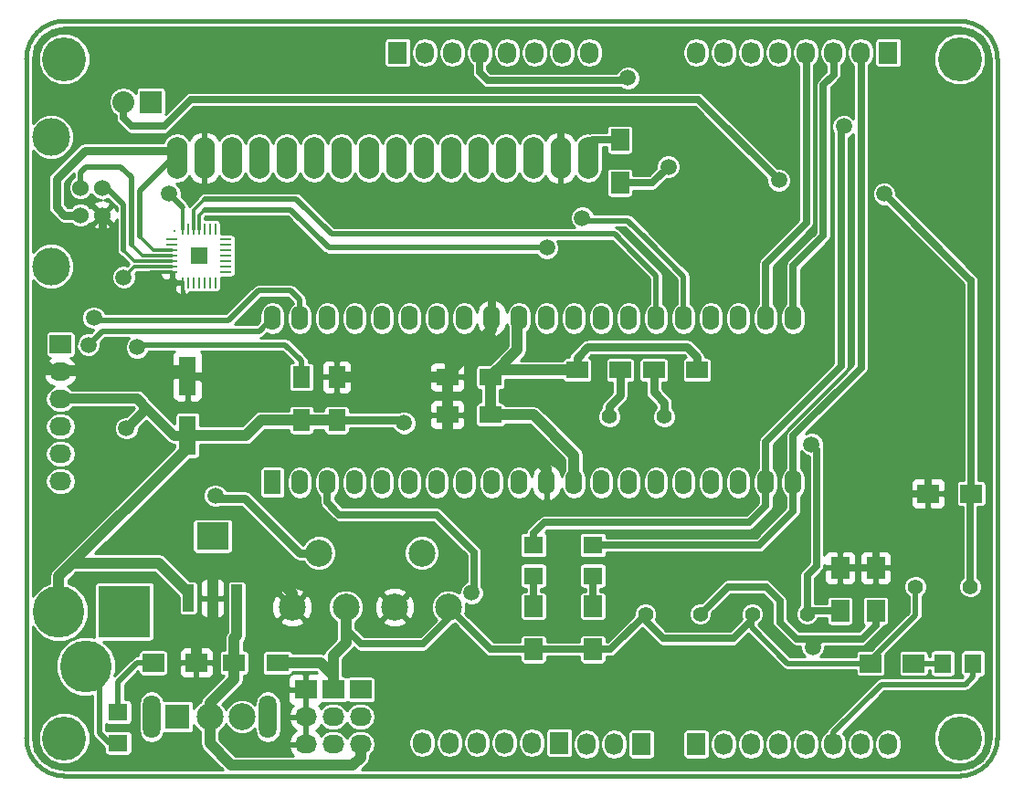
<source format=gbr>
G04 #@! TF.FileFunction,Copper,L1,Top,Signal*
%FSLAX46Y46*%
G04 Gerber Fmt 4.6, Leading zero omitted, Abs format (unit mm)*
G04 Created by KiCad (PCBNEW 4.0.1-stable) date 04-Oct-16 9:16:03 AM*
%MOMM*%
G01*
G04 APERTURE LIST*
%ADD10C,0.150000*%
%ADD11C,0.381000*%
%ADD12C,1.524000*%
%ADD13C,3.500000*%
%ADD14R,1.574800X2.286000*%
%ADD15O,1.574800X2.286000*%
%ADD16R,1.600000X2.000000*%
%ADD17R,2.000000X1.600000*%
%ADD18R,1.600200X3.599180*%
%ADD19R,1.597660X1.800860*%
%ADD20R,1.800860X1.597660*%
%ADD21C,4.064000*%
%ADD22R,2.000000X1.700000*%
%ADD23R,1.700000X2.000000*%
%ADD24C,2.499360*%
%ADD25C,1.397000*%
%ADD26C,1.422400*%
%ADD27R,2.032000X1.727200*%
%ADD28O,2.032000X1.727200*%
%ADD29O,1.930400X3.860800*%
%ADD30R,1.727200X2.032000*%
%ADD31O,1.727200X2.032000*%
%ADD32R,1.000760X2.499360*%
%ADD33R,2.999740X2.499360*%
%ADD34R,1.000760X0.231140*%
%ADD35R,0.231140X1.000760*%
%ADD36R,1.501140X1.501140*%
%ADD37C,0.299720*%
%ADD38R,2.032000X2.032000*%
%ADD39O,2.032000X2.032000*%
%ADD40C,4.800600*%
%ADD41R,4.800600X4.800600*%
%ADD42R,2.300000X2.300000*%
%ADD43C,2.500000*%
%ADD44O,1.651000X4.000000*%
%ADD45C,1.500000*%
%ADD46C,0.635000*%
%ADD47C,0.508000*%
%ADD48C,0.762000*%
%ADD49C,1.016000*%
%ADD50C,0.304800*%
%ADD51C,0.889000*%
%ADD52C,0.254000*%
G04 APERTURE END LIST*
D10*
D11*
X47500000Y-101000000D02*
X130500000Y-101000000D01*
X44000000Y-34500000D02*
X44000000Y-97500000D01*
X48500000Y-31000000D02*
X47500000Y-31000000D01*
X130500000Y-31000000D02*
X48500000Y-31000000D01*
X134000000Y-97500000D02*
X134000000Y-34500000D01*
X130500000Y-101000000D02*
G75*
G03X134000000Y-97500000I0J3500000D01*
G01*
X44000000Y-97500000D02*
G75*
G03X47500000Y-101000000I3500000J0D01*
G01*
X47500000Y-31000000D02*
G75*
G03X44000000Y-34500000I0J-3500000D01*
G01*
X134000000Y-34500000D02*
G75*
G03X130500000Y-31000000I-3500000J0D01*
G01*
D12*
X51000000Y-46460000D03*
X51000000Y-49000000D03*
X49001020Y-49000000D03*
X49001020Y-46460000D03*
D13*
X46301000Y-41730520D03*
X46301000Y-53729480D03*
D14*
X66804000Y-73771000D03*
D15*
X69344000Y-73771000D03*
X71884000Y-73771000D03*
X74424000Y-73771000D03*
X76964000Y-73771000D03*
X79504000Y-73771000D03*
X82044000Y-73771000D03*
X84584000Y-73771000D03*
X87124000Y-73771000D03*
X89664000Y-73771000D03*
X92204000Y-73771000D03*
X94744000Y-73771000D03*
X97284000Y-73771000D03*
X99824000Y-73771000D03*
X102364000Y-73771000D03*
X104904000Y-73771000D03*
X107444000Y-73771000D03*
X109984000Y-73771000D03*
X112524000Y-73771000D03*
X115064000Y-73771000D03*
X115064000Y-58531000D03*
X112524000Y-58531000D03*
X109984000Y-58531000D03*
X107444000Y-58531000D03*
X104904000Y-58531000D03*
X102364000Y-58531000D03*
X99824000Y-58531000D03*
X97284000Y-58531000D03*
X94744000Y-58531000D03*
X92204000Y-58531000D03*
X89664000Y-58531000D03*
X87124000Y-58531000D03*
X84584000Y-58531000D03*
X82044000Y-58531000D03*
X79504000Y-58531000D03*
X76964000Y-58531000D03*
X74424000Y-58531000D03*
X71884000Y-58531000D03*
X69344000Y-58531000D03*
X66804000Y-58531000D03*
D16*
X72750000Y-64000000D03*
X72750000Y-68000000D03*
X69500000Y-68000000D03*
X69500000Y-64000000D03*
D17*
X63250000Y-90500000D03*
X67250000Y-90500000D03*
X87000000Y-67500000D03*
X83000000Y-67500000D03*
X87000000Y-64000000D03*
X83000000Y-64000000D03*
D18*
X58930000Y-63908180D03*
X58930000Y-69409820D03*
D17*
X95030000Y-63357000D03*
X99030000Y-63357000D03*
X106142000Y-63357000D03*
X102142000Y-63357000D03*
D19*
X128912140Y-90552000D03*
X131751860Y-90552000D03*
D20*
X91000000Y-82419860D03*
X91000000Y-79580140D03*
X96500000Y-82419860D03*
X96500000Y-79580140D03*
X52500000Y-97919860D03*
X52500000Y-95080140D03*
D21*
X47500000Y-34500000D03*
X47500000Y-97500000D03*
X130500000Y-97500000D03*
X130500000Y-34500000D03*
D22*
X131570000Y-74804000D03*
X127570000Y-74804000D03*
X122236000Y-90552000D03*
X126236000Y-90552000D03*
X55750000Y-90500000D03*
X59750000Y-90500000D03*
D23*
X91000000Y-89250000D03*
X91000000Y-85250000D03*
X96500000Y-89250000D03*
X96500000Y-85250000D03*
X99000000Y-46000000D03*
X99000000Y-42000000D03*
X122712000Y-85694000D03*
X122712000Y-81694000D03*
X119410000Y-85694000D03*
X119410000Y-81694000D03*
D24*
X71109360Y-80305640D03*
X73608720Y-85345000D03*
X68610000Y-85345000D03*
X80634360Y-80305640D03*
X83133720Y-85345000D03*
X78135000Y-85345000D03*
D25*
X131475000Y-83440000D03*
X126395000Y-83440000D03*
X101376000Y-85980000D03*
X106456000Y-85980000D03*
X111282000Y-85980000D03*
X116362000Y-85980000D03*
D26*
X103126000Y-67675000D03*
X98046000Y-67675000D03*
D27*
X69880000Y-92965000D03*
D28*
X69880000Y-95505000D03*
X69880000Y-98045000D03*
D27*
X72420000Y-92965000D03*
D28*
X72420000Y-95505000D03*
X72420000Y-98045000D03*
D27*
X74960000Y-92965000D03*
D28*
X74960000Y-95505000D03*
X74960000Y-98045000D03*
D29*
X57942000Y-43689000D03*
X60482000Y-43689000D03*
X63022000Y-43689000D03*
X65562000Y-43689000D03*
X68102000Y-43689000D03*
X70642000Y-43689000D03*
X73182000Y-43689000D03*
X75722000Y-43689000D03*
X78262000Y-43689000D03*
X80802000Y-43689000D03*
X83342000Y-43689000D03*
X85882000Y-43689000D03*
X88422000Y-43689000D03*
X90962000Y-43689000D03*
X93502000Y-43689000D03*
X96042000Y-43689000D03*
D30*
X93375000Y-97918000D03*
D31*
X90835000Y-97918000D03*
X88295000Y-97918000D03*
X85755000Y-97918000D03*
X83215000Y-97918000D03*
X80675000Y-97918000D03*
D30*
X100995000Y-98045000D03*
D31*
X98455000Y-98045000D03*
X95915000Y-98045000D03*
D30*
X106075000Y-98045000D03*
D31*
X108615000Y-98045000D03*
X111155000Y-98045000D03*
X113695000Y-98045000D03*
X116235000Y-98045000D03*
X118775000Y-98045000D03*
X121315000Y-98045000D03*
X123855000Y-98045000D03*
D30*
X78389000Y-33910000D03*
D31*
X80929000Y-33910000D03*
X83469000Y-33910000D03*
X86009000Y-33910000D03*
X88549000Y-33910000D03*
X91089000Y-33910000D03*
X93629000Y-33910000D03*
X96169000Y-33910000D03*
D30*
X123855000Y-33910000D03*
D31*
X121315000Y-33910000D03*
X118775000Y-33910000D03*
X116235000Y-33910000D03*
X113695000Y-33910000D03*
X111155000Y-33910000D03*
X108615000Y-33910000D03*
X106075000Y-33910000D03*
D27*
X47147000Y-60961000D03*
D28*
X47147000Y-63501000D03*
X47147000Y-66041000D03*
X47147000Y-68581000D03*
X47147000Y-71121000D03*
X47147000Y-73661000D03*
D32*
X61250000Y-84500820D03*
X63500440Y-84500820D03*
X58999560Y-84500820D03*
D33*
X61250000Y-78750260D03*
D34*
X57500640Y-54251140D03*
X57500640Y-53750760D03*
X57500640Y-53250380D03*
X57500640Y-52750000D03*
X57500640Y-52249620D03*
X57500640Y-51749240D03*
X57500640Y-51248860D03*
D35*
X58498860Y-50250640D03*
X58999240Y-50250640D03*
X59499620Y-50250640D03*
X60000000Y-50250640D03*
X60500380Y-50250640D03*
X61000760Y-50250640D03*
X61501140Y-50250640D03*
D34*
X62499360Y-51248860D03*
X62499360Y-51749240D03*
X62499360Y-52249620D03*
X62499360Y-52750000D03*
X62499360Y-53250380D03*
X62499360Y-53750760D03*
X62499360Y-54251140D03*
D35*
X61501140Y-55249360D03*
X61000760Y-55249360D03*
X60500380Y-55249360D03*
X60000000Y-55249360D03*
X59499620Y-55249360D03*
X58999240Y-55249360D03*
X58498860Y-55249360D03*
D36*
X60000000Y-52750000D03*
D37*
X57749560Y-50499560D03*
D38*
X55529000Y-38482000D03*
D39*
X52989000Y-38482000D03*
D40*
X47000000Y-85750000D03*
D41*
X53096000Y-85750000D03*
D40*
X49500000Y-90830000D03*
D42*
X57990000Y-95505000D03*
D43*
X60990000Y-95505000D03*
X63990000Y-95505000D03*
D44*
X66390040Y-95505000D03*
X55589960Y-95505000D03*
D45*
X111500000Y-48000000D03*
X127500000Y-71250000D03*
X88000000Y-53750000D03*
X62250000Y-67000000D03*
X50250000Y-58500000D03*
X49750000Y-61000000D03*
X123500000Y-47000000D03*
X113750000Y-45750000D03*
X116870000Y-89028000D03*
X57250000Y-47000000D03*
X95500000Y-49250000D03*
X92250000Y-52000000D03*
X103500000Y-44500000D03*
X79000000Y-68250000D03*
X53250000Y-68750000D03*
X53000000Y-54750000D03*
X54250000Y-61250000D03*
X119750000Y-40750000D03*
X61500000Y-75000000D03*
X85250000Y-84000000D03*
X99750000Y-36250000D03*
X116750000Y-70250000D03*
D46*
X122712000Y-81694000D02*
X122712000Y-77344000D01*
X125252000Y-74804000D02*
X127570000Y-74804000D01*
X122712000Y-77344000D02*
X125252000Y-74804000D01*
X127570000Y-74804000D02*
X127570000Y-71320000D01*
X127570000Y-71320000D02*
X127500000Y-71250000D01*
X110750000Y-47250000D02*
X111500000Y-48000000D01*
X93502000Y-40998000D02*
X94750000Y-39750000D01*
X94750000Y-39750000D02*
X103250000Y-39750000D01*
X103250000Y-39750000D02*
X110750000Y-47250000D01*
X93502000Y-40998000D02*
X93502000Y-43689000D01*
X122712000Y-81694000D02*
X122712000Y-80392000D01*
X119410000Y-81694000D02*
X122712000Y-81694000D01*
D47*
X57250000Y-57750000D02*
X54250000Y-57750000D01*
X51000000Y-54000000D02*
X51000000Y-56500000D01*
X52250000Y-57750000D02*
X54250000Y-57750000D01*
X51000000Y-56500000D02*
X52250000Y-57750000D01*
D48*
X87124000Y-58531000D02*
X87124000Y-54626000D01*
X87124000Y-54626000D02*
X88000000Y-53750000D01*
X58930000Y-63908180D02*
X60158180Y-63908180D01*
X62250000Y-66000000D02*
X62250000Y-67000000D01*
X60158180Y-63908180D02*
X62250000Y-66000000D01*
X47250000Y-63440000D02*
X46440000Y-63440000D01*
X51000000Y-54250000D02*
X51000000Y-54000000D01*
X51000000Y-54000000D02*
X51000000Y-49000000D01*
X45250000Y-60000000D02*
X51000000Y-54250000D01*
X45250000Y-62250000D02*
X45250000Y-60000000D01*
X46440000Y-63440000D02*
X45250000Y-62250000D01*
D49*
X72750000Y-64000000D02*
X83000000Y-64000000D01*
X47250000Y-63440000D02*
X58461820Y-63440000D01*
X58461820Y-63440000D02*
X58930000Y-63908180D01*
D50*
X57500640Y-54251140D02*
X55498860Y-54251140D01*
X55498860Y-54251140D02*
X53750000Y-56000000D01*
D47*
X53750000Y-56000000D02*
X53750000Y-57250000D01*
D50*
X51000000Y-54500000D02*
X51000000Y-52750000D01*
X51000000Y-52750000D02*
X51000000Y-49000000D01*
D47*
X54250000Y-57750000D02*
X53750000Y-57250000D01*
D50*
X58498860Y-55249360D02*
X58498860Y-57251140D01*
X58498860Y-57251140D02*
X58000000Y-57750000D01*
D47*
X58000000Y-57750000D02*
X57250000Y-57750000D01*
D50*
X57250000Y-57750000D02*
X56000000Y-57750000D01*
D49*
X83000000Y-67500000D02*
X83000000Y-64000000D01*
X89500000Y-69750000D02*
X83500000Y-69750000D01*
X83500000Y-69750000D02*
X83000000Y-69250000D01*
X83000000Y-69250000D02*
X83000000Y-67500000D01*
X92204000Y-73771000D02*
X92204000Y-72454000D01*
X92204000Y-72454000D02*
X89500000Y-69750000D01*
X83000000Y-64000000D02*
X83000000Y-63750000D01*
X83000000Y-63750000D02*
X87124000Y-59626000D01*
X87124000Y-59626000D02*
X87124000Y-58531000D01*
X61250000Y-84500820D02*
X61250000Y-82500000D01*
X65750000Y-81250000D02*
X68610000Y-84110000D01*
X62500000Y-81250000D02*
X65750000Y-81250000D01*
X62125000Y-81625000D02*
X62500000Y-81250000D01*
X61250000Y-82500000D02*
X62125000Y-81625000D01*
X68610000Y-84110000D02*
X68610000Y-85345000D01*
X61250000Y-84500820D02*
X61250000Y-87500000D01*
X59750000Y-89000000D02*
X59750000Y-90500000D01*
X61250000Y-87500000D02*
X59750000Y-89000000D01*
D51*
X59375000Y-81625000D02*
X57250000Y-79500000D01*
X57250000Y-79500000D02*
X57250000Y-75500000D01*
X57250000Y-75500000D02*
X60000000Y-72750000D01*
X60000000Y-72750000D02*
X63250000Y-72750000D01*
X63250000Y-72750000D02*
X65500000Y-70500000D01*
X65500000Y-70500000D02*
X82750000Y-70500000D01*
X82750000Y-70500000D02*
X83000000Y-70250000D01*
X83000000Y-70250000D02*
X83000000Y-67500000D01*
X62125000Y-81625000D02*
X59375000Y-81625000D01*
D47*
X69344000Y-56844000D02*
X69344000Y-58531000D01*
X68500000Y-56000000D02*
X69344000Y-56844000D01*
X65500000Y-56000000D02*
X68500000Y-56000000D01*
X62750000Y-58750000D02*
X65500000Y-56000000D01*
X50500000Y-58750000D02*
X62750000Y-58750000D01*
X50250000Y-58500000D02*
X50500000Y-58750000D01*
X65585000Y-59750000D02*
X66804000Y-58531000D01*
X51000000Y-59750000D02*
X65585000Y-59750000D01*
X49750000Y-61000000D02*
X51000000Y-59750000D01*
D49*
X63250000Y-90500000D02*
X63250000Y-88250000D01*
X63500440Y-87999560D02*
X63500440Y-84500820D01*
X63250000Y-88250000D02*
X63500440Y-87999560D01*
X60990000Y-95505000D02*
X60990000Y-94260000D01*
X60990000Y-94260000D02*
X63250000Y-92000000D01*
X63250000Y-92000000D02*
X63250000Y-90500000D01*
X74960000Y-98045000D02*
X74960000Y-99290000D01*
X60990000Y-97990000D02*
X60990000Y-95505000D01*
X63000000Y-100000000D02*
X60990000Y-97990000D01*
X74250000Y-100000000D02*
X63000000Y-100000000D01*
X74960000Y-99290000D02*
X74250000Y-100000000D01*
D47*
X118775000Y-98045000D02*
X118775000Y-96975000D01*
X131751860Y-91748140D02*
X131751860Y-90552000D01*
X131000000Y-92500000D02*
X131751860Y-91748140D01*
X123250000Y-92500000D02*
X131000000Y-92500000D01*
X118775000Y-96975000D02*
X123250000Y-92500000D01*
D46*
X131570000Y-74804000D02*
X131570000Y-55070000D01*
X131500000Y-55000000D02*
X123500000Y-47000000D01*
X113750000Y-45750000D02*
X106250000Y-38250000D01*
X106250000Y-38250000D02*
X59250000Y-38250000D01*
X59250000Y-38250000D02*
X56750000Y-40750000D01*
X56750000Y-40750000D02*
X53750000Y-40750000D01*
X53750000Y-40750000D02*
X52980000Y-39980000D01*
X52980000Y-39980000D02*
X52980000Y-38500000D01*
X131570000Y-55070000D02*
X131500000Y-55000000D01*
X131475000Y-83440000D02*
X131475000Y-74899000D01*
X131475000Y-74899000D02*
X131570000Y-74804000D01*
X117632000Y-88266000D02*
X118902000Y-88266000D01*
X116870000Y-89028000D02*
X117632000Y-88266000D01*
X122712000Y-85694000D02*
X122712000Y-86996000D01*
X122712000Y-86996000D02*
X121442000Y-88266000D01*
X121442000Y-88266000D02*
X118902000Y-88266000D01*
X108996000Y-83440000D02*
X106456000Y-85980000D01*
X118902000Y-88266000D02*
X115346000Y-88266000D01*
X115346000Y-88266000D02*
X113822000Y-86742000D01*
X113822000Y-86742000D02*
X113822000Y-84710000D01*
X113822000Y-84710000D02*
X112552000Y-83440000D01*
X112552000Y-83440000D02*
X108996000Y-83440000D01*
X117875000Y-50875000D02*
X117875000Y-36875000D01*
X115064000Y-53686000D02*
X117875000Y-50875000D01*
X115064000Y-58531000D02*
X115064000Y-53686000D01*
X117875000Y-36875000D02*
X118810000Y-35940000D01*
X118810000Y-35940000D02*
X118810000Y-34000000D01*
X106456000Y-85980000D02*
X106520000Y-85980000D01*
D50*
X58498860Y-50250640D02*
X58498860Y-48248860D01*
D47*
X58498860Y-48248860D02*
X57250000Y-47000000D01*
X66750000Y-47500000D02*
X69000000Y-47500000D01*
D50*
X59499620Y-48500380D02*
X60500000Y-47500000D01*
D47*
X60500000Y-47500000D02*
X66750000Y-47500000D01*
D50*
X59499620Y-50250640D02*
X59499620Y-48500380D01*
D47*
X98500000Y-50750000D02*
X100250000Y-52500000D01*
X72250000Y-50750000D02*
X98500000Y-50750000D01*
X69000000Y-47500000D02*
X72250000Y-50750000D01*
X102364000Y-58531000D02*
X102364000Y-54614000D01*
X102364000Y-54614000D02*
X100250000Y-52500000D01*
X100250000Y-52500000D02*
X100000000Y-52250000D01*
X101500000Y-51250000D02*
X99750000Y-49500000D01*
X95750000Y-49500000D02*
X95500000Y-49250000D01*
X99750000Y-49500000D02*
X95750000Y-49500000D01*
X64250000Y-48500000D02*
X68500000Y-48500000D01*
X104904000Y-54654000D02*
X104904000Y-58531000D01*
X104904000Y-54654000D02*
X101500000Y-51250000D01*
X72000000Y-52000000D02*
X92250000Y-52000000D01*
X68500000Y-48500000D02*
X72000000Y-52000000D01*
D50*
X60000000Y-50250640D02*
X60000000Y-49000000D01*
D47*
X60500000Y-48500000D02*
X64250000Y-48500000D01*
D50*
X64250000Y-48500000D02*
X64500000Y-48500000D01*
X60000000Y-49000000D02*
X60500000Y-48500000D01*
D47*
X54500000Y-48250000D02*
X54500000Y-46750000D01*
X54500000Y-46750000D02*
X57561000Y-43689000D01*
X57561000Y-43689000D02*
X57942000Y-43689000D01*
D46*
X102000000Y-46000000D02*
X99000000Y-46000000D01*
X103500000Y-44500000D02*
X102000000Y-46000000D01*
D48*
X72750000Y-68000000D02*
X78750000Y-68000000D01*
X78750000Y-68000000D02*
X79000000Y-68250000D01*
X46758000Y-48258000D02*
X46758000Y-45627000D01*
X46758000Y-45627000D02*
X49385000Y-43000000D01*
X49385000Y-43000000D02*
X57253000Y-43000000D01*
X49001020Y-49000000D02*
X47500000Y-49000000D01*
X47500000Y-49000000D02*
X46758000Y-48258000D01*
X57253000Y-43000000D02*
X57942000Y-43689000D01*
D51*
X58930000Y-69409820D02*
X57659820Y-69409820D01*
X54230000Y-65980000D02*
X47250000Y-65980000D01*
X54875000Y-66625000D02*
X54230000Y-65980000D01*
X57659820Y-69409820D02*
X54875000Y-66625000D01*
D49*
X69500000Y-68000000D02*
X65750000Y-68000000D01*
X64340180Y-69409820D02*
X58930000Y-69409820D01*
X65750000Y-68000000D02*
X64340180Y-69409820D01*
X72750000Y-68000000D02*
X69500000Y-68000000D01*
X58999560Y-84500820D02*
X58999560Y-83999560D01*
X58999560Y-83999560D02*
X56250000Y-81250000D01*
X56250000Y-81250000D02*
X48250000Y-81250000D01*
X58930000Y-69409820D02*
X58930000Y-70570000D01*
X58930000Y-70570000D02*
X47000000Y-82500000D01*
X47000000Y-82500000D02*
X47000000Y-85750000D01*
D50*
X57500640Y-52249620D02*
X55749620Y-52249620D01*
D47*
X54500000Y-51000000D02*
X54500000Y-48250000D01*
X54500000Y-48250000D02*
X54500000Y-47750000D01*
D50*
X55749620Y-52249620D02*
X54500000Y-51000000D01*
X57942000Y-44308000D02*
X57942000Y-43689000D01*
D49*
X95030000Y-63357000D02*
X87643000Y-63357000D01*
X87643000Y-63357000D02*
X87000000Y-64000000D01*
X87643000Y-63357000D02*
X87000000Y-64000000D01*
X87000000Y-67500000D02*
X91000000Y-67500000D01*
X91000000Y-67500000D02*
X94744000Y-71244000D01*
X94744000Y-71244000D02*
X94744000Y-73771000D01*
X87000000Y-64000000D02*
X89500000Y-61500000D01*
X89500000Y-61500000D02*
X89500000Y-58695000D01*
X89500000Y-58695000D02*
X89664000Y-58531000D01*
X87000000Y-67500000D02*
X87000000Y-64000000D01*
X67250000Y-90500000D02*
X71250000Y-90500000D01*
X72420000Y-91670000D02*
X72420000Y-92965000D01*
X71250000Y-90500000D02*
X72420000Y-91670000D01*
X58999560Y-83999560D02*
X56250000Y-81250000D01*
X56250000Y-81250000D02*
X48250000Y-81250000D01*
X48250000Y-81250000D02*
X47000000Y-82500000D01*
X47000000Y-82500000D02*
X47000000Y-85750000D01*
D47*
X52500000Y-97919860D02*
X51669860Y-97919860D01*
X51669860Y-97919860D02*
X50750000Y-97000000D01*
X50750000Y-97000000D02*
X50750000Y-92294000D01*
X50750000Y-92294000D02*
X49286000Y-90830000D01*
D49*
X72420000Y-92965000D02*
X72420000Y-89830000D01*
X73608720Y-88641280D02*
X73608720Y-85345000D01*
X72420000Y-89830000D02*
X73608720Y-88641280D01*
D46*
X83133720Y-85345000D02*
X83133720Y-86366280D01*
X83133720Y-86366280D02*
X80750000Y-88750000D01*
X80750000Y-88750000D02*
X75000000Y-88750000D01*
X75000000Y-88750000D02*
X73608720Y-87358720D01*
X73608720Y-87358720D02*
X73608720Y-85345000D01*
X91000000Y-89250000D02*
X87038720Y-89250000D01*
X87038720Y-89250000D02*
X83133720Y-85345000D01*
X96500000Y-89250000D02*
X98106000Y-89250000D01*
X98106000Y-89250000D02*
X101376000Y-85980000D01*
X91000000Y-89250000D02*
X96500000Y-89250000D01*
X111210000Y-86000000D02*
X111210000Y-86540000D01*
X111210000Y-86540000D02*
X109500000Y-88250000D01*
X103000000Y-88250000D02*
X101376000Y-86626000D01*
X109500000Y-88250000D02*
X103000000Y-88250000D01*
X101376000Y-86626000D02*
X101376000Y-85980000D01*
D47*
X111210000Y-86000000D02*
X111210000Y-85960000D01*
X122236000Y-90552000D02*
X114552000Y-90552000D01*
X111210000Y-87210000D02*
X111210000Y-86000000D01*
X114552000Y-90552000D02*
X111210000Y-87210000D01*
X122236000Y-90552000D02*
X122236000Y-90264000D01*
X122236000Y-90264000D02*
X126395000Y-86105000D01*
X126395000Y-86105000D02*
X126395000Y-83440000D01*
D48*
X106142000Y-63357000D02*
X106142000Y-62142000D01*
X95030000Y-62220000D02*
X95030000Y-63357000D01*
X96000000Y-61250000D02*
X95030000Y-62220000D01*
X105250000Y-61250000D02*
X96000000Y-61250000D01*
X106142000Y-62142000D02*
X105250000Y-61250000D01*
D51*
X54875000Y-67125000D02*
X53250000Y-68750000D01*
X54875000Y-66625000D02*
X54875000Y-67125000D01*
D50*
X53999240Y-53750760D02*
X53000000Y-54750000D01*
X57500640Y-53750760D02*
X53999240Y-53750760D01*
D47*
X54500000Y-61000000D02*
X68000000Y-61000000D01*
X54250000Y-61250000D02*
X54500000Y-61000000D01*
X68000000Y-61000000D02*
X69500000Y-62500000D01*
X69500000Y-62500000D02*
X69500000Y-64000000D01*
D50*
X69500000Y-62500000D02*
X69500000Y-64000000D01*
X68000000Y-61000000D02*
X69500000Y-62500000D01*
X64000000Y-61000000D02*
X68000000Y-61000000D01*
D48*
X98046000Y-67675000D02*
X98046000Y-66704000D01*
X99030000Y-65720000D02*
X99030000Y-63357000D01*
X98046000Y-66704000D02*
X99030000Y-65720000D01*
X103126000Y-67675000D02*
X103126000Y-66376000D01*
X102142000Y-65392000D02*
X102142000Y-63357000D01*
X103126000Y-66376000D02*
X102142000Y-65392000D01*
D47*
X128912140Y-90552000D02*
X126236000Y-90552000D01*
D46*
X91000000Y-85250000D02*
X91000000Y-82419860D01*
X91000000Y-79580140D02*
X91000000Y-78500000D01*
X112524000Y-75976000D02*
X112524000Y-73771000D01*
X111000000Y-77500000D02*
X112524000Y-75976000D01*
X92000000Y-77500000D02*
X111000000Y-77500000D01*
X91000000Y-78500000D02*
X92000000Y-77500000D01*
X119500000Y-41500000D02*
X119500000Y-41000000D01*
X112524000Y-69976000D02*
X119500000Y-63000000D01*
X119500000Y-63000000D02*
X119500000Y-41500000D01*
X112524000Y-73771000D02*
X112524000Y-69976000D01*
X119500000Y-41000000D02*
X119750000Y-40750000D01*
X96500000Y-85250000D02*
X96500000Y-82419860D01*
X96500000Y-79580140D02*
X111919860Y-79580140D01*
X115064000Y-76436000D02*
X115064000Y-73771000D01*
X111919860Y-79580140D02*
X115064000Y-76436000D01*
X121350000Y-34000000D02*
X121350000Y-63150000D01*
X115064000Y-69436000D02*
X115064000Y-73771000D01*
X121350000Y-63150000D02*
X115064000Y-69436000D01*
D47*
X52500000Y-95080140D02*
X52500000Y-92250000D01*
X54250000Y-90500000D02*
X55750000Y-90500000D01*
X52500000Y-92250000D02*
X54250000Y-90500000D01*
D50*
X57500640Y-53250380D02*
X54000380Y-53250380D01*
D47*
X53000000Y-48000000D02*
X51460000Y-46460000D01*
X53000000Y-52250000D02*
X53000000Y-48000000D01*
D50*
X54000380Y-53250380D02*
X53000000Y-52250000D01*
X51460000Y-46460000D02*
X51000000Y-46460000D01*
X57500640Y-52750000D02*
X54750000Y-52750000D01*
D47*
X49001020Y-44998980D02*
X49001020Y-46460000D01*
X49500000Y-44500000D02*
X49001020Y-44998980D01*
X52750000Y-44500000D02*
X49500000Y-44500000D01*
X53750000Y-45500000D02*
X52750000Y-44500000D01*
X53750000Y-51750000D02*
X53750000Y-45500000D01*
D50*
X54750000Y-52750000D02*
X53750000Y-51750000D01*
D48*
X61500000Y-75000000D02*
X61750000Y-75250000D01*
X61750000Y-75250000D02*
X64250000Y-75250000D01*
X64250000Y-75250000D02*
X69305640Y-80305640D01*
X69305640Y-80305640D02*
X71109360Y-80305640D01*
D46*
X96042000Y-43689000D02*
X96042000Y-42458000D01*
X96042000Y-42458000D02*
X96500000Y-42000000D01*
X96500000Y-42000000D02*
X99000000Y-42000000D01*
X71884000Y-75634000D02*
X71884000Y-73771000D01*
X73000000Y-76750000D02*
X71884000Y-75634000D01*
X82000000Y-76750000D02*
X73000000Y-76750000D01*
X85500000Y-80250000D02*
X82000000Y-76750000D01*
X85500000Y-83750000D02*
X85500000Y-80250000D01*
X85250000Y-84000000D02*
X85500000Y-83750000D01*
X85980000Y-35480000D02*
X85980000Y-34000000D01*
X99750000Y-36250000D02*
X99500000Y-36500000D01*
X99500000Y-36500000D02*
X86750000Y-36500000D01*
X86750000Y-36500000D02*
X85980000Y-35730000D01*
X85980000Y-35730000D02*
X85980000Y-34000000D01*
X119410000Y-85694000D02*
X116648000Y-85694000D01*
X116648000Y-85694000D02*
X116362000Y-85980000D01*
X119250000Y-86000000D02*
X119500000Y-85750000D01*
X116362000Y-85980000D02*
X116362000Y-82388000D01*
X116362000Y-82388000D02*
X117250000Y-81500000D01*
X117250000Y-81500000D02*
X117250000Y-70750000D01*
X117250000Y-70750000D02*
X116750000Y-70250000D01*
X116270000Y-34000000D02*
X116270000Y-49730000D01*
X112524000Y-53476000D02*
X112524000Y-58531000D01*
X116270000Y-49730000D02*
X112524000Y-53476000D01*
D52*
G36*
X133428500Y-97443711D02*
X133195236Y-98616404D01*
X132958464Y-98970758D01*
X132958464Y-75654000D01*
X132958464Y-73954000D01*
X132930278Y-73808726D01*
X132913417Y-73783058D01*
X132913417Y-34022130D01*
X132546834Y-33134931D01*
X131868639Y-32455551D01*
X130982081Y-32087420D01*
X130022130Y-32086583D01*
X129134931Y-32453166D01*
X128455551Y-33131361D01*
X128087420Y-34017919D01*
X128086583Y-34977870D01*
X128453166Y-35865069D01*
X129131361Y-36544449D01*
X130017919Y-36912580D01*
X130977870Y-36913417D01*
X131865069Y-36546834D01*
X132544449Y-35868639D01*
X132912580Y-34982081D01*
X132913417Y-34022130D01*
X132913417Y-73783058D01*
X132846404Y-73681044D01*
X132719784Y-73595574D01*
X132570000Y-73565536D01*
X132268500Y-73565536D01*
X132268500Y-55070000D01*
X132215330Y-54802696D01*
X132215330Y-54802695D01*
X132063914Y-54576086D01*
X131993914Y-54506086D01*
X125107064Y-47619236D01*
X125107064Y-34926000D01*
X125107064Y-32894000D01*
X125078878Y-32748726D01*
X124995004Y-32621044D01*
X124868384Y-32535574D01*
X124718600Y-32505536D01*
X122991400Y-32505536D01*
X122846126Y-32533722D01*
X122718444Y-32617596D01*
X122632974Y-32744216D01*
X122602936Y-32894000D01*
X122602936Y-34926000D01*
X122631122Y-35071274D01*
X122714996Y-35198956D01*
X122841616Y-35284426D01*
X122991400Y-35314464D01*
X124718600Y-35314464D01*
X124863874Y-35286278D01*
X124991556Y-35202404D01*
X125077026Y-35075784D01*
X125107064Y-34926000D01*
X125107064Y-47619236D01*
X124630876Y-47143048D01*
X124631196Y-46776017D01*
X124459375Y-46360177D01*
X124141497Y-46041744D01*
X123725957Y-45869196D01*
X123276017Y-45868804D01*
X122860177Y-46040625D01*
X122559600Y-46340678D01*
X122559600Y-34089769D01*
X122559600Y-33730231D01*
X122464860Y-33253943D01*
X122195065Y-32850166D01*
X121791288Y-32580371D01*
X121315000Y-32485631D01*
X120838712Y-32580371D01*
X120434935Y-32850166D01*
X120165140Y-33253943D01*
X120070400Y-33730231D01*
X120070400Y-34089769D01*
X120165140Y-34566057D01*
X120434935Y-34969834D01*
X120651500Y-35114538D01*
X120651500Y-40052200D01*
X120391497Y-39791744D01*
X120019600Y-39637318D01*
X120019600Y-34089769D01*
X120019600Y-33730231D01*
X119924860Y-33253943D01*
X119655065Y-32850166D01*
X119251288Y-32580371D01*
X118775000Y-32485631D01*
X118298712Y-32580371D01*
X117894935Y-32850166D01*
X117625140Y-33253943D01*
X117530400Y-33730231D01*
X117530400Y-34089769D01*
X117625140Y-34566057D01*
X117894935Y-34969834D01*
X118111500Y-35114538D01*
X118111500Y-35650672D01*
X117479600Y-36282572D01*
X117479600Y-34089769D01*
X117479600Y-33730231D01*
X117384860Y-33253943D01*
X117115065Y-32850166D01*
X116711288Y-32580371D01*
X116235000Y-32485631D01*
X115758712Y-32580371D01*
X115354935Y-32850166D01*
X115085140Y-33253943D01*
X114990400Y-33730231D01*
X114990400Y-34089769D01*
X115085140Y-34566057D01*
X115354935Y-34969834D01*
X115571500Y-35114538D01*
X115571500Y-49440672D01*
X114939600Y-50072572D01*
X114939600Y-34089769D01*
X114939600Y-33730231D01*
X114844860Y-33253943D01*
X114575065Y-32850166D01*
X114171288Y-32580371D01*
X113695000Y-32485631D01*
X113218712Y-32580371D01*
X112814935Y-32850166D01*
X112545140Y-33253943D01*
X112450400Y-33730231D01*
X112450400Y-34089769D01*
X112545140Y-34566057D01*
X112814935Y-34969834D01*
X113218712Y-35239629D01*
X113695000Y-35334369D01*
X114171288Y-35239629D01*
X114575065Y-34969834D01*
X114844860Y-34566057D01*
X114939600Y-34089769D01*
X114939600Y-50072572D01*
X114881196Y-50130976D01*
X114881196Y-45526017D01*
X114709375Y-45110177D01*
X114391497Y-44791744D01*
X113975957Y-44619196D01*
X113606702Y-44618874D01*
X112399600Y-43411772D01*
X112399600Y-34089769D01*
X112399600Y-33730231D01*
X112304860Y-33253943D01*
X112035065Y-32850166D01*
X111631288Y-32580371D01*
X111155000Y-32485631D01*
X110678712Y-32580371D01*
X110274935Y-32850166D01*
X110005140Y-33253943D01*
X109910400Y-33730231D01*
X109910400Y-34089769D01*
X110005140Y-34566057D01*
X110274935Y-34969834D01*
X110678712Y-35239629D01*
X111155000Y-35334369D01*
X111631288Y-35239629D01*
X112035065Y-34969834D01*
X112304860Y-34566057D01*
X112399600Y-34089769D01*
X112399600Y-43411772D01*
X109859600Y-40871772D01*
X109859600Y-34089769D01*
X109859600Y-33730231D01*
X109764860Y-33253943D01*
X109495065Y-32850166D01*
X109091288Y-32580371D01*
X108615000Y-32485631D01*
X108138712Y-32580371D01*
X107734935Y-32850166D01*
X107465140Y-33253943D01*
X107370400Y-33730231D01*
X107370400Y-34089769D01*
X107465140Y-34566057D01*
X107734935Y-34969834D01*
X108138712Y-35239629D01*
X108615000Y-35334369D01*
X109091288Y-35239629D01*
X109495065Y-34969834D01*
X109764860Y-34566057D01*
X109859600Y-34089769D01*
X109859600Y-40871772D01*
X107319600Y-38331772D01*
X107319600Y-34089769D01*
X107319600Y-33730231D01*
X107224860Y-33253943D01*
X106955065Y-32850166D01*
X106551288Y-32580371D01*
X106075000Y-32485631D01*
X105598712Y-32580371D01*
X105194935Y-32850166D01*
X104925140Y-33253943D01*
X104830400Y-33730231D01*
X104830400Y-34089769D01*
X104925140Y-34566057D01*
X105194935Y-34969834D01*
X105598712Y-35239629D01*
X106075000Y-35334369D01*
X106551288Y-35239629D01*
X106955065Y-34969834D01*
X107224860Y-34566057D01*
X107319600Y-34089769D01*
X107319600Y-38331772D01*
X106743914Y-37756086D01*
X106517305Y-37604670D01*
X106250000Y-37551500D01*
X100881196Y-37551500D01*
X100881196Y-36026017D01*
X100709375Y-35610177D01*
X100391497Y-35291744D01*
X99975957Y-35119196D01*
X99526017Y-35118804D01*
X99110177Y-35290625D01*
X98791744Y-35608503D01*
X98711604Y-35801500D01*
X97413600Y-35801500D01*
X97413600Y-34089769D01*
X97413600Y-33730231D01*
X97318860Y-33253943D01*
X97049065Y-32850166D01*
X96645288Y-32580371D01*
X96169000Y-32485631D01*
X95692712Y-32580371D01*
X95288935Y-32850166D01*
X95019140Y-33253943D01*
X94924400Y-33730231D01*
X94924400Y-34089769D01*
X95019140Y-34566057D01*
X95288935Y-34969834D01*
X95692712Y-35239629D01*
X96169000Y-35334369D01*
X96645288Y-35239629D01*
X97049065Y-34969834D01*
X97318860Y-34566057D01*
X97413600Y-34089769D01*
X97413600Y-35801500D01*
X94873600Y-35801500D01*
X94873600Y-34089769D01*
X94873600Y-33730231D01*
X94778860Y-33253943D01*
X94509065Y-32850166D01*
X94105288Y-32580371D01*
X93629000Y-32485631D01*
X93152712Y-32580371D01*
X92748935Y-32850166D01*
X92479140Y-33253943D01*
X92384400Y-33730231D01*
X92384400Y-34089769D01*
X92479140Y-34566057D01*
X92748935Y-34969834D01*
X93152712Y-35239629D01*
X93629000Y-35334369D01*
X94105288Y-35239629D01*
X94509065Y-34969834D01*
X94778860Y-34566057D01*
X94873600Y-34089769D01*
X94873600Y-35801500D01*
X92333600Y-35801500D01*
X92333600Y-34089769D01*
X92333600Y-33730231D01*
X92238860Y-33253943D01*
X91969065Y-32850166D01*
X91565288Y-32580371D01*
X91089000Y-32485631D01*
X90612712Y-32580371D01*
X90208935Y-32850166D01*
X89939140Y-33253943D01*
X89844400Y-33730231D01*
X89844400Y-34089769D01*
X89939140Y-34566057D01*
X90208935Y-34969834D01*
X90612712Y-35239629D01*
X91089000Y-35334369D01*
X91565288Y-35239629D01*
X91969065Y-34969834D01*
X92238860Y-34566057D01*
X92333600Y-34089769D01*
X92333600Y-35801500D01*
X89793600Y-35801500D01*
X89793600Y-34089769D01*
X89793600Y-33730231D01*
X89698860Y-33253943D01*
X89429065Y-32850166D01*
X89025288Y-32580371D01*
X88549000Y-32485631D01*
X88072712Y-32580371D01*
X87668935Y-32850166D01*
X87399140Y-33253943D01*
X87304400Y-33730231D01*
X87304400Y-34089769D01*
X87399140Y-34566057D01*
X87668935Y-34969834D01*
X88072712Y-35239629D01*
X88549000Y-35334369D01*
X89025288Y-35239629D01*
X89429065Y-34969834D01*
X89698860Y-34566057D01*
X89793600Y-34089769D01*
X89793600Y-35801500D01*
X87039328Y-35801500D01*
X86678500Y-35440672D01*
X86678500Y-35110528D01*
X86889065Y-34969834D01*
X87158860Y-34566057D01*
X87253600Y-34089769D01*
X87253600Y-33730231D01*
X87158860Y-33253943D01*
X86889065Y-32850166D01*
X86485288Y-32580371D01*
X86009000Y-32485631D01*
X85532712Y-32580371D01*
X85128935Y-32850166D01*
X84859140Y-33253943D01*
X84764400Y-33730231D01*
X84764400Y-34089769D01*
X84859140Y-34566057D01*
X85128935Y-34969834D01*
X85281500Y-35071774D01*
X85281500Y-35480000D01*
X85281500Y-35730000D01*
X85334670Y-35997305D01*
X85486086Y-36223914D01*
X86256086Y-36993914D01*
X86482695Y-37145329D01*
X86482696Y-37145330D01*
X86750000Y-37198500D01*
X99098764Y-37198500D01*
X99108503Y-37208256D01*
X99524043Y-37380804D01*
X99973983Y-37381196D01*
X100389823Y-37209375D01*
X100708256Y-36891497D01*
X100880804Y-36475957D01*
X100881196Y-36026017D01*
X100881196Y-37551500D01*
X84713600Y-37551500D01*
X84713600Y-34089769D01*
X84713600Y-33730231D01*
X84618860Y-33253943D01*
X84349065Y-32850166D01*
X83945288Y-32580371D01*
X83469000Y-32485631D01*
X82992712Y-32580371D01*
X82588935Y-32850166D01*
X82319140Y-33253943D01*
X82224400Y-33730231D01*
X82224400Y-34089769D01*
X82319140Y-34566057D01*
X82588935Y-34969834D01*
X82992712Y-35239629D01*
X83469000Y-35334369D01*
X83945288Y-35239629D01*
X84349065Y-34969834D01*
X84618860Y-34566057D01*
X84713600Y-34089769D01*
X84713600Y-37551500D01*
X82173600Y-37551500D01*
X82173600Y-34089769D01*
X82173600Y-33730231D01*
X82078860Y-33253943D01*
X81809065Y-32850166D01*
X81405288Y-32580371D01*
X80929000Y-32485631D01*
X80452712Y-32580371D01*
X80048935Y-32850166D01*
X79779140Y-33253943D01*
X79684400Y-33730231D01*
X79684400Y-34089769D01*
X79779140Y-34566057D01*
X80048935Y-34969834D01*
X80452712Y-35239629D01*
X80929000Y-35334369D01*
X81405288Y-35239629D01*
X81809065Y-34969834D01*
X82078860Y-34566057D01*
X82173600Y-34089769D01*
X82173600Y-37551500D01*
X79641064Y-37551500D01*
X79641064Y-34926000D01*
X79641064Y-32894000D01*
X79612878Y-32748726D01*
X79529004Y-32621044D01*
X79402384Y-32535574D01*
X79252600Y-32505536D01*
X77525400Y-32505536D01*
X77380126Y-32533722D01*
X77252444Y-32617596D01*
X77166974Y-32744216D01*
X77136936Y-32894000D01*
X77136936Y-34926000D01*
X77165122Y-35071274D01*
X77248996Y-35198956D01*
X77375616Y-35284426D01*
X77525400Y-35314464D01*
X79252600Y-35314464D01*
X79397874Y-35286278D01*
X79525556Y-35202404D01*
X79611026Y-35075784D01*
X79641064Y-34926000D01*
X79641064Y-37551500D01*
X59250000Y-37551500D01*
X58982695Y-37604670D01*
X58756086Y-37756086D01*
X56913218Y-39598953D01*
X56933464Y-39498000D01*
X56933464Y-37466000D01*
X56905278Y-37320726D01*
X56821404Y-37193044D01*
X56694784Y-37107574D01*
X56545000Y-37077536D01*
X54513000Y-37077536D01*
X54367726Y-37105722D01*
X54240044Y-37189596D01*
X54154574Y-37316216D01*
X54124536Y-37466000D01*
X54124536Y-37687863D01*
X53976828Y-37466803D01*
X53523609Y-37163971D01*
X52989000Y-37057631D01*
X52454391Y-37163971D01*
X52001172Y-37466803D01*
X51698340Y-37920022D01*
X51592000Y-38454631D01*
X51592000Y-38509369D01*
X51698340Y-39043978D01*
X52001172Y-39497197D01*
X52281500Y-39684506D01*
X52281500Y-39980000D01*
X52334670Y-40247305D01*
X52486086Y-40473914D01*
X53256086Y-41243914D01*
X53482695Y-41395329D01*
X53482696Y-41395330D01*
X53750000Y-41448500D01*
X56750000Y-41448500D01*
X57017304Y-41395330D01*
X57017305Y-41395330D01*
X57243914Y-41243914D01*
X59539328Y-38948500D01*
X105960672Y-38948500D01*
X112619123Y-45606951D01*
X112618804Y-45973983D01*
X112790625Y-46389823D01*
X113108503Y-46708256D01*
X113524043Y-46880804D01*
X113973983Y-46881196D01*
X114389823Y-46709375D01*
X114708256Y-46391497D01*
X114880804Y-45975957D01*
X114881196Y-45526017D01*
X114881196Y-50130976D01*
X112030086Y-52982086D01*
X111878670Y-53208695D01*
X111825500Y-53476000D01*
X111825500Y-57234043D01*
X111697816Y-57319359D01*
X111444539Y-57698416D01*
X111355600Y-58145543D01*
X111355600Y-58916457D01*
X111444539Y-59363584D01*
X111697816Y-59742641D01*
X112076873Y-59995918D01*
X112524000Y-60084857D01*
X112971127Y-59995918D01*
X113350184Y-59742641D01*
X113603461Y-59363584D01*
X113692400Y-58916457D01*
X113692400Y-58145543D01*
X113603461Y-57698416D01*
X113350184Y-57319359D01*
X113222500Y-57234043D01*
X113222500Y-53765328D01*
X116763914Y-50223914D01*
X116915330Y-49997305D01*
X116915330Y-49997304D01*
X116968500Y-49730000D01*
X116968500Y-35067765D01*
X117115065Y-34969834D01*
X117384860Y-34566057D01*
X117479600Y-34089769D01*
X117479600Y-36282572D01*
X117381086Y-36381086D01*
X117229670Y-36607695D01*
X117176500Y-36875000D01*
X117176500Y-50585672D01*
X114570086Y-53192086D01*
X114418670Y-53418695D01*
X114365500Y-53686000D01*
X114365500Y-57234043D01*
X114237816Y-57319359D01*
X113984539Y-57698416D01*
X113895600Y-58145543D01*
X113895600Y-58916457D01*
X113984539Y-59363584D01*
X114237816Y-59742641D01*
X114616873Y-59995918D01*
X115064000Y-60084857D01*
X115511127Y-59995918D01*
X115890184Y-59742641D01*
X116143461Y-59363584D01*
X116232400Y-58916457D01*
X116232400Y-58145543D01*
X116143461Y-57698416D01*
X115890184Y-57319359D01*
X115762500Y-57234043D01*
X115762500Y-53975328D01*
X118368914Y-51368914D01*
X118520329Y-51142305D01*
X118520330Y-51142304D01*
X118573500Y-50875000D01*
X118573500Y-37164328D01*
X119303914Y-36433914D01*
X119455330Y-36207305D01*
X119455330Y-36207304D01*
X119508500Y-35940000D01*
X119508500Y-35067765D01*
X119655065Y-34969834D01*
X119924860Y-34566057D01*
X120019600Y-34089769D01*
X120019600Y-39637318D01*
X119975957Y-39619196D01*
X119526017Y-39618804D01*
X119110177Y-39790625D01*
X118791744Y-40108503D01*
X118619196Y-40524043D01*
X118618804Y-40973983D01*
X118790625Y-41389823D01*
X118801500Y-41400716D01*
X118801500Y-41500000D01*
X118801500Y-62710672D01*
X112030086Y-69482086D01*
X111878670Y-69708695D01*
X111825500Y-69976000D01*
X111825500Y-72474043D01*
X111697816Y-72559359D01*
X111444539Y-72938416D01*
X111355600Y-73385543D01*
X111355600Y-74156457D01*
X111444539Y-74603584D01*
X111697816Y-74982641D01*
X111825500Y-75067956D01*
X111825500Y-75686672D01*
X111152400Y-76359772D01*
X111152400Y-74156457D01*
X111152400Y-73385543D01*
X111152400Y-58916457D01*
X111152400Y-58145543D01*
X111063461Y-57698416D01*
X110810184Y-57319359D01*
X110431127Y-57066082D01*
X109984000Y-56977143D01*
X109536873Y-57066082D01*
X109157816Y-57319359D01*
X108904539Y-57698416D01*
X108815600Y-58145543D01*
X108815600Y-58916457D01*
X108904539Y-59363584D01*
X109157816Y-59742641D01*
X109536873Y-59995918D01*
X109984000Y-60084857D01*
X110431127Y-59995918D01*
X110810184Y-59742641D01*
X111063461Y-59363584D01*
X111152400Y-58916457D01*
X111152400Y-73385543D01*
X111063461Y-72938416D01*
X110810184Y-72559359D01*
X110431127Y-72306082D01*
X109984000Y-72217143D01*
X109536873Y-72306082D01*
X109157816Y-72559359D01*
X108904539Y-72938416D01*
X108815600Y-73385543D01*
X108815600Y-74156457D01*
X108904539Y-74603584D01*
X109157816Y-74982641D01*
X109536873Y-75235918D01*
X109984000Y-75324857D01*
X110431127Y-75235918D01*
X110810184Y-74982641D01*
X111063461Y-74603584D01*
X111152400Y-74156457D01*
X111152400Y-76359772D01*
X110710672Y-76801500D01*
X108612400Y-76801500D01*
X108612400Y-74156457D01*
X108612400Y-73385543D01*
X108612400Y-58916457D01*
X108612400Y-58145543D01*
X108523461Y-57698416D01*
X108270184Y-57319359D01*
X107891127Y-57066082D01*
X107444000Y-56977143D01*
X106996873Y-57066082D01*
X106617816Y-57319359D01*
X106364539Y-57698416D01*
X106275600Y-58145543D01*
X106275600Y-58916457D01*
X106364539Y-59363584D01*
X106617816Y-59742641D01*
X106996873Y-59995918D01*
X107444000Y-60084857D01*
X107891127Y-59995918D01*
X108270184Y-59742641D01*
X108523461Y-59363584D01*
X108612400Y-58916457D01*
X108612400Y-73385543D01*
X108523461Y-72938416D01*
X108270184Y-72559359D01*
X107891127Y-72306082D01*
X107530464Y-72234341D01*
X107530464Y-64157000D01*
X107530464Y-62557000D01*
X107502278Y-62411726D01*
X107418404Y-62284044D01*
X107291784Y-62198574D01*
X107142000Y-62168536D01*
X106904000Y-62168536D01*
X106904000Y-62142000D01*
X106845996Y-61850395D01*
X106680815Y-61603185D01*
X106680815Y-61603184D01*
X106072400Y-60994769D01*
X106072400Y-58916457D01*
X106072400Y-58145543D01*
X105983461Y-57698416D01*
X105730184Y-57319359D01*
X105539000Y-57191614D01*
X105539000Y-54654000D01*
X105490664Y-54410996D01*
X105353013Y-54204987D01*
X104631196Y-53483170D01*
X104631196Y-44276017D01*
X104459375Y-43860177D01*
X104141497Y-43541744D01*
X103725957Y-43369196D01*
X103276017Y-43368804D01*
X102860177Y-43540625D01*
X102541744Y-43858503D01*
X102369196Y-44274043D01*
X102368874Y-44643297D01*
X101710672Y-45301500D01*
X100238464Y-45301500D01*
X100238464Y-45000000D01*
X100238464Y-43000000D01*
X100238464Y-41000000D01*
X100210278Y-40854726D01*
X100126404Y-40727044D01*
X99999784Y-40641574D01*
X99850000Y-40611536D01*
X98150000Y-40611536D01*
X98004726Y-40639722D01*
X97877044Y-40723596D01*
X97791574Y-40850216D01*
X97761536Y-41000000D01*
X97761536Y-41301500D01*
X96500000Y-41301500D01*
X96232695Y-41354670D01*
X96214729Y-41366674D01*
X96214728Y-41366674D01*
X96042000Y-41332317D01*
X95526832Y-41434790D01*
X95090093Y-41726610D01*
X94920727Y-41980082D01*
X94543709Y-41502485D01*
X93997037Y-41196807D01*
X93876973Y-41168154D01*
X93629000Y-41287956D01*
X93629000Y-43562000D01*
X93649000Y-43562000D01*
X93649000Y-43816000D01*
X93629000Y-43816000D01*
X93629000Y-46090044D01*
X93876973Y-46209846D01*
X93997037Y-46181193D01*
X94543709Y-45875515D01*
X94920727Y-45397917D01*
X95090093Y-45651390D01*
X95526832Y-45943210D01*
X96042000Y-46045683D01*
X96557168Y-45943210D01*
X96993907Y-45651390D01*
X97285727Y-45214651D01*
X97388200Y-44699483D01*
X97388200Y-42698500D01*
X97761536Y-42698500D01*
X97761536Y-43000000D01*
X97789722Y-43145274D01*
X97873596Y-43272956D01*
X98000216Y-43358426D01*
X98150000Y-43388464D01*
X99850000Y-43388464D01*
X99995274Y-43360278D01*
X100122956Y-43276404D01*
X100208426Y-43149784D01*
X100238464Y-43000000D01*
X100238464Y-45000000D01*
X100210278Y-44854726D01*
X100126404Y-44727044D01*
X99999784Y-44641574D01*
X99850000Y-44611536D01*
X98150000Y-44611536D01*
X98004726Y-44639722D01*
X97877044Y-44723596D01*
X97791574Y-44850216D01*
X97761536Y-45000000D01*
X97761536Y-47000000D01*
X97789722Y-47145274D01*
X97873596Y-47272956D01*
X98000216Y-47358426D01*
X98150000Y-47388464D01*
X99850000Y-47388464D01*
X99995274Y-47360278D01*
X100122956Y-47276404D01*
X100208426Y-47149784D01*
X100238464Y-47000000D01*
X100238464Y-46698500D01*
X102000000Y-46698500D01*
X102267304Y-46645330D01*
X102267305Y-46645330D01*
X102493914Y-46493914D01*
X103356951Y-45630876D01*
X103723983Y-45631196D01*
X104139823Y-45459375D01*
X104458256Y-45141497D01*
X104630804Y-44725957D01*
X104631196Y-44276017D01*
X104631196Y-53483170D01*
X101949013Y-50800987D01*
X100199013Y-49050987D01*
X99993004Y-48913336D01*
X99750000Y-48865000D01*
X96564665Y-48865000D01*
X96459375Y-48610177D01*
X96141497Y-48291744D01*
X95725957Y-48119196D01*
X95276017Y-48118804D01*
X94860177Y-48290625D01*
X94541744Y-48608503D01*
X94369196Y-49024043D01*
X94368804Y-49473983D01*
X94540625Y-49889823D01*
X94765409Y-50115000D01*
X93375000Y-50115000D01*
X93375000Y-46090044D01*
X93375000Y-43816000D01*
X93355000Y-43816000D01*
X93355000Y-43562000D01*
X93375000Y-43562000D01*
X93375000Y-41287956D01*
X93127027Y-41168154D01*
X93006963Y-41196807D01*
X92460291Y-41502485D01*
X92083272Y-41980082D01*
X91913907Y-41726610D01*
X91477168Y-41434790D01*
X90962000Y-41332317D01*
X90446832Y-41434790D01*
X90010093Y-41726610D01*
X89718273Y-42163349D01*
X89692000Y-42295432D01*
X89665727Y-42163349D01*
X89373907Y-41726610D01*
X88937168Y-41434790D01*
X88422000Y-41332317D01*
X87906832Y-41434790D01*
X87470093Y-41726610D01*
X87178273Y-42163349D01*
X87152000Y-42295432D01*
X87125727Y-42163349D01*
X86833907Y-41726610D01*
X86397168Y-41434790D01*
X85882000Y-41332317D01*
X85366832Y-41434790D01*
X84930093Y-41726610D01*
X84638273Y-42163349D01*
X84612000Y-42295432D01*
X84585727Y-42163349D01*
X84293907Y-41726610D01*
X83857168Y-41434790D01*
X83342000Y-41332317D01*
X82826832Y-41434790D01*
X82390093Y-41726610D01*
X82098273Y-42163349D01*
X82072000Y-42295432D01*
X82045727Y-42163349D01*
X81753907Y-41726610D01*
X81317168Y-41434790D01*
X80802000Y-41332317D01*
X80286832Y-41434790D01*
X79850093Y-41726610D01*
X79558273Y-42163349D01*
X79532000Y-42295432D01*
X79505727Y-42163349D01*
X79213907Y-41726610D01*
X78777168Y-41434790D01*
X78262000Y-41332317D01*
X77746832Y-41434790D01*
X77310093Y-41726610D01*
X77018273Y-42163349D01*
X76992000Y-42295432D01*
X76965727Y-42163349D01*
X76673907Y-41726610D01*
X76237168Y-41434790D01*
X75722000Y-41332317D01*
X75206832Y-41434790D01*
X74770093Y-41726610D01*
X74478273Y-42163349D01*
X74452000Y-42295432D01*
X74425727Y-42163349D01*
X74133907Y-41726610D01*
X73697168Y-41434790D01*
X73182000Y-41332317D01*
X72666832Y-41434790D01*
X72230093Y-41726610D01*
X71938273Y-42163349D01*
X71912000Y-42295432D01*
X71885727Y-42163349D01*
X71593907Y-41726610D01*
X71157168Y-41434790D01*
X70642000Y-41332317D01*
X70126832Y-41434790D01*
X69690093Y-41726610D01*
X69398273Y-42163349D01*
X69372000Y-42295432D01*
X69345727Y-42163349D01*
X69053907Y-41726610D01*
X68617168Y-41434790D01*
X68102000Y-41332317D01*
X67586832Y-41434790D01*
X67150093Y-41726610D01*
X66858273Y-42163349D01*
X66832000Y-42295432D01*
X66805727Y-42163349D01*
X66513907Y-41726610D01*
X66077168Y-41434790D01*
X65562000Y-41332317D01*
X65046832Y-41434790D01*
X64610093Y-41726610D01*
X64318273Y-42163349D01*
X64292000Y-42295432D01*
X64265727Y-42163349D01*
X63973907Y-41726610D01*
X63537168Y-41434790D01*
X63022000Y-41332317D01*
X62506832Y-41434790D01*
X62070093Y-41726610D01*
X61900727Y-41980082D01*
X61523709Y-41502485D01*
X60977037Y-41196807D01*
X60856973Y-41168154D01*
X60609000Y-41287956D01*
X60609000Y-43562000D01*
X60629000Y-43562000D01*
X60629000Y-43816000D01*
X60609000Y-43816000D01*
X60609000Y-46090044D01*
X60856973Y-46209846D01*
X60977037Y-46181193D01*
X61523709Y-45875515D01*
X61900727Y-45397917D01*
X62070093Y-45651390D01*
X62506832Y-45943210D01*
X63022000Y-46045683D01*
X63537168Y-45943210D01*
X63973907Y-45651390D01*
X64265727Y-45214651D01*
X64292000Y-45082567D01*
X64318273Y-45214651D01*
X64610093Y-45651390D01*
X65046832Y-45943210D01*
X65562000Y-46045683D01*
X66077168Y-45943210D01*
X66513907Y-45651390D01*
X66805727Y-45214651D01*
X66832000Y-45082567D01*
X66858273Y-45214651D01*
X67150093Y-45651390D01*
X67586832Y-45943210D01*
X68102000Y-46045683D01*
X68617168Y-45943210D01*
X69053907Y-45651390D01*
X69345727Y-45214651D01*
X69372000Y-45082567D01*
X69398273Y-45214651D01*
X69690093Y-45651390D01*
X70126832Y-45943210D01*
X70642000Y-46045683D01*
X71157168Y-45943210D01*
X71593907Y-45651390D01*
X71885727Y-45214651D01*
X71912000Y-45082567D01*
X71938273Y-45214651D01*
X72230093Y-45651390D01*
X72666832Y-45943210D01*
X73182000Y-46045683D01*
X73697168Y-45943210D01*
X74133907Y-45651390D01*
X74425727Y-45214651D01*
X74452000Y-45082567D01*
X74478273Y-45214651D01*
X74770093Y-45651390D01*
X75206832Y-45943210D01*
X75722000Y-46045683D01*
X76237168Y-45943210D01*
X76673907Y-45651390D01*
X76965727Y-45214651D01*
X76992000Y-45082567D01*
X77018273Y-45214651D01*
X77310093Y-45651390D01*
X77746832Y-45943210D01*
X78262000Y-46045683D01*
X78777168Y-45943210D01*
X79213907Y-45651390D01*
X79505727Y-45214651D01*
X79532000Y-45082567D01*
X79558273Y-45214651D01*
X79850093Y-45651390D01*
X80286832Y-45943210D01*
X80802000Y-46045683D01*
X81317168Y-45943210D01*
X81753907Y-45651390D01*
X82045727Y-45214651D01*
X82072000Y-45082567D01*
X82098273Y-45214651D01*
X82390093Y-45651390D01*
X82826832Y-45943210D01*
X83342000Y-46045683D01*
X83857168Y-45943210D01*
X84293907Y-45651390D01*
X84585727Y-45214651D01*
X84612000Y-45082567D01*
X84638273Y-45214651D01*
X84930093Y-45651390D01*
X85366832Y-45943210D01*
X85882000Y-46045683D01*
X86397168Y-45943210D01*
X86833907Y-45651390D01*
X87125727Y-45214651D01*
X87152000Y-45082567D01*
X87178273Y-45214651D01*
X87470093Y-45651390D01*
X87906832Y-45943210D01*
X88422000Y-46045683D01*
X88937168Y-45943210D01*
X89373907Y-45651390D01*
X89665727Y-45214651D01*
X89692000Y-45082567D01*
X89718273Y-45214651D01*
X90010093Y-45651390D01*
X90446832Y-45943210D01*
X90962000Y-46045683D01*
X91477168Y-45943210D01*
X91913907Y-45651390D01*
X92083272Y-45397917D01*
X92460291Y-45875515D01*
X93006963Y-46181193D01*
X93127027Y-46209846D01*
X93375000Y-46090044D01*
X93375000Y-50115000D01*
X72513025Y-50115000D01*
X69449013Y-47050987D01*
X69243004Y-46913336D01*
X69000000Y-46865000D01*
X66750000Y-46865000D01*
X60500000Y-46865000D01*
X60256996Y-46913336D01*
X60050987Y-47050987D01*
X59913336Y-47256996D01*
X59894632Y-47351025D01*
X59122449Y-48123209D01*
X59111982Y-48138873D01*
X59085524Y-48005856D01*
X58947873Y-47799847D01*
X58378802Y-47230776D01*
X58380804Y-47225957D01*
X58381196Y-46776017D01*
X58209375Y-46360177D01*
X57891497Y-46041744D01*
X57863268Y-46030022D01*
X57942000Y-46045683D01*
X58457168Y-45943210D01*
X58893907Y-45651390D01*
X59063272Y-45397917D01*
X59440291Y-45875515D01*
X59986963Y-46181193D01*
X60107027Y-46209846D01*
X60355000Y-46090044D01*
X60355000Y-43816000D01*
X60335000Y-43816000D01*
X60335000Y-43562000D01*
X60355000Y-43562000D01*
X60355000Y-41287956D01*
X60107027Y-41168154D01*
X59986963Y-41196807D01*
X59440291Y-41502485D01*
X59063272Y-41980082D01*
X58893907Y-41726610D01*
X58457168Y-41434790D01*
X57942000Y-41332317D01*
X57426832Y-41434790D01*
X56990093Y-41726610D01*
X56698273Y-42163349D01*
X56683424Y-42238000D01*
X49913417Y-42238000D01*
X49913417Y-34022130D01*
X49546834Y-33134931D01*
X48868639Y-32455551D01*
X47982081Y-32087420D01*
X47022130Y-32086583D01*
X46134931Y-32453166D01*
X45455551Y-33131361D01*
X45087420Y-34017919D01*
X45086583Y-34977870D01*
X45453166Y-35865069D01*
X46131361Y-36544449D01*
X47017919Y-36912580D01*
X47977870Y-36913417D01*
X48865069Y-36546834D01*
X49544449Y-35868639D01*
X49912580Y-34982081D01*
X49913417Y-34022130D01*
X49913417Y-42238000D01*
X49385000Y-42238000D01*
X49093395Y-42296004D01*
X48846185Y-42461185D01*
X46219185Y-45088185D01*
X46054004Y-45335395D01*
X45996000Y-45627000D01*
X45996000Y-48258000D01*
X46054004Y-48549605D01*
X46219185Y-48796815D01*
X46961184Y-49538815D01*
X46961185Y-49538815D01*
X47208395Y-49703996D01*
X47500000Y-49762000D01*
X48146653Y-49762000D01*
X48352717Y-49968423D01*
X48772666Y-50142801D01*
X49227379Y-50143198D01*
X49647632Y-49969554D01*
X49862162Y-49755396D01*
X50019787Y-49800608D01*
X50820395Y-49000000D01*
X50019787Y-48199392D01*
X49862019Y-48244644D01*
X49649323Y-48031577D01*
X49229374Y-47857199D01*
X48774661Y-47856802D01*
X48354408Y-48030446D01*
X48146492Y-48238000D01*
X47815630Y-48238000D01*
X47520000Y-47942369D01*
X47520000Y-45942630D01*
X48366020Y-45096610D01*
X48366020Y-45485648D01*
X48354408Y-45490446D01*
X48032597Y-45811697D01*
X47858219Y-46231646D01*
X47857822Y-46686359D01*
X48031466Y-47106612D01*
X48352717Y-47428423D01*
X48772666Y-47602801D01*
X49227379Y-47603198D01*
X49647632Y-47429554D01*
X49969443Y-47108303D01*
X50000370Y-47033822D01*
X50030446Y-47106612D01*
X50351697Y-47428423D01*
X50771646Y-47602801D01*
X50965660Y-47602970D01*
X50652632Y-47618638D01*
X50268857Y-47777603D01*
X50199392Y-48019787D01*
X51000000Y-48820395D01*
X51800608Y-48019787D01*
X51731143Y-47777603D01*
X51233741Y-47600147D01*
X51565176Y-47463202D01*
X52365000Y-48263026D01*
X52365000Y-48613130D01*
X52222397Y-48268857D01*
X51980213Y-48199392D01*
X51179605Y-49000000D01*
X51980213Y-49800608D01*
X52222397Y-49731143D01*
X52365000Y-49331432D01*
X52365000Y-52250000D01*
X52413336Y-52493004D01*
X52550987Y-52699013D01*
X52756996Y-52836664D01*
X52851025Y-52855367D01*
X53495658Y-53500000D01*
X53332303Y-53663354D01*
X53225957Y-53619196D01*
X52776017Y-53618804D01*
X52360177Y-53790625D01*
X52041744Y-54108503D01*
X51869196Y-54524043D01*
X51868804Y-54973983D01*
X52040625Y-55389823D01*
X52358503Y-55708256D01*
X52774043Y-55880804D01*
X53223983Y-55881196D01*
X53639823Y-55709375D01*
X53958256Y-55391497D01*
X54130804Y-54975957D01*
X54131196Y-54526017D01*
X54086499Y-54417842D01*
X54220182Y-54284160D01*
X56365260Y-54284160D01*
X56365260Y-54378142D01*
X56454793Y-54378142D01*
X56365260Y-54467675D01*
X56365260Y-54493020D01*
X56461933Y-54726409D01*
X56640562Y-54905037D01*
X56873951Y-55001710D01*
X57214890Y-55001710D01*
X57373640Y-54842960D01*
X57373640Y-54308925D01*
X57353640Y-54308925D01*
X57353640Y-54284160D01*
X57500640Y-54284160D01*
X57647640Y-54254919D01*
X57647640Y-54308925D01*
X57627640Y-54308925D01*
X57627640Y-54842960D01*
X57748290Y-54963610D01*
X57786390Y-55001710D01*
X57907040Y-55122360D01*
X58441075Y-55122360D01*
X58441075Y-55102360D01*
X58495206Y-55102360D01*
X58495206Y-55749740D01*
X58523392Y-55895014D01*
X58556645Y-55945635D01*
X58556645Y-56225990D01*
X58715395Y-56384740D01*
X58740739Y-56384740D01*
X58974128Y-56288067D01*
X59126202Y-56135993D01*
X59251655Y-56111653D01*
X59384050Y-56138204D01*
X59615190Y-56138204D01*
X59752035Y-56111653D01*
X59884430Y-56138204D01*
X60115570Y-56138204D01*
X60252415Y-56111653D01*
X60384810Y-56138204D01*
X60615950Y-56138204D01*
X60752795Y-56111653D01*
X60885190Y-56138204D01*
X61116330Y-56138204D01*
X61253175Y-56111653D01*
X61385570Y-56138204D01*
X61616710Y-56138204D01*
X61761984Y-56110018D01*
X61889666Y-56026144D01*
X61975136Y-55899524D01*
X62005174Y-55749740D01*
X62005174Y-54755174D01*
X62999740Y-54755174D01*
X63145014Y-54726988D01*
X63272696Y-54643114D01*
X63358166Y-54516494D01*
X63388204Y-54366710D01*
X63388204Y-54135570D01*
X63361653Y-53998724D01*
X63388204Y-53866330D01*
X63388204Y-53635190D01*
X63361653Y-53498344D01*
X63388204Y-53365950D01*
X63388204Y-53134810D01*
X63361653Y-52997964D01*
X63388204Y-52865570D01*
X63388204Y-52634430D01*
X63361653Y-52497584D01*
X63388204Y-52365190D01*
X63388204Y-52134050D01*
X63361653Y-51997204D01*
X63388204Y-51864810D01*
X63388204Y-51633670D01*
X63361653Y-51496824D01*
X63388204Y-51364430D01*
X63388204Y-51133290D01*
X63360018Y-50988016D01*
X63276144Y-50860334D01*
X63149524Y-50774864D01*
X62999740Y-50744826D01*
X62005174Y-50744826D01*
X62005174Y-49750260D01*
X61976988Y-49604986D01*
X61893114Y-49477304D01*
X61766494Y-49391834D01*
X61616710Y-49361796D01*
X61385570Y-49361796D01*
X61248724Y-49388346D01*
X61116330Y-49361796D01*
X60885190Y-49361796D01*
X60748344Y-49388346D01*
X60615950Y-49361796D01*
X60533400Y-49361796D01*
X60533400Y-49220942D01*
X60619342Y-49135000D01*
X64250000Y-49135000D01*
X68236974Y-49135000D01*
X71550984Y-52449009D01*
X71550987Y-52449013D01*
X71674479Y-52531528D01*
X71756995Y-52586664D01*
X71756996Y-52586664D01*
X72000000Y-52635000D01*
X91288632Y-52635000D01*
X91290625Y-52639823D01*
X91608503Y-52958256D01*
X92024043Y-53130804D01*
X92473983Y-53131196D01*
X92889823Y-52959375D01*
X93208256Y-52641497D01*
X93380804Y-52225957D01*
X93381196Y-51776017D01*
X93219631Y-51385000D01*
X98236974Y-51385000D01*
X99550987Y-52699013D01*
X99800987Y-52949013D01*
X101729000Y-54877025D01*
X101729000Y-57191614D01*
X101537816Y-57319359D01*
X101284539Y-57698416D01*
X101195600Y-58145543D01*
X101195600Y-58916457D01*
X101284539Y-59363584D01*
X101537816Y-59742641D01*
X101916873Y-59995918D01*
X102364000Y-60084857D01*
X102811127Y-59995918D01*
X103190184Y-59742641D01*
X103443461Y-59363584D01*
X103532400Y-58916457D01*
X103532400Y-58145543D01*
X103443461Y-57698416D01*
X103190184Y-57319359D01*
X102999000Y-57191614D01*
X102999000Y-54614000D01*
X102950664Y-54370996D01*
X102950664Y-54370995D01*
X102895528Y-54288479D01*
X102813013Y-54164987D01*
X102813009Y-54164984D01*
X100699013Y-52050987D01*
X100449013Y-51800987D01*
X98949013Y-50300987D01*
X98743004Y-50163336D01*
X98600547Y-50135000D01*
X99486974Y-50135000D01*
X101050987Y-51699013D01*
X104269000Y-54917026D01*
X104269000Y-57191614D01*
X104077816Y-57319359D01*
X103824539Y-57698416D01*
X103735600Y-58145543D01*
X103735600Y-58916457D01*
X103824539Y-59363584D01*
X104077816Y-59742641D01*
X104456873Y-59995918D01*
X104904000Y-60084857D01*
X105351127Y-59995918D01*
X105730184Y-59742641D01*
X105983461Y-59363584D01*
X106072400Y-58916457D01*
X106072400Y-60994769D01*
X105788815Y-60711185D01*
X105541605Y-60546004D01*
X105250000Y-60488000D01*
X100992400Y-60488000D01*
X100992400Y-58916457D01*
X100992400Y-58145543D01*
X100903461Y-57698416D01*
X100650184Y-57319359D01*
X100271127Y-57066082D01*
X99824000Y-56977143D01*
X99376873Y-57066082D01*
X98997816Y-57319359D01*
X98744539Y-57698416D01*
X98655600Y-58145543D01*
X98655600Y-58916457D01*
X98744539Y-59363584D01*
X98997816Y-59742641D01*
X99376873Y-59995918D01*
X99824000Y-60084857D01*
X100271127Y-59995918D01*
X100650184Y-59742641D01*
X100903461Y-59363584D01*
X100992400Y-58916457D01*
X100992400Y-60488000D01*
X98452400Y-60488000D01*
X98452400Y-58916457D01*
X98452400Y-58145543D01*
X98363461Y-57698416D01*
X98110184Y-57319359D01*
X97731127Y-57066082D01*
X97284000Y-56977143D01*
X96836873Y-57066082D01*
X96457816Y-57319359D01*
X96204539Y-57698416D01*
X96115600Y-58145543D01*
X96115600Y-58916457D01*
X96204539Y-59363584D01*
X96457816Y-59742641D01*
X96836873Y-59995918D01*
X97284000Y-60084857D01*
X97731127Y-59995918D01*
X98110184Y-59742641D01*
X98363461Y-59363584D01*
X98452400Y-58916457D01*
X98452400Y-60488000D01*
X96000000Y-60488000D01*
X95912400Y-60505424D01*
X95912400Y-58916457D01*
X95912400Y-58145543D01*
X95823461Y-57698416D01*
X95570184Y-57319359D01*
X95191127Y-57066082D01*
X94744000Y-56977143D01*
X94296873Y-57066082D01*
X93917816Y-57319359D01*
X93664539Y-57698416D01*
X93575600Y-58145543D01*
X93575600Y-58916457D01*
X93664539Y-59363584D01*
X93917816Y-59742641D01*
X94296873Y-59995918D01*
X94744000Y-60084857D01*
X95191127Y-59995918D01*
X95570184Y-59742641D01*
X95823461Y-59363584D01*
X95912400Y-58916457D01*
X95912400Y-60505424D01*
X95708395Y-60546004D01*
X95461185Y-60711185D01*
X94491185Y-61681185D01*
X94326004Y-61928395D01*
X94278236Y-62168536D01*
X94030000Y-62168536D01*
X93884726Y-62196722D01*
X93757044Y-62280596D01*
X93671574Y-62407216D01*
X93659384Y-62468000D01*
X93372400Y-62468000D01*
X93372400Y-58916457D01*
X93372400Y-58145543D01*
X93283461Y-57698416D01*
X93030184Y-57319359D01*
X92651127Y-57066082D01*
X92204000Y-56977143D01*
X91756873Y-57066082D01*
X91377816Y-57319359D01*
X91124539Y-57698416D01*
X91035600Y-58145543D01*
X91035600Y-58916457D01*
X91124539Y-59363584D01*
X91377816Y-59742641D01*
X91756873Y-59995918D01*
X92204000Y-60084857D01*
X92651127Y-59995918D01*
X93030184Y-59742641D01*
X93283461Y-59363584D01*
X93372400Y-58916457D01*
X93372400Y-62468000D01*
X89789236Y-62468000D01*
X90128618Y-62128618D01*
X90321329Y-61840206D01*
X90321329Y-61840205D01*
X90389000Y-61500000D01*
X90389000Y-59810249D01*
X90490184Y-59742641D01*
X90743461Y-59363584D01*
X90832400Y-58916457D01*
X90832400Y-58145543D01*
X90743461Y-57698416D01*
X90490184Y-57319359D01*
X90111127Y-57066082D01*
X89664000Y-56977143D01*
X89216873Y-57066082D01*
X88837816Y-57319359D01*
X88584539Y-57698416D01*
X88527640Y-57984464D01*
X88389525Y-57513738D01*
X88039986Y-57079809D01*
X87550996Y-56812673D01*
X87471060Y-56795990D01*
X87251000Y-56918148D01*
X87251000Y-58404000D01*
X87271000Y-58404000D01*
X87271000Y-58658000D01*
X87251000Y-58658000D01*
X87251000Y-60143852D01*
X87471060Y-60266010D01*
X87550996Y-60249327D01*
X88039986Y-59982191D01*
X88389525Y-59548262D01*
X88527640Y-59077535D01*
X88584539Y-59363584D01*
X88611000Y-59403185D01*
X88611000Y-61131764D01*
X87014382Y-62728382D01*
X86997000Y-62745764D01*
X86997000Y-60143852D01*
X86997000Y-58658000D01*
X86977000Y-58658000D01*
X86977000Y-58404000D01*
X86997000Y-58404000D01*
X86997000Y-56918148D01*
X86776940Y-56795990D01*
X86697004Y-56812673D01*
X86208014Y-57079809D01*
X85858475Y-57513738D01*
X85720359Y-57984464D01*
X85663461Y-57698416D01*
X85410184Y-57319359D01*
X85031127Y-57066082D01*
X84584000Y-56977143D01*
X84136873Y-57066082D01*
X83757816Y-57319359D01*
X83504539Y-57698416D01*
X83415600Y-58145543D01*
X83415600Y-58916457D01*
X83504539Y-59363584D01*
X83757816Y-59742641D01*
X84136873Y-59995918D01*
X84584000Y-60084857D01*
X85031127Y-59995918D01*
X85410184Y-59742641D01*
X85663461Y-59363584D01*
X85720359Y-59077535D01*
X85858475Y-59548262D01*
X86208014Y-59982191D01*
X86697004Y-60249327D01*
X86776940Y-60266010D01*
X86997000Y-60143852D01*
X86997000Y-62745764D01*
X86931228Y-62811536D01*
X86000000Y-62811536D01*
X85854726Y-62839722D01*
X85727044Y-62923596D01*
X85641574Y-63050216D01*
X85611536Y-63200000D01*
X85611536Y-64800000D01*
X85639722Y-64945274D01*
X85723596Y-65072956D01*
X85850216Y-65158426D01*
X86000000Y-65188464D01*
X86111000Y-65188464D01*
X86111000Y-66311536D01*
X86000000Y-66311536D01*
X85854726Y-66339722D01*
X85727044Y-66423596D01*
X85641574Y-66550216D01*
X85611536Y-66700000D01*
X85611536Y-68300000D01*
X85639722Y-68445274D01*
X85723596Y-68572956D01*
X85850216Y-68658426D01*
X86000000Y-68688464D01*
X88000000Y-68688464D01*
X88145274Y-68660278D01*
X88272956Y-68576404D01*
X88358426Y-68449784D01*
X88370615Y-68389000D01*
X90631764Y-68389000D01*
X93855000Y-71612236D01*
X93855000Y-72653370D01*
X93664539Y-72938416D01*
X93607640Y-73224464D01*
X93469525Y-72753738D01*
X93119986Y-72319809D01*
X92630996Y-72052673D01*
X92551060Y-72035990D01*
X92331000Y-72158148D01*
X92331000Y-73644000D01*
X92351000Y-73644000D01*
X92351000Y-73898000D01*
X92331000Y-73898000D01*
X92331000Y-75383852D01*
X92551060Y-75506010D01*
X92630996Y-75489327D01*
X93119986Y-75222191D01*
X93469525Y-74788262D01*
X93607640Y-74317535D01*
X93664539Y-74603584D01*
X93917816Y-74982641D01*
X94296873Y-75235918D01*
X94744000Y-75324857D01*
X95191127Y-75235918D01*
X95570184Y-74982641D01*
X95823461Y-74603584D01*
X95912400Y-74156457D01*
X95912400Y-73385543D01*
X95823461Y-72938416D01*
X95633000Y-72653370D01*
X95633000Y-71244000D01*
X95565330Y-70903795D01*
X95565329Y-70903794D01*
X95372618Y-70615382D01*
X91628618Y-66871382D01*
X91340206Y-66678671D01*
X91000000Y-66611000D01*
X88371196Y-66611000D01*
X88360278Y-66554726D01*
X88276404Y-66427044D01*
X88149784Y-66341574D01*
X88000000Y-66311536D01*
X87889000Y-66311536D01*
X87889000Y-65188464D01*
X88000000Y-65188464D01*
X88145274Y-65160278D01*
X88272956Y-65076404D01*
X88358426Y-64949784D01*
X88388464Y-64800000D01*
X88388464Y-64246000D01*
X93658803Y-64246000D01*
X93669722Y-64302274D01*
X93753596Y-64429956D01*
X93880216Y-64515426D01*
X94030000Y-64545464D01*
X96030000Y-64545464D01*
X96175274Y-64517278D01*
X96302956Y-64433404D01*
X96388426Y-64306784D01*
X96418464Y-64157000D01*
X96418464Y-62557000D01*
X96390278Y-62411726D01*
X96306404Y-62284044D01*
X96179784Y-62198574D01*
X96137529Y-62190100D01*
X96315630Y-62012000D01*
X104934369Y-62012000D01*
X105099208Y-62176838D01*
X104996726Y-62196722D01*
X104869044Y-62280596D01*
X104783574Y-62407216D01*
X104753536Y-62557000D01*
X104753536Y-64157000D01*
X104781722Y-64302274D01*
X104865596Y-64429956D01*
X104992216Y-64515426D01*
X105142000Y-64545464D01*
X107142000Y-64545464D01*
X107287274Y-64517278D01*
X107414956Y-64433404D01*
X107500426Y-64306784D01*
X107530464Y-64157000D01*
X107530464Y-72234341D01*
X107444000Y-72217143D01*
X106996873Y-72306082D01*
X106617816Y-72559359D01*
X106364539Y-72938416D01*
X106275600Y-73385543D01*
X106275600Y-74156457D01*
X106364539Y-74603584D01*
X106617816Y-74982641D01*
X106996873Y-75235918D01*
X107444000Y-75324857D01*
X107891127Y-75235918D01*
X108270184Y-74982641D01*
X108523461Y-74603584D01*
X108612400Y-74156457D01*
X108612400Y-76801500D01*
X106072400Y-76801500D01*
X106072400Y-74156457D01*
X106072400Y-73385543D01*
X105983461Y-72938416D01*
X105730184Y-72559359D01*
X105351127Y-72306082D01*
X104904000Y-72217143D01*
X104456873Y-72306082D01*
X104218389Y-72465431D01*
X104218389Y-67458701D01*
X104052462Y-67057127D01*
X103888000Y-66892377D01*
X103888000Y-66376000D01*
X103829996Y-66084395D01*
X103664815Y-65837185D01*
X102904000Y-65076370D01*
X102904000Y-64545464D01*
X103142000Y-64545464D01*
X103287274Y-64517278D01*
X103414956Y-64433404D01*
X103500426Y-64306784D01*
X103530464Y-64157000D01*
X103530464Y-62557000D01*
X103502278Y-62411726D01*
X103418404Y-62284044D01*
X103291784Y-62198574D01*
X103142000Y-62168536D01*
X101142000Y-62168536D01*
X100996726Y-62196722D01*
X100869044Y-62280596D01*
X100783574Y-62407216D01*
X100753536Y-62557000D01*
X100753536Y-64157000D01*
X100781722Y-64302274D01*
X100865596Y-64429956D01*
X100992216Y-64515426D01*
X101142000Y-64545464D01*
X101380000Y-64545464D01*
X101380000Y-65392000D01*
X101438004Y-65683605D01*
X101603185Y-65930815D01*
X102364000Y-66691630D01*
X102364000Y-66892413D01*
X102200618Y-67055511D01*
X102033990Y-67456795D01*
X102033611Y-67891299D01*
X102199538Y-68292873D01*
X102506511Y-68600382D01*
X102907795Y-68767010D01*
X103342299Y-68767389D01*
X103743873Y-68601462D01*
X104051382Y-68294489D01*
X104218010Y-67893205D01*
X104218389Y-67458701D01*
X104218389Y-72465431D01*
X104077816Y-72559359D01*
X103824539Y-72938416D01*
X103735600Y-73385543D01*
X103735600Y-74156457D01*
X103824539Y-74603584D01*
X104077816Y-74982641D01*
X104456873Y-75235918D01*
X104904000Y-75324857D01*
X105351127Y-75235918D01*
X105730184Y-74982641D01*
X105983461Y-74603584D01*
X106072400Y-74156457D01*
X106072400Y-76801500D01*
X103532400Y-76801500D01*
X103532400Y-74156457D01*
X103532400Y-73385543D01*
X103443461Y-72938416D01*
X103190184Y-72559359D01*
X102811127Y-72306082D01*
X102364000Y-72217143D01*
X101916873Y-72306082D01*
X101537816Y-72559359D01*
X101284539Y-72938416D01*
X101195600Y-73385543D01*
X101195600Y-74156457D01*
X101284539Y-74603584D01*
X101537816Y-74982641D01*
X101916873Y-75235918D01*
X102364000Y-75324857D01*
X102811127Y-75235918D01*
X103190184Y-74982641D01*
X103443461Y-74603584D01*
X103532400Y-74156457D01*
X103532400Y-76801500D01*
X100992400Y-76801500D01*
X100992400Y-74156457D01*
X100992400Y-73385543D01*
X100903461Y-72938416D01*
X100650184Y-72559359D01*
X100418464Y-72404529D01*
X100418464Y-64157000D01*
X100418464Y-62557000D01*
X100390278Y-62411726D01*
X100306404Y-62284044D01*
X100179784Y-62198574D01*
X100030000Y-62168536D01*
X98030000Y-62168536D01*
X97884726Y-62196722D01*
X97757044Y-62280596D01*
X97671574Y-62407216D01*
X97641536Y-62557000D01*
X97641536Y-64157000D01*
X97669722Y-64302274D01*
X97753596Y-64429956D01*
X97880216Y-64515426D01*
X98030000Y-64545464D01*
X98268000Y-64545464D01*
X98268000Y-65404370D01*
X97507185Y-66165185D01*
X97342004Y-66412395D01*
X97284000Y-66704000D01*
X97284000Y-66892413D01*
X97120618Y-67055511D01*
X96953990Y-67456795D01*
X96953611Y-67891299D01*
X97119538Y-68292873D01*
X97426511Y-68600382D01*
X97827795Y-68767010D01*
X98262299Y-68767389D01*
X98663873Y-68601462D01*
X98971382Y-68294489D01*
X99138010Y-67893205D01*
X99138389Y-67458701D01*
X98972462Y-67057127D01*
X98871570Y-66956059D01*
X99568815Y-66258815D01*
X99733996Y-66011605D01*
X99791999Y-65720000D01*
X99792000Y-65720000D01*
X99792000Y-64545464D01*
X100030000Y-64545464D01*
X100175274Y-64517278D01*
X100302956Y-64433404D01*
X100388426Y-64306784D01*
X100418464Y-64157000D01*
X100418464Y-72404529D01*
X100271127Y-72306082D01*
X99824000Y-72217143D01*
X99376873Y-72306082D01*
X98997816Y-72559359D01*
X98744539Y-72938416D01*
X98655600Y-73385543D01*
X98655600Y-74156457D01*
X98744539Y-74603584D01*
X98997816Y-74982641D01*
X99376873Y-75235918D01*
X99824000Y-75324857D01*
X100271127Y-75235918D01*
X100650184Y-74982641D01*
X100903461Y-74603584D01*
X100992400Y-74156457D01*
X100992400Y-76801500D01*
X98452400Y-76801500D01*
X98452400Y-74156457D01*
X98452400Y-73385543D01*
X98363461Y-72938416D01*
X98110184Y-72559359D01*
X97731127Y-72306082D01*
X97284000Y-72217143D01*
X96836873Y-72306082D01*
X96457816Y-72559359D01*
X96204539Y-72938416D01*
X96115600Y-73385543D01*
X96115600Y-74156457D01*
X96204539Y-74603584D01*
X96457816Y-74982641D01*
X96836873Y-75235918D01*
X97284000Y-75324857D01*
X97731127Y-75235918D01*
X98110184Y-74982641D01*
X98363461Y-74603584D01*
X98452400Y-74156457D01*
X98452400Y-76801500D01*
X92077000Y-76801500D01*
X92077000Y-75383852D01*
X92077000Y-73898000D01*
X92057000Y-73898000D01*
X92057000Y-73644000D01*
X92077000Y-73644000D01*
X92077000Y-72158148D01*
X91856940Y-72035990D01*
X91777004Y-72052673D01*
X91288014Y-72319809D01*
X90938475Y-72753738D01*
X90800359Y-73224464D01*
X90743461Y-72938416D01*
X90490184Y-72559359D01*
X90111127Y-72306082D01*
X89664000Y-72217143D01*
X89216873Y-72306082D01*
X88837816Y-72559359D01*
X88584539Y-72938416D01*
X88495600Y-73385543D01*
X88495600Y-74156457D01*
X88584539Y-74603584D01*
X88837816Y-74982641D01*
X89216873Y-75235918D01*
X89664000Y-75324857D01*
X90111127Y-75235918D01*
X90490184Y-74982641D01*
X90743461Y-74603584D01*
X90800359Y-74317535D01*
X90938475Y-74788262D01*
X91288014Y-75222191D01*
X91777004Y-75489327D01*
X91856940Y-75506010D01*
X92077000Y-75383852D01*
X92077000Y-76801500D01*
X92000000Y-76801500D01*
X91732696Y-76854670D01*
X91506086Y-77006086D01*
X90506086Y-78006086D01*
X90354670Y-78232695D01*
X90322814Y-78392846D01*
X90099570Y-78392846D01*
X89954296Y-78421032D01*
X89826614Y-78504906D01*
X89741144Y-78631526D01*
X89711106Y-78781310D01*
X89711106Y-80378970D01*
X89739292Y-80524244D01*
X89823166Y-80651926D01*
X89949786Y-80737396D01*
X90099570Y-80767434D01*
X91900430Y-80767434D01*
X92045704Y-80739248D01*
X92173386Y-80655374D01*
X92258856Y-80528754D01*
X92288894Y-80378970D01*
X92288894Y-78781310D01*
X92260708Y-78636036D01*
X92176834Y-78508354D01*
X92059007Y-78428820D01*
X92289328Y-78198500D01*
X111000000Y-78198500D01*
X111267304Y-78145330D01*
X111267305Y-78145330D01*
X111493914Y-77993914D01*
X113017914Y-76469914D01*
X113169329Y-76243305D01*
X113169330Y-76243304D01*
X113222500Y-75976000D01*
X113222500Y-75067956D01*
X113350184Y-74982641D01*
X113603461Y-74603584D01*
X113692400Y-74156457D01*
X113692400Y-73385543D01*
X113603461Y-72938416D01*
X113350184Y-72559359D01*
X113222500Y-72474043D01*
X113222500Y-70265328D01*
X119993914Y-63493914D01*
X120145330Y-63267305D01*
X120145330Y-63267304D01*
X120198500Y-63000000D01*
X120198500Y-41788427D01*
X120389823Y-41709375D01*
X120651500Y-41448154D01*
X120651500Y-62860672D01*
X114570086Y-68942086D01*
X114418670Y-69168695D01*
X114365500Y-69436000D01*
X114365500Y-72474043D01*
X114237816Y-72559359D01*
X113984539Y-72938416D01*
X113895600Y-73385543D01*
X113895600Y-74156457D01*
X113984539Y-74603584D01*
X114237816Y-74982641D01*
X114365500Y-75067956D01*
X114365500Y-76146672D01*
X111630531Y-78881640D01*
X97788894Y-78881640D01*
X97788894Y-78781310D01*
X97760708Y-78636036D01*
X97676834Y-78508354D01*
X97550214Y-78422884D01*
X97400430Y-78392846D01*
X95599570Y-78392846D01*
X95454296Y-78421032D01*
X95326614Y-78504906D01*
X95241144Y-78631526D01*
X95211106Y-78781310D01*
X95211106Y-80378970D01*
X95239292Y-80524244D01*
X95323166Y-80651926D01*
X95449786Y-80737396D01*
X95599570Y-80767434D01*
X97400430Y-80767434D01*
X97545704Y-80739248D01*
X97673386Y-80655374D01*
X97758856Y-80528754D01*
X97788894Y-80378970D01*
X97788894Y-80278640D01*
X111919860Y-80278640D01*
X112187164Y-80225470D01*
X112187165Y-80225470D01*
X112413774Y-80074054D01*
X115557914Y-76929914D01*
X115709329Y-76703305D01*
X115709330Y-76703304D01*
X115762500Y-76436000D01*
X115762500Y-75067956D01*
X115890184Y-74982641D01*
X116143461Y-74603584D01*
X116232400Y-74156457D01*
X116232400Y-73385543D01*
X116143461Y-72938416D01*
X115890184Y-72559359D01*
X115762500Y-72474043D01*
X115762500Y-70821755D01*
X115790625Y-70889823D01*
X116108503Y-71208256D01*
X116524043Y-71380804D01*
X116551500Y-71380827D01*
X116551500Y-81210672D01*
X115868086Y-81894086D01*
X115716670Y-82120695D01*
X115663500Y-82388000D01*
X115663500Y-85151968D01*
X115447378Y-85367714D01*
X115282687Y-85764332D01*
X115282313Y-86193784D01*
X115446311Y-86590689D01*
X115749714Y-86894622D01*
X116146332Y-87059313D01*
X116575784Y-87059687D01*
X116972689Y-86895689D01*
X117276622Y-86592286D01*
X117359580Y-86392500D01*
X118171536Y-86392500D01*
X118171536Y-86694000D01*
X118199722Y-86839274D01*
X118283596Y-86966956D01*
X118410216Y-87052426D01*
X118560000Y-87082464D01*
X120260000Y-87082464D01*
X120405274Y-87054278D01*
X120532956Y-86970404D01*
X120618426Y-86843784D01*
X120648464Y-86694000D01*
X120648464Y-84694000D01*
X120620278Y-84548726D01*
X120536404Y-84421044D01*
X120409784Y-84335574D01*
X120260000Y-84305536D01*
X119283000Y-84305536D01*
X119283000Y-83170250D01*
X119283000Y-81821000D01*
X118083750Y-81821000D01*
X117925000Y-81979750D01*
X117925000Y-82820309D01*
X118021673Y-83053698D01*
X118200301Y-83232327D01*
X118433690Y-83329000D01*
X118686309Y-83329000D01*
X119124250Y-83329000D01*
X119283000Y-83170250D01*
X119283000Y-84305536D01*
X118560000Y-84305536D01*
X118414726Y-84333722D01*
X118287044Y-84417596D01*
X118201574Y-84544216D01*
X118171536Y-84694000D01*
X118171536Y-84995500D01*
X117060500Y-84995500D01*
X117060500Y-82677328D01*
X117743914Y-81993914D01*
X117895330Y-81767304D01*
X117948500Y-81500000D01*
X117948500Y-81431750D01*
X118083750Y-81567000D01*
X119283000Y-81567000D01*
X119283000Y-80217750D01*
X119124250Y-80059000D01*
X118686309Y-80059000D01*
X118433690Y-80059000D01*
X118200301Y-80155673D01*
X118021673Y-80334302D01*
X117948500Y-80510957D01*
X117948500Y-70750000D01*
X117895330Y-70482696D01*
X117895330Y-70482695D01*
X117880817Y-70460975D01*
X117880817Y-70460974D01*
X117881196Y-70026017D01*
X117709375Y-69610177D01*
X117391497Y-69291744D01*
X116975957Y-69119196D01*
X116526017Y-69118804D01*
X116258480Y-69229347D01*
X121843914Y-63643914D01*
X121995329Y-63417305D01*
X121995330Y-63417304D01*
X122048500Y-63150000D01*
X122048500Y-35067765D01*
X122195065Y-34969834D01*
X122464860Y-34566057D01*
X122559600Y-34089769D01*
X122559600Y-46340678D01*
X122541744Y-46358503D01*
X122369196Y-46774043D01*
X122368804Y-47223983D01*
X122540625Y-47639823D01*
X122858503Y-47958256D01*
X123274043Y-48130804D01*
X123643297Y-48131125D01*
X130871500Y-55359328D01*
X130871500Y-73565536D01*
X130570000Y-73565536D01*
X130424726Y-73593722D01*
X130297044Y-73677596D01*
X130211574Y-73804216D01*
X130181536Y-73954000D01*
X130181536Y-75654000D01*
X130209722Y-75799274D01*
X130293596Y-75926956D01*
X130420216Y-76012426D01*
X130570000Y-76042464D01*
X130776500Y-76042464D01*
X130776500Y-82611968D01*
X130560378Y-82827714D01*
X130395687Y-83224332D01*
X130395313Y-83653784D01*
X130559311Y-84050689D01*
X130862714Y-84354622D01*
X131259332Y-84519313D01*
X131688784Y-84519687D01*
X132085689Y-84355689D01*
X132389622Y-84052286D01*
X132554313Y-83655668D01*
X132554687Y-83226216D01*
X132390689Y-82829311D01*
X132173500Y-82611742D01*
X132173500Y-76042464D01*
X132570000Y-76042464D01*
X132715274Y-76014278D01*
X132842956Y-75930404D01*
X132928426Y-75803784D01*
X132958464Y-75654000D01*
X132958464Y-98970758D01*
X132939154Y-98999658D01*
X132939154Y-91452430D01*
X132939154Y-89651570D01*
X132910968Y-89506296D01*
X132827094Y-89378614D01*
X132700474Y-89293144D01*
X132550690Y-89263106D01*
X130953030Y-89263106D01*
X130807756Y-89291292D01*
X130680074Y-89375166D01*
X130594604Y-89501786D01*
X130564566Y-89651570D01*
X130564566Y-91452430D01*
X130592752Y-91597704D01*
X130676626Y-91725386D01*
X130796005Y-91805968D01*
X130736974Y-91865000D01*
X130099434Y-91865000D01*
X130099434Y-91452430D01*
X130099434Y-89651570D01*
X130071248Y-89506296D01*
X129987374Y-89378614D01*
X129860754Y-89293144D01*
X129710970Y-89263106D01*
X129205000Y-89263106D01*
X129205000Y-75780310D01*
X129205000Y-75527691D01*
X129205000Y-75089750D01*
X129205000Y-74518250D01*
X129205000Y-74080309D01*
X129205000Y-73827690D01*
X129108327Y-73594301D01*
X128929698Y-73415673D01*
X128696309Y-73319000D01*
X127855750Y-73319000D01*
X127697000Y-73477750D01*
X127697000Y-74677000D01*
X129046250Y-74677000D01*
X129205000Y-74518250D01*
X129205000Y-75089750D01*
X129046250Y-74931000D01*
X127697000Y-74931000D01*
X127697000Y-76130250D01*
X127855750Y-76289000D01*
X128696309Y-76289000D01*
X128929698Y-76192327D01*
X129108327Y-76013699D01*
X129205000Y-75780310D01*
X129205000Y-89263106D01*
X128113310Y-89263106D01*
X127968036Y-89291292D01*
X127840354Y-89375166D01*
X127754884Y-89501786D01*
X127724846Y-89651570D01*
X127724846Y-89917000D01*
X127624464Y-89917000D01*
X127624464Y-89702000D01*
X127596278Y-89556726D01*
X127512404Y-89429044D01*
X127385784Y-89343574D01*
X127236000Y-89313536D01*
X125236000Y-89313536D01*
X125090726Y-89341722D01*
X124963044Y-89425596D01*
X124877574Y-89552216D01*
X124847536Y-89702000D01*
X124847536Y-91402000D01*
X124875722Y-91547274D01*
X124959596Y-91674956D01*
X125086216Y-91760426D01*
X125236000Y-91790464D01*
X127236000Y-91790464D01*
X127381274Y-91762278D01*
X127508956Y-91678404D01*
X127594426Y-91551784D01*
X127624464Y-91402000D01*
X127624464Y-91187000D01*
X127724846Y-91187000D01*
X127724846Y-91452430D01*
X127753032Y-91597704D01*
X127836906Y-91725386D01*
X127963526Y-91810856D01*
X128113310Y-91840894D01*
X129710970Y-91840894D01*
X129856244Y-91812708D01*
X129983926Y-91728834D01*
X130069396Y-91602214D01*
X130099434Y-91452430D01*
X130099434Y-91865000D01*
X123250000Y-91865000D01*
X123006996Y-91913336D01*
X122800987Y-92050987D01*
X118325987Y-96525987D01*
X118188336Y-96731996D01*
X118175231Y-96797878D01*
X117894935Y-96985166D01*
X117625140Y-97388943D01*
X117530400Y-97865231D01*
X117530400Y-98224769D01*
X117625140Y-98701057D01*
X117894935Y-99104834D01*
X118298712Y-99374629D01*
X118775000Y-99469369D01*
X119251288Y-99374629D01*
X119655065Y-99104834D01*
X119924860Y-98701057D01*
X120019600Y-98224769D01*
X120019600Y-97865231D01*
X119924860Y-97388943D01*
X119658187Y-96989838D01*
X123513025Y-93135000D01*
X131000000Y-93135000D01*
X131243004Y-93086664D01*
X131449013Y-92949013D01*
X132200873Y-92197153D01*
X132338524Y-91991144D01*
X132368410Y-91840894D01*
X132550690Y-91840894D01*
X132695964Y-91812708D01*
X132823646Y-91728834D01*
X132909116Y-91602214D01*
X132939154Y-91452430D01*
X132939154Y-98999658D01*
X132913417Y-99038176D01*
X132913417Y-97022130D01*
X132546834Y-96134931D01*
X131868639Y-95455551D01*
X130982081Y-95087420D01*
X130022130Y-95086583D01*
X129134931Y-95453166D01*
X128455551Y-96131361D01*
X128087420Y-97017919D01*
X128086583Y-97977870D01*
X128453166Y-98865069D01*
X129131361Y-99544449D01*
X130017919Y-99912580D01*
X130977870Y-99913417D01*
X131865069Y-99546834D01*
X132544449Y-98868639D01*
X132912580Y-97982081D01*
X132913417Y-97022130D01*
X132913417Y-99038176D01*
X132562845Y-99562845D01*
X131616404Y-100195236D01*
X130443711Y-100428500D01*
X125099600Y-100428500D01*
X125099600Y-98224769D01*
X125099600Y-97865231D01*
X125004860Y-97388943D01*
X124735065Y-96985166D01*
X124331288Y-96715371D01*
X123855000Y-96620631D01*
X123378712Y-96715371D01*
X122974935Y-96985166D01*
X122705140Y-97388943D01*
X122610400Y-97865231D01*
X122610400Y-98224769D01*
X122705140Y-98701057D01*
X122974935Y-99104834D01*
X123378712Y-99374629D01*
X123855000Y-99469369D01*
X124331288Y-99374629D01*
X124735065Y-99104834D01*
X125004860Y-98701057D01*
X125099600Y-98224769D01*
X125099600Y-100428500D01*
X122559600Y-100428500D01*
X122559600Y-98224769D01*
X122559600Y-97865231D01*
X122464860Y-97388943D01*
X122195065Y-96985166D01*
X121791288Y-96715371D01*
X121315000Y-96620631D01*
X120838712Y-96715371D01*
X120434935Y-96985166D01*
X120165140Y-97388943D01*
X120070400Y-97865231D01*
X120070400Y-98224769D01*
X120165140Y-98701057D01*
X120434935Y-99104834D01*
X120838712Y-99374629D01*
X121315000Y-99469369D01*
X121791288Y-99374629D01*
X122195065Y-99104834D01*
X122464860Y-98701057D01*
X122559600Y-98224769D01*
X122559600Y-100428500D01*
X117479600Y-100428500D01*
X117479600Y-98224769D01*
X117479600Y-97865231D01*
X117384860Y-97388943D01*
X117115065Y-96985166D01*
X116711288Y-96715371D01*
X116235000Y-96620631D01*
X115758712Y-96715371D01*
X115354935Y-96985166D01*
X115085140Y-97388943D01*
X114990400Y-97865231D01*
X114990400Y-98224769D01*
X115085140Y-98701057D01*
X115354935Y-99104834D01*
X115758712Y-99374629D01*
X116235000Y-99469369D01*
X116711288Y-99374629D01*
X117115065Y-99104834D01*
X117384860Y-98701057D01*
X117479600Y-98224769D01*
X117479600Y-100428500D01*
X114939600Y-100428500D01*
X114939600Y-98224769D01*
X114939600Y-97865231D01*
X114844860Y-97388943D01*
X114575065Y-96985166D01*
X114171288Y-96715371D01*
X113695000Y-96620631D01*
X113218712Y-96715371D01*
X112814935Y-96985166D01*
X112545140Y-97388943D01*
X112450400Y-97865231D01*
X112450400Y-98224769D01*
X112545140Y-98701057D01*
X112814935Y-99104834D01*
X113218712Y-99374629D01*
X113695000Y-99469369D01*
X114171288Y-99374629D01*
X114575065Y-99104834D01*
X114844860Y-98701057D01*
X114939600Y-98224769D01*
X114939600Y-100428500D01*
X112399600Y-100428500D01*
X112399600Y-98224769D01*
X112399600Y-97865231D01*
X112304860Y-97388943D01*
X112035065Y-96985166D01*
X111631288Y-96715371D01*
X111155000Y-96620631D01*
X110678712Y-96715371D01*
X110274935Y-96985166D01*
X110005140Y-97388943D01*
X109910400Y-97865231D01*
X109910400Y-98224769D01*
X110005140Y-98701057D01*
X110274935Y-99104834D01*
X110678712Y-99374629D01*
X111155000Y-99469369D01*
X111631288Y-99374629D01*
X112035065Y-99104834D01*
X112304860Y-98701057D01*
X112399600Y-98224769D01*
X112399600Y-100428500D01*
X109859600Y-100428500D01*
X109859600Y-98224769D01*
X109859600Y-97865231D01*
X109764860Y-97388943D01*
X109495065Y-96985166D01*
X109091288Y-96715371D01*
X108615000Y-96620631D01*
X108138712Y-96715371D01*
X107734935Y-96985166D01*
X107465140Y-97388943D01*
X107370400Y-97865231D01*
X107370400Y-98224769D01*
X107465140Y-98701057D01*
X107734935Y-99104834D01*
X108138712Y-99374629D01*
X108615000Y-99469369D01*
X109091288Y-99374629D01*
X109495065Y-99104834D01*
X109764860Y-98701057D01*
X109859600Y-98224769D01*
X109859600Y-100428500D01*
X107327064Y-100428500D01*
X107327064Y-99061000D01*
X107327064Y-97029000D01*
X107298878Y-96883726D01*
X107215004Y-96756044D01*
X107088384Y-96670574D01*
X106938600Y-96640536D01*
X105211400Y-96640536D01*
X105066126Y-96668722D01*
X104938444Y-96752596D01*
X104852974Y-96879216D01*
X104822936Y-97029000D01*
X104822936Y-99061000D01*
X104851122Y-99206274D01*
X104934996Y-99333956D01*
X105061616Y-99419426D01*
X105211400Y-99449464D01*
X106938600Y-99449464D01*
X107083874Y-99421278D01*
X107211556Y-99337404D01*
X107297026Y-99210784D01*
X107327064Y-99061000D01*
X107327064Y-100428500D01*
X102247064Y-100428500D01*
X102247064Y-99061000D01*
X102247064Y-97029000D01*
X102218878Y-96883726D01*
X102135004Y-96756044D01*
X102008384Y-96670574D01*
X101858600Y-96640536D01*
X100131400Y-96640536D01*
X99986126Y-96668722D01*
X99858444Y-96752596D01*
X99772974Y-96879216D01*
X99742936Y-97029000D01*
X99742936Y-99061000D01*
X99771122Y-99206274D01*
X99854996Y-99333956D01*
X99981616Y-99419426D01*
X100131400Y-99449464D01*
X101858600Y-99449464D01*
X102003874Y-99421278D01*
X102131556Y-99337404D01*
X102217026Y-99210784D01*
X102247064Y-99061000D01*
X102247064Y-100428500D01*
X99699600Y-100428500D01*
X99699600Y-98224769D01*
X99699600Y-97865231D01*
X99604860Y-97388943D01*
X99335065Y-96985166D01*
X98931288Y-96715371D01*
X98455000Y-96620631D01*
X97978712Y-96715371D01*
X97574935Y-96985166D01*
X97305140Y-97388943D01*
X97210400Y-97865231D01*
X97210400Y-98224769D01*
X97305140Y-98701057D01*
X97574935Y-99104834D01*
X97978712Y-99374629D01*
X98455000Y-99469369D01*
X98931288Y-99374629D01*
X99335065Y-99104834D01*
X99604860Y-98701057D01*
X99699600Y-98224769D01*
X99699600Y-100428500D01*
X97159600Y-100428500D01*
X97159600Y-98224769D01*
X97159600Y-97865231D01*
X97064860Y-97388943D01*
X96795065Y-96985166D01*
X96391288Y-96715371D01*
X95915000Y-96620631D01*
X95438712Y-96715371D01*
X95034935Y-96985166D01*
X94765140Y-97388943D01*
X94670400Y-97865231D01*
X94670400Y-98224769D01*
X94765140Y-98701057D01*
X95034935Y-99104834D01*
X95438712Y-99374629D01*
X95915000Y-99469369D01*
X96391288Y-99374629D01*
X96795065Y-99104834D01*
X97064860Y-98701057D01*
X97159600Y-98224769D01*
X97159600Y-100428500D01*
X94627064Y-100428500D01*
X94627064Y-98934000D01*
X94627064Y-96902000D01*
X94598878Y-96756726D01*
X94515004Y-96629044D01*
X94388384Y-96543574D01*
X94238600Y-96513536D01*
X92511400Y-96513536D01*
X92366126Y-96541722D01*
X92238444Y-96625596D01*
X92152974Y-96752216D01*
X92122936Y-96902000D01*
X92122936Y-98934000D01*
X92151122Y-99079274D01*
X92234996Y-99206956D01*
X92361616Y-99292426D01*
X92511400Y-99322464D01*
X94238600Y-99322464D01*
X94383874Y-99294278D01*
X94511556Y-99210404D01*
X94597026Y-99083784D01*
X94627064Y-98934000D01*
X94627064Y-100428500D01*
X92079600Y-100428500D01*
X92079600Y-98097769D01*
X92079600Y-97738231D01*
X91984860Y-97261943D01*
X91715065Y-96858166D01*
X91311288Y-96588371D01*
X90835000Y-96493631D01*
X90358712Y-96588371D01*
X89954935Y-96858166D01*
X89685140Y-97261943D01*
X89590400Y-97738231D01*
X89590400Y-98097769D01*
X89685140Y-98574057D01*
X89954935Y-98977834D01*
X90358712Y-99247629D01*
X90835000Y-99342369D01*
X91311288Y-99247629D01*
X91715065Y-98977834D01*
X91984860Y-98574057D01*
X92079600Y-98097769D01*
X92079600Y-100428500D01*
X89539600Y-100428500D01*
X89539600Y-98097769D01*
X89539600Y-97738231D01*
X89444860Y-97261943D01*
X89175065Y-96858166D01*
X88771288Y-96588371D01*
X88295000Y-96493631D01*
X87818712Y-96588371D01*
X87414935Y-96858166D01*
X87145140Y-97261943D01*
X87050400Y-97738231D01*
X87050400Y-98097769D01*
X87145140Y-98574057D01*
X87414935Y-98977834D01*
X87818712Y-99247629D01*
X88295000Y-99342369D01*
X88771288Y-99247629D01*
X89175065Y-98977834D01*
X89444860Y-98574057D01*
X89539600Y-98097769D01*
X89539600Y-100428500D01*
X86999600Y-100428500D01*
X86999600Y-98097769D01*
X86999600Y-97738231D01*
X86904860Y-97261943D01*
X86635065Y-96858166D01*
X86231288Y-96588371D01*
X85755000Y-96493631D01*
X85278712Y-96588371D01*
X84874935Y-96858166D01*
X84605140Y-97261943D01*
X84510400Y-97738231D01*
X84510400Y-98097769D01*
X84605140Y-98574057D01*
X84874935Y-98977834D01*
X85278712Y-99247629D01*
X85755000Y-99342369D01*
X86231288Y-99247629D01*
X86635065Y-98977834D01*
X86904860Y-98574057D01*
X86999600Y-98097769D01*
X86999600Y-100428500D01*
X84459600Y-100428500D01*
X84459600Y-98097769D01*
X84459600Y-97738231D01*
X84364860Y-97261943D01*
X84095065Y-96858166D01*
X83691288Y-96588371D01*
X83215000Y-96493631D01*
X82738712Y-96588371D01*
X82334935Y-96858166D01*
X82065140Y-97261943D01*
X81970400Y-97738231D01*
X81970400Y-98097769D01*
X82065140Y-98574057D01*
X82334935Y-98977834D01*
X82738712Y-99247629D01*
X83215000Y-99342369D01*
X83691288Y-99247629D01*
X84095065Y-98977834D01*
X84364860Y-98574057D01*
X84459600Y-98097769D01*
X84459600Y-100428500D01*
X81919600Y-100428500D01*
X81919600Y-98097769D01*
X81919600Y-97738231D01*
X81824860Y-97261943D01*
X81555065Y-96858166D01*
X81151288Y-96588371D01*
X80675000Y-96493631D01*
X80198712Y-96588371D01*
X79794935Y-96858166D01*
X79525140Y-97261943D01*
X79430400Y-97738231D01*
X79430400Y-98097769D01*
X79525140Y-98574057D01*
X79794935Y-98977834D01*
X80198712Y-99247629D01*
X80675000Y-99342369D01*
X81151288Y-99247629D01*
X81555065Y-98977834D01*
X81824860Y-98574057D01*
X81919600Y-98097769D01*
X81919600Y-100428500D01*
X75078736Y-100428500D01*
X75588618Y-99918618D01*
X75781329Y-99630206D01*
X75781330Y-99630205D01*
X75849000Y-99290000D01*
X75849000Y-99039212D01*
X76019834Y-98925065D01*
X76289629Y-98521288D01*
X76384369Y-98045000D01*
X76289629Y-97568712D01*
X76019834Y-97164935D01*
X75616057Y-96895140D01*
X75139769Y-96800400D01*
X74780231Y-96800400D01*
X74303943Y-96895140D01*
X73900166Y-97164935D01*
X73690000Y-97479470D01*
X73479834Y-97164935D01*
X73076057Y-96895140D01*
X72599769Y-96800400D01*
X72240231Y-96800400D01*
X71763943Y-96895140D01*
X71360166Y-97164935D01*
X71291104Y-97268293D01*
X71230732Y-97142964D01*
X70818891Y-96775000D01*
X71230732Y-96407036D01*
X71291104Y-96281706D01*
X71360166Y-96385065D01*
X71763943Y-96654860D01*
X72240231Y-96749600D01*
X72599769Y-96749600D01*
X73076057Y-96654860D01*
X73479834Y-96385065D01*
X73690000Y-96070529D01*
X73900166Y-96385065D01*
X74303943Y-96654860D01*
X74780231Y-96749600D01*
X75139769Y-96749600D01*
X75616057Y-96654860D01*
X76019834Y-96385065D01*
X76289629Y-95981288D01*
X76384369Y-95505000D01*
X76289629Y-95028712D01*
X76019834Y-94624935D01*
X75616057Y-94355140D01*
X75139769Y-94260400D01*
X74780231Y-94260400D01*
X74303943Y-94355140D01*
X73900166Y-94624935D01*
X73690000Y-94939470D01*
X73479834Y-94624935D01*
X73076057Y-94355140D01*
X72599769Y-94260400D01*
X72240231Y-94260400D01*
X71763943Y-94355140D01*
X71360166Y-94624935D01*
X71291104Y-94728293D01*
X71230732Y-94602964D01*
X71058139Y-94448758D01*
X71255698Y-94366927D01*
X71405561Y-94217064D01*
X73436000Y-94217064D01*
X73581274Y-94188878D01*
X73690583Y-94117072D01*
X73794216Y-94187026D01*
X73944000Y-94217064D01*
X75976000Y-94217064D01*
X76121274Y-94188878D01*
X76248956Y-94105004D01*
X76334426Y-93978384D01*
X76364464Y-93828600D01*
X76364464Y-92101400D01*
X76336278Y-91956126D01*
X76252404Y-91828444D01*
X76125784Y-91742974D01*
X75976000Y-91712936D01*
X73944000Y-91712936D01*
X73798726Y-91741122D01*
X73689416Y-91812927D01*
X73585784Y-91742974D01*
X73436000Y-91712936D01*
X73309000Y-91712936D01*
X73309000Y-91670000D01*
X73309000Y-90198236D01*
X74237338Y-89269898D01*
X74355391Y-89093219D01*
X74506086Y-89243914D01*
X74732695Y-89395330D01*
X74732696Y-89395330D01*
X75000000Y-89448500D01*
X80750000Y-89448500D01*
X81017304Y-89395330D01*
X81017305Y-89395330D01*
X81243914Y-89243914D01*
X83550737Y-86937090D01*
X83683235Y-86882343D01*
X86544806Y-89743914D01*
X86771415Y-89895330D01*
X86771416Y-89895330D01*
X87038720Y-89948500D01*
X89761536Y-89948500D01*
X89761536Y-90250000D01*
X89789722Y-90395274D01*
X89873596Y-90522956D01*
X90000216Y-90608426D01*
X90150000Y-90638464D01*
X91850000Y-90638464D01*
X91995274Y-90610278D01*
X92122956Y-90526404D01*
X92208426Y-90399784D01*
X92238464Y-90250000D01*
X92238464Y-89948500D01*
X95261536Y-89948500D01*
X95261536Y-90250000D01*
X95289722Y-90395274D01*
X95373596Y-90522956D01*
X95500216Y-90608426D01*
X95650000Y-90638464D01*
X97350000Y-90638464D01*
X97495274Y-90610278D01*
X97622956Y-90526404D01*
X97708426Y-90399784D01*
X97738464Y-90250000D01*
X97738464Y-89948500D01*
X98106000Y-89948500D01*
X98373304Y-89895330D01*
X98373305Y-89895330D01*
X98599914Y-89743914D01*
X101053000Y-87290828D01*
X102506086Y-88743914D01*
X102732695Y-88895330D01*
X102732696Y-88895330D01*
X103000000Y-88948500D01*
X109500000Y-88948500D01*
X109767304Y-88895330D01*
X109767305Y-88895330D01*
X109993914Y-88743914D01*
X110919901Y-87817927D01*
X114102987Y-91001013D01*
X114308996Y-91138664D01*
X114552000Y-91187000D01*
X120847536Y-91187000D01*
X120847536Y-91402000D01*
X120875722Y-91547274D01*
X120959596Y-91674956D01*
X121086216Y-91760426D01*
X121236000Y-91790464D01*
X123236000Y-91790464D01*
X123381274Y-91762278D01*
X123508956Y-91678404D01*
X123594426Y-91551784D01*
X123624464Y-91402000D01*
X123624464Y-89773562D01*
X126844013Y-86554013D01*
X126981664Y-86348004D01*
X127030000Y-86105000D01*
X127030000Y-84331420D01*
X127309622Y-84052286D01*
X127474313Y-83655668D01*
X127474687Y-83226216D01*
X127443000Y-83149527D01*
X127443000Y-76130250D01*
X127443000Y-74931000D01*
X127443000Y-74677000D01*
X127443000Y-73477750D01*
X127284250Y-73319000D01*
X126443691Y-73319000D01*
X126210302Y-73415673D01*
X126031673Y-73594301D01*
X125935000Y-73827690D01*
X125935000Y-74080309D01*
X125935000Y-74518250D01*
X126093750Y-74677000D01*
X127443000Y-74677000D01*
X127443000Y-74931000D01*
X126093750Y-74931000D01*
X125935000Y-75089750D01*
X125935000Y-75527691D01*
X125935000Y-75780310D01*
X126031673Y-76013699D01*
X126210302Y-76192327D01*
X126443691Y-76289000D01*
X127284250Y-76289000D01*
X127443000Y-76130250D01*
X127443000Y-83149527D01*
X127310689Y-82829311D01*
X127007286Y-82525378D01*
X126610668Y-82360687D01*
X126181216Y-82360313D01*
X125784311Y-82524311D01*
X125480378Y-82827714D01*
X125315687Y-83224332D01*
X125315313Y-83653784D01*
X125479311Y-84050689D01*
X125760000Y-84331868D01*
X125760000Y-85841974D01*
X124197000Y-87404974D01*
X124197000Y-82820309D01*
X124197000Y-81979750D01*
X124197000Y-81408250D01*
X124197000Y-80567691D01*
X124100327Y-80334302D01*
X123921699Y-80155673D01*
X123688310Y-80059000D01*
X123435691Y-80059000D01*
X122997750Y-80059000D01*
X122839000Y-80217750D01*
X122839000Y-81567000D01*
X124038250Y-81567000D01*
X124197000Y-81408250D01*
X124197000Y-81979750D01*
X124038250Y-81821000D01*
X122839000Y-81821000D01*
X122839000Y-83170250D01*
X122997750Y-83329000D01*
X123435691Y-83329000D01*
X123688310Y-83329000D01*
X123921699Y-83232327D01*
X124100327Y-83053698D01*
X124197000Y-82820309D01*
X124197000Y-87404974D01*
X122288438Y-89313536D01*
X121236000Y-89313536D01*
X121090726Y-89341722D01*
X120963044Y-89425596D01*
X120877574Y-89552216D01*
X120847536Y-89702000D01*
X120847536Y-89917000D01*
X117580320Y-89917000D01*
X117828256Y-89669497D01*
X118000804Y-89253957D01*
X118001056Y-88964500D01*
X118902000Y-88964500D01*
X121442000Y-88964500D01*
X121709304Y-88911330D01*
X121709305Y-88911330D01*
X121935914Y-88759914D01*
X123205914Y-87489914D01*
X123357330Y-87263305D01*
X123357330Y-87263304D01*
X123393301Y-87082464D01*
X123562000Y-87082464D01*
X123707274Y-87054278D01*
X123834956Y-86970404D01*
X123920426Y-86843784D01*
X123950464Y-86694000D01*
X123950464Y-84694000D01*
X123922278Y-84548726D01*
X123838404Y-84421044D01*
X123711784Y-84335574D01*
X123562000Y-84305536D01*
X122585000Y-84305536D01*
X122585000Y-83170250D01*
X122585000Y-81821000D01*
X122585000Y-81567000D01*
X122585000Y-80217750D01*
X122426250Y-80059000D01*
X121988309Y-80059000D01*
X121735690Y-80059000D01*
X121502301Y-80155673D01*
X121323673Y-80334302D01*
X121227000Y-80567691D01*
X121227000Y-81408250D01*
X121385750Y-81567000D01*
X122585000Y-81567000D01*
X122585000Y-81821000D01*
X121385750Y-81821000D01*
X121227000Y-81979750D01*
X121227000Y-82820309D01*
X121323673Y-83053698D01*
X121502301Y-83232327D01*
X121735690Y-83329000D01*
X121988309Y-83329000D01*
X122426250Y-83329000D01*
X122585000Y-83170250D01*
X122585000Y-84305536D01*
X121862000Y-84305536D01*
X121716726Y-84333722D01*
X121589044Y-84417596D01*
X121503574Y-84544216D01*
X121473536Y-84694000D01*
X121473536Y-86694000D01*
X121501722Y-86839274D01*
X121585596Y-86966956D01*
X121685666Y-87034505D01*
X121152672Y-87567500D01*
X120895000Y-87567500D01*
X120895000Y-82820309D01*
X120895000Y-81979750D01*
X120895000Y-81408250D01*
X120895000Y-80567691D01*
X120798327Y-80334302D01*
X120619699Y-80155673D01*
X120386310Y-80059000D01*
X120133691Y-80059000D01*
X119695750Y-80059000D01*
X119537000Y-80217750D01*
X119537000Y-81567000D01*
X120736250Y-81567000D01*
X120895000Y-81408250D01*
X120895000Y-81979750D01*
X120736250Y-81821000D01*
X119537000Y-81821000D01*
X119537000Y-83170250D01*
X119695750Y-83329000D01*
X120133691Y-83329000D01*
X120386310Y-83329000D01*
X120619699Y-83232327D01*
X120798327Y-83053698D01*
X120895000Y-82820309D01*
X120895000Y-87567500D01*
X118902000Y-87567500D01*
X117632000Y-87567500D01*
X115635328Y-87567500D01*
X114520500Y-86452672D01*
X114520500Y-84710000D01*
X114467330Y-84442696D01*
X114467330Y-84442695D01*
X114315914Y-84216086D01*
X113045914Y-82946086D01*
X112819305Y-82794670D01*
X112552000Y-82741500D01*
X108996000Y-82741500D01*
X108728696Y-82794670D01*
X108502086Y-82946086D01*
X106547593Y-84900578D01*
X106242216Y-84900313D01*
X105845311Y-85064311D01*
X105541378Y-85367714D01*
X105376687Y-85764332D01*
X105376313Y-86193784D01*
X105540311Y-86590689D01*
X105843714Y-86894622D01*
X106240332Y-87059313D01*
X106669784Y-87059687D01*
X107066689Y-86895689D01*
X107370622Y-86592286D01*
X107535313Y-86195668D01*
X107535580Y-85888247D01*
X109285328Y-84138500D01*
X112262672Y-84138500D01*
X113123500Y-84999328D01*
X113123500Y-86742000D01*
X113176670Y-87009305D01*
X113328086Y-87235914D01*
X114852086Y-88759914D01*
X115078695Y-88911329D01*
X115078696Y-88911330D01*
X115346000Y-88964500D01*
X115739054Y-88964500D01*
X115738804Y-89251983D01*
X115910625Y-89667823D01*
X116159367Y-89917000D01*
X114815026Y-89917000D01*
X111845000Y-86946974D01*
X111845000Y-86915393D01*
X111892689Y-86895689D01*
X112196622Y-86592286D01*
X112361313Y-86195668D01*
X112361687Y-85766216D01*
X112197689Y-85369311D01*
X111894286Y-85065378D01*
X111497668Y-84900687D01*
X111068216Y-84900313D01*
X110671311Y-85064311D01*
X110367378Y-85367714D01*
X110202687Y-85764332D01*
X110202313Y-86193784D01*
X110309346Y-86452825D01*
X109210672Y-87551500D01*
X103289328Y-87551500D01*
X102302209Y-86564381D01*
X102455313Y-86195668D01*
X102455687Y-85766216D01*
X102291689Y-85369311D01*
X101988286Y-85065378D01*
X101591668Y-84900687D01*
X101162216Y-84900313D01*
X100765311Y-85064311D01*
X100461378Y-85367714D01*
X100296687Y-85764332D01*
X100296419Y-86071752D01*
X97816672Y-88551500D01*
X97788894Y-88551500D01*
X97788894Y-83218690D01*
X97788894Y-81621030D01*
X97760708Y-81475756D01*
X97676834Y-81348074D01*
X97550214Y-81262604D01*
X97400430Y-81232566D01*
X95599570Y-81232566D01*
X95454296Y-81260752D01*
X95326614Y-81344626D01*
X95241144Y-81471246D01*
X95211106Y-81621030D01*
X95211106Y-83218690D01*
X95239292Y-83363964D01*
X95323166Y-83491646D01*
X95449786Y-83577116D01*
X95599570Y-83607154D01*
X95801500Y-83607154D01*
X95801500Y-83861536D01*
X95650000Y-83861536D01*
X95504726Y-83889722D01*
X95377044Y-83973596D01*
X95291574Y-84100216D01*
X95261536Y-84250000D01*
X95261536Y-86250000D01*
X95289722Y-86395274D01*
X95373596Y-86522956D01*
X95500216Y-86608426D01*
X95650000Y-86638464D01*
X97350000Y-86638464D01*
X97495274Y-86610278D01*
X97622956Y-86526404D01*
X97708426Y-86399784D01*
X97738464Y-86250000D01*
X97738464Y-84250000D01*
X97710278Y-84104726D01*
X97626404Y-83977044D01*
X97499784Y-83891574D01*
X97350000Y-83861536D01*
X97198500Y-83861536D01*
X97198500Y-83607154D01*
X97400430Y-83607154D01*
X97545704Y-83578968D01*
X97673386Y-83495094D01*
X97758856Y-83368474D01*
X97788894Y-83218690D01*
X97788894Y-88551500D01*
X97738464Y-88551500D01*
X97738464Y-88250000D01*
X97710278Y-88104726D01*
X97626404Y-87977044D01*
X97499784Y-87891574D01*
X97350000Y-87861536D01*
X95650000Y-87861536D01*
X95504726Y-87889722D01*
X95377044Y-87973596D01*
X95291574Y-88100216D01*
X95261536Y-88250000D01*
X95261536Y-88551500D01*
X92288894Y-88551500D01*
X92288894Y-83218690D01*
X92288894Y-81621030D01*
X92260708Y-81475756D01*
X92176834Y-81348074D01*
X92050214Y-81262604D01*
X91900430Y-81232566D01*
X90099570Y-81232566D01*
X89954296Y-81260752D01*
X89826614Y-81344626D01*
X89741144Y-81471246D01*
X89711106Y-81621030D01*
X89711106Y-83218690D01*
X89739292Y-83363964D01*
X89823166Y-83491646D01*
X89949786Y-83577116D01*
X90099570Y-83607154D01*
X90301500Y-83607154D01*
X90301500Y-83861536D01*
X90150000Y-83861536D01*
X90004726Y-83889722D01*
X89877044Y-83973596D01*
X89791574Y-84100216D01*
X89761536Y-84250000D01*
X89761536Y-86250000D01*
X89789722Y-86395274D01*
X89873596Y-86522956D01*
X90000216Y-86608426D01*
X90150000Y-86638464D01*
X91850000Y-86638464D01*
X91995274Y-86610278D01*
X92122956Y-86526404D01*
X92208426Y-86399784D01*
X92238464Y-86250000D01*
X92238464Y-84250000D01*
X92210278Y-84104726D01*
X92126404Y-83977044D01*
X91999784Y-83891574D01*
X91850000Y-83861536D01*
X91698500Y-83861536D01*
X91698500Y-83607154D01*
X91900430Y-83607154D01*
X92045704Y-83578968D01*
X92173386Y-83495094D01*
X92258856Y-83368474D01*
X92288894Y-83218690D01*
X92288894Y-88551500D01*
X92238464Y-88551500D01*
X92238464Y-88250000D01*
X92210278Y-88104726D01*
X92126404Y-87977044D01*
X91999784Y-87891574D01*
X91850000Y-87861536D01*
X90150000Y-87861536D01*
X90004726Y-87889722D01*
X89877044Y-87973596D01*
X89791574Y-88100216D01*
X89761536Y-88250000D01*
X89761536Y-88551500D01*
X88292400Y-88551500D01*
X88292400Y-74156457D01*
X88292400Y-73385543D01*
X88203461Y-72938416D01*
X87950184Y-72559359D01*
X87571127Y-72306082D01*
X87124000Y-72217143D01*
X86676873Y-72306082D01*
X86297816Y-72559359D01*
X86044539Y-72938416D01*
X85955600Y-73385543D01*
X85955600Y-74156457D01*
X86044539Y-74603584D01*
X86297816Y-74982641D01*
X86676873Y-75235918D01*
X87124000Y-75324857D01*
X87571127Y-75235918D01*
X87950184Y-74982641D01*
X88203461Y-74603584D01*
X88292400Y-74156457D01*
X88292400Y-88551500D01*
X87328048Y-88551500D01*
X84671170Y-85894622D01*
X84764116Y-85670785D01*
X84764682Y-85023107D01*
X85024043Y-85130804D01*
X85473983Y-85131196D01*
X85889823Y-84959375D01*
X86208256Y-84641497D01*
X86380804Y-84225957D01*
X86381196Y-83776017D01*
X86209375Y-83360177D01*
X86198500Y-83349283D01*
X86198500Y-80250000D01*
X86145330Y-79982696D01*
X86145329Y-79982695D01*
X85993914Y-79756086D01*
X85752400Y-79514572D01*
X85752400Y-74156457D01*
X85752400Y-73385543D01*
X85663461Y-72938416D01*
X85410184Y-72559359D01*
X85031127Y-72306082D01*
X84635000Y-72227287D01*
X84635000Y-68426310D01*
X84635000Y-68173691D01*
X84635000Y-67785750D01*
X84635000Y-67214250D01*
X84635000Y-66826309D01*
X84635000Y-66573690D01*
X84635000Y-64926310D01*
X84635000Y-64673691D01*
X84635000Y-64285750D01*
X84635000Y-63714250D01*
X84635000Y-63326309D01*
X84635000Y-63073690D01*
X84538327Y-62840301D01*
X84359698Y-62661673D01*
X84126309Y-62565000D01*
X83285750Y-62565000D01*
X83212400Y-62638350D01*
X83212400Y-58916457D01*
X83212400Y-58145543D01*
X83123461Y-57698416D01*
X82870184Y-57319359D01*
X82491127Y-57066082D01*
X82044000Y-56977143D01*
X81596873Y-57066082D01*
X81217816Y-57319359D01*
X80964539Y-57698416D01*
X80875600Y-58145543D01*
X80875600Y-58916457D01*
X80964539Y-59363584D01*
X81217816Y-59742641D01*
X81596873Y-59995918D01*
X82044000Y-60084857D01*
X82491127Y-59995918D01*
X82870184Y-59742641D01*
X83123461Y-59363584D01*
X83212400Y-58916457D01*
X83212400Y-62638350D01*
X83127000Y-62723750D01*
X83127000Y-63873000D01*
X84476250Y-63873000D01*
X84635000Y-63714250D01*
X84635000Y-64285750D01*
X84476250Y-64127000D01*
X83127000Y-64127000D01*
X83127000Y-65276250D01*
X83285750Y-65435000D01*
X84126309Y-65435000D01*
X84359698Y-65338327D01*
X84538327Y-65159699D01*
X84635000Y-64926310D01*
X84635000Y-66573690D01*
X84538327Y-66340301D01*
X84359698Y-66161673D01*
X84126309Y-66065000D01*
X83285750Y-66065000D01*
X83127000Y-66223750D01*
X83127000Y-67373000D01*
X84476250Y-67373000D01*
X84635000Y-67214250D01*
X84635000Y-67785750D01*
X84476250Y-67627000D01*
X83127000Y-67627000D01*
X83127000Y-68776250D01*
X83285750Y-68935000D01*
X84126309Y-68935000D01*
X84359698Y-68838327D01*
X84538327Y-68659699D01*
X84635000Y-68426310D01*
X84635000Y-72227287D01*
X84584000Y-72217143D01*
X84136873Y-72306082D01*
X83757816Y-72559359D01*
X83504539Y-72938416D01*
X83415600Y-73385543D01*
X83415600Y-74156457D01*
X83504539Y-74603584D01*
X83757816Y-74982641D01*
X84136873Y-75235918D01*
X84584000Y-75324857D01*
X85031127Y-75235918D01*
X85410184Y-74982641D01*
X85663461Y-74603584D01*
X85752400Y-74156457D01*
X85752400Y-79514572D01*
X83212400Y-76974572D01*
X83212400Y-74156457D01*
X83212400Y-73385543D01*
X83123461Y-72938416D01*
X82873000Y-72563573D01*
X82873000Y-68776250D01*
X82873000Y-67627000D01*
X82873000Y-67373000D01*
X82873000Y-66223750D01*
X82873000Y-65276250D01*
X82873000Y-64127000D01*
X82873000Y-63873000D01*
X82873000Y-62723750D01*
X82714250Y-62565000D01*
X81873691Y-62565000D01*
X81640302Y-62661673D01*
X81461673Y-62840301D01*
X81365000Y-63073690D01*
X81365000Y-63326309D01*
X81365000Y-63714250D01*
X81523750Y-63873000D01*
X82873000Y-63873000D01*
X82873000Y-64127000D01*
X81523750Y-64127000D01*
X81365000Y-64285750D01*
X81365000Y-64673691D01*
X81365000Y-64926310D01*
X81461673Y-65159699D01*
X81640302Y-65338327D01*
X81873691Y-65435000D01*
X82714250Y-65435000D01*
X82873000Y-65276250D01*
X82873000Y-66223750D01*
X82714250Y-66065000D01*
X81873691Y-66065000D01*
X81640302Y-66161673D01*
X81461673Y-66340301D01*
X81365000Y-66573690D01*
X81365000Y-66826309D01*
X81365000Y-67214250D01*
X81523750Y-67373000D01*
X82873000Y-67373000D01*
X82873000Y-67627000D01*
X81523750Y-67627000D01*
X81365000Y-67785750D01*
X81365000Y-68173691D01*
X81365000Y-68426310D01*
X81461673Y-68659699D01*
X81640302Y-68838327D01*
X81873691Y-68935000D01*
X82714250Y-68935000D01*
X82873000Y-68776250D01*
X82873000Y-72563573D01*
X82870184Y-72559359D01*
X82491127Y-72306082D01*
X82044000Y-72217143D01*
X81596873Y-72306082D01*
X81217816Y-72559359D01*
X80964539Y-72938416D01*
X80875600Y-73385543D01*
X80875600Y-74156457D01*
X80964539Y-74603584D01*
X81217816Y-74982641D01*
X81596873Y-75235918D01*
X82044000Y-75324857D01*
X82491127Y-75235918D01*
X82870184Y-74982641D01*
X83123461Y-74603584D01*
X83212400Y-74156457D01*
X83212400Y-76974572D01*
X82493914Y-76256086D01*
X82267305Y-76104670D01*
X82000000Y-76051500D01*
X80672400Y-76051500D01*
X80672400Y-74156457D01*
X80672400Y-73385543D01*
X80672400Y-58916457D01*
X80672400Y-58145543D01*
X80583461Y-57698416D01*
X80330184Y-57319359D01*
X79951127Y-57066082D01*
X79504000Y-56977143D01*
X79056873Y-57066082D01*
X78677816Y-57319359D01*
X78424539Y-57698416D01*
X78335600Y-58145543D01*
X78335600Y-58916457D01*
X78424539Y-59363584D01*
X78677816Y-59742641D01*
X79056873Y-59995918D01*
X79504000Y-60084857D01*
X79951127Y-59995918D01*
X80330184Y-59742641D01*
X80583461Y-59363584D01*
X80672400Y-58916457D01*
X80672400Y-73385543D01*
X80583461Y-72938416D01*
X80330184Y-72559359D01*
X79951127Y-72306082D01*
X79504000Y-72217143D01*
X79056873Y-72306082D01*
X78677816Y-72559359D01*
X78424539Y-72938416D01*
X78335600Y-73385543D01*
X78335600Y-74156457D01*
X78424539Y-74603584D01*
X78677816Y-74982641D01*
X79056873Y-75235918D01*
X79504000Y-75324857D01*
X79951127Y-75235918D01*
X80330184Y-74982641D01*
X80583461Y-74603584D01*
X80672400Y-74156457D01*
X80672400Y-76051500D01*
X78132400Y-76051500D01*
X78132400Y-74156457D01*
X78132400Y-73385543D01*
X78043461Y-72938416D01*
X77790184Y-72559359D01*
X77411127Y-72306082D01*
X76964000Y-72217143D01*
X76516873Y-72306082D01*
X76137816Y-72559359D01*
X75884539Y-72938416D01*
X75795600Y-73385543D01*
X75795600Y-74156457D01*
X75884539Y-74603584D01*
X76137816Y-74982641D01*
X76516873Y-75235918D01*
X76964000Y-75324857D01*
X77411127Y-75235918D01*
X77790184Y-74982641D01*
X78043461Y-74603584D01*
X78132400Y-74156457D01*
X78132400Y-76051500D01*
X75592400Y-76051500D01*
X75592400Y-74156457D01*
X75592400Y-73385543D01*
X75503461Y-72938416D01*
X75250184Y-72559359D01*
X74871127Y-72306082D01*
X74424000Y-72217143D01*
X73976873Y-72306082D01*
X73597816Y-72559359D01*
X73344539Y-72938416D01*
X73255600Y-73385543D01*
X73255600Y-74156457D01*
X73344539Y-74603584D01*
X73597816Y-74982641D01*
X73976873Y-75235918D01*
X74424000Y-75324857D01*
X74871127Y-75235918D01*
X75250184Y-74982641D01*
X75503461Y-74603584D01*
X75592400Y-74156457D01*
X75592400Y-76051500D01*
X73289328Y-76051500D01*
X72582500Y-75344672D01*
X72582500Y-75067956D01*
X72710184Y-74982641D01*
X72963461Y-74603584D01*
X73052400Y-74156457D01*
X73052400Y-73385543D01*
X72963461Y-72938416D01*
X72710184Y-72559359D01*
X72331127Y-72306082D01*
X71884000Y-72217143D01*
X71436873Y-72306082D01*
X71057816Y-72559359D01*
X70804539Y-72938416D01*
X70715600Y-73385543D01*
X70715600Y-74156457D01*
X70804539Y-74603584D01*
X71057816Y-74982641D01*
X71185500Y-75067956D01*
X71185500Y-75634000D01*
X71238670Y-75901305D01*
X71390086Y-76127914D01*
X72506086Y-77243914D01*
X72732695Y-77395329D01*
X72732696Y-77395330D01*
X73000000Y-77448500D01*
X81710672Y-77448500D01*
X84801500Y-80539328D01*
X84801500Y-82961572D01*
X84610177Y-83040625D01*
X84291744Y-83358503D01*
X84119196Y-83774043D01*
X84118978Y-84023834D01*
X84058632Y-83963383D01*
X83459505Y-83714604D01*
X82810781Y-83714037D01*
X82265323Y-83939416D01*
X82265323Y-79982701D01*
X82017589Y-79383141D01*
X81559272Y-78924023D01*
X80960145Y-78675244D01*
X80311421Y-78674677D01*
X79711861Y-78922411D01*
X79252743Y-79380728D01*
X79003964Y-79979855D01*
X79003397Y-80628579D01*
X79251131Y-81228139D01*
X79709448Y-81687257D01*
X80308575Y-81936036D01*
X80957299Y-81936603D01*
X81556859Y-81688869D01*
X82015977Y-81230552D01*
X82264756Y-80631425D01*
X82265323Y-79982701D01*
X82265323Y-83939416D01*
X82211221Y-83961771D01*
X81752103Y-84420088D01*
X81503324Y-85019215D01*
X81502757Y-85667939D01*
X81750491Y-86267499D01*
X81997366Y-86514805D01*
X80460672Y-88051500D01*
X80029071Y-88051500D01*
X80029071Y-85669117D01*
X80008928Y-84919616D01*
X79760859Y-84320725D01*
X79468089Y-84191517D01*
X79288483Y-84371122D01*
X79288483Y-84011911D01*
X79159275Y-83719141D01*
X78459117Y-83450929D01*
X77709616Y-83471072D01*
X77110725Y-83719141D01*
X76981517Y-84011911D01*
X78135000Y-85165395D01*
X79288483Y-84011911D01*
X79288483Y-84371122D01*
X78314605Y-85345000D01*
X79468089Y-86498483D01*
X79760859Y-86369275D01*
X80029071Y-85669117D01*
X80029071Y-88051500D01*
X79288483Y-88051500D01*
X79288483Y-86678089D01*
X78135000Y-85524605D01*
X77955395Y-85704210D01*
X77955395Y-85345000D01*
X76801911Y-84191517D01*
X76509141Y-84320725D01*
X76240929Y-85020883D01*
X76261072Y-85770384D01*
X76509141Y-86369275D01*
X76801911Y-86498483D01*
X77955395Y-85345000D01*
X77955395Y-85704210D01*
X76981517Y-86678089D01*
X77110725Y-86970859D01*
X77810883Y-87239071D01*
X78560384Y-87218928D01*
X79159275Y-86970859D01*
X79288483Y-86678089D01*
X79288483Y-88051500D01*
X75289328Y-88051500D01*
X74497720Y-87259892D01*
X74497720Y-86742070D01*
X74531219Y-86728229D01*
X74990337Y-86269912D01*
X75239116Y-85670785D01*
X75239683Y-85022061D01*
X74991949Y-84422501D01*
X74533632Y-83963383D01*
X73934505Y-83714604D01*
X73285781Y-83714037D01*
X72740323Y-83939416D01*
X72740323Y-79982701D01*
X72492589Y-79383141D01*
X72034272Y-78924023D01*
X71435145Y-78675244D01*
X70786421Y-78674677D01*
X70512400Y-78787900D01*
X70512400Y-74156457D01*
X70512400Y-73385543D01*
X70423461Y-72938416D01*
X70170184Y-72559359D01*
X69791127Y-72306082D01*
X69344000Y-72217143D01*
X68896873Y-72306082D01*
X68517816Y-72559359D01*
X68264539Y-72938416D01*
X68175600Y-73385543D01*
X68175600Y-74156457D01*
X68264539Y-74603584D01*
X68517816Y-74982641D01*
X68896873Y-75235918D01*
X69344000Y-75324857D01*
X69791127Y-75235918D01*
X70170184Y-74982641D01*
X70423461Y-74603584D01*
X70512400Y-74156457D01*
X70512400Y-78787900D01*
X70186861Y-78922411D01*
X69727743Y-79380728D01*
X69660096Y-79543640D01*
X69621270Y-79543640D01*
X67979864Y-77902234D01*
X67979864Y-74914000D01*
X67979864Y-72628000D01*
X67951678Y-72482726D01*
X67867804Y-72355044D01*
X67741184Y-72269574D01*
X67591400Y-72239536D01*
X66016600Y-72239536D01*
X65871326Y-72267722D01*
X65743644Y-72351596D01*
X65658174Y-72478216D01*
X65628136Y-72628000D01*
X65628136Y-74914000D01*
X65656322Y-75059274D01*
X65740196Y-75186956D01*
X65866816Y-75272426D01*
X66016600Y-75302464D01*
X67591400Y-75302464D01*
X67736674Y-75274278D01*
X67864356Y-75190404D01*
X67949826Y-75063784D01*
X67979864Y-74914000D01*
X67979864Y-77902234D01*
X64788815Y-74711185D01*
X64541605Y-74546004D01*
X64250000Y-74488000D01*
X62512190Y-74488000D01*
X62459375Y-74360177D01*
X62141497Y-74041744D01*
X61725957Y-73869196D01*
X61276017Y-73868804D01*
X60860177Y-74040625D01*
X60541744Y-74358503D01*
X60369196Y-74774043D01*
X60368804Y-75223983D01*
X60540625Y-75639823D01*
X60858503Y-75958256D01*
X61274043Y-76130804D01*
X61723983Y-76131196D01*
X62012460Y-76012000D01*
X63934369Y-76012000D01*
X68766825Y-80844456D01*
X68915016Y-80943474D01*
X69014035Y-81009636D01*
X69014036Y-81009636D01*
X69305640Y-81067640D01*
X69659813Y-81067640D01*
X69726131Y-81228139D01*
X70184448Y-81687257D01*
X70783575Y-81936036D01*
X71432299Y-81936603D01*
X72031859Y-81688869D01*
X72490977Y-81230552D01*
X72739756Y-80631425D01*
X72740323Y-79982701D01*
X72740323Y-83939416D01*
X72686221Y-83961771D01*
X72227103Y-84420088D01*
X71978324Y-85019215D01*
X71977757Y-85667939D01*
X72225491Y-86267499D01*
X72683808Y-86726617D01*
X72719720Y-86741528D01*
X72719720Y-88273044D01*
X71791382Y-89201382D01*
X71598671Y-89489794D01*
X71562208Y-89673102D01*
X71250000Y-89611000D01*
X70504071Y-89611000D01*
X70504071Y-85669117D01*
X70483928Y-84919616D01*
X70235859Y-84320725D01*
X69943089Y-84191517D01*
X69763483Y-84371122D01*
X69763483Y-84011911D01*
X69634275Y-83719141D01*
X68934117Y-83450929D01*
X68184616Y-83471072D01*
X67585725Y-83719141D01*
X67456517Y-84011911D01*
X68610000Y-85165395D01*
X69763483Y-84011911D01*
X69763483Y-84371122D01*
X68789605Y-85345000D01*
X69943089Y-86498483D01*
X70235859Y-86369275D01*
X70504071Y-85669117D01*
X70504071Y-89611000D01*
X69763483Y-89611000D01*
X69763483Y-86678089D01*
X68610000Y-85524605D01*
X68430395Y-85704210D01*
X68430395Y-85345000D01*
X67276911Y-84191517D01*
X66984141Y-84320725D01*
X66715929Y-85020883D01*
X66736072Y-85770384D01*
X66984141Y-86369275D01*
X67276911Y-86498483D01*
X68430395Y-85345000D01*
X68430395Y-85704210D01*
X67456517Y-86678089D01*
X67585725Y-86970859D01*
X68285883Y-87239071D01*
X69035384Y-87218928D01*
X69634275Y-86970859D01*
X69763483Y-86678089D01*
X69763483Y-89611000D01*
X68621196Y-89611000D01*
X68610278Y-89554726D01*
X68526404Y-89427044D01*
X68399784Y-89341574D01*
X68250000Y-89311536D01*
X66250000Y-89311536D01*
X66104726Y-89339722D01*
X65977044Y-89423596D01*
X65891574Y-89550216D01*
X65861536Y-89700000D01*
X65861536Y-91300000D01*
X65889722Y-91445274D01*
X65973596Y-91572956D01*
X66100216Y-91658426D01*
X66250000Y-91688464D01*
X68250000Y-91688464D01*
X68395274Y-91660278D01*
X68429731Y-91637642D01*
X68325673Y-91741701D01*
X68229000Y-91975090D01*
X68229000Y-92227709D01*
X68229000Y-92679250D01*
X68387750Y-92838000D01*
X69753000Y-92838000D01*
X69753000Y-91625150D01*
X69594250Y-91466400D01*
X68737691Y-91466400D01*
X68542687Y-91547173D01*
X68608426Y-91449784D01*
X68620615Y-91389000D01*
X70881764Y-91389000D01*
X70959164Y-91466400D01*
X70165750Y-91466400D01*
X70007000Y-91625150D01*
X70007000Y-92838000D01*
X70027000Y-92838000D01*
X70027000Y-93092000D01*
X70007000Y-93092000D01*
X70007000Y-94164076D01*
X70007000Y-94304850D01*
X70007000Y-95378000D01*
X70027000Y-95378000D01*
X70027000Y-95632000D01*
X70007000Y-95632000D01*
X70007000Y-96704076D01*
X70007000Y-96845924D01*
X70007000Y-97918000D01*
X70027000Y-97918000D01*
X70027000Y-98172000D01*
X70007000Y-98172000D01*
X70007000Y-98192000D01*
X69753000Y-98192000D01*
X69753000Y-98172000D01*
X69753000Y-97918000D01*
X69753000Y-96845924D01*
X69753000Y-96704076D01*
X69753000Y-95632000D01*
X69753000Y-95378000D01*
X69753000Y-94304850D01*
X69753000Y-94164076D01*
X69753000Y-93092000D01*
X68387750Y-93092000D01*
X68229000Y-93250750D01*
X68229000Y-93702291D01*
X68229000Y-93954910D01*
X68325673Y-94188299D01*
X68504302Y-94366927D01*
X68701860Y-94448758D01*
X68529268Y-94602964D01*
X68275291Y-95130209D01*
X68272642Y-95145974D01*
X68393783Y-95378000D01*
X69753000Y-95378000D01*
X69753000Y-95632000D01*
X68393783Y-95632000D01*
X68272642Y-95864026D01*
X68275291Y-95879791D01*
X68529268Y-96407036D01*
X68941108Y-96775000D01*
X68529268Y-97142964D01*
X68275291Y-97670209D01*
X68272642Y-97685974D01*
X68393783Y-97918000D01*
X69753000Y-97918000D01*
X69753000Y-98172000D01*
X68393783Y-98172000D01*
X68272642Y-98404026D01*
X68275291Y-98419791D01*
X68529268Y-98947036D01*
X68712783Y-99111000D01*
X63368236Y-99111000D01*
X61879000Y-97621764D01*
X61879000Y-96902417D01*
X61912680Y-96888501D01*
X62371888Y-96430093D01*
X62489982Y-96145689D01*
X62606499Y-96427680D01*
X63064907Y-96886888D01*
X63664151Y-97135716D01*
X64313003Y-97136282D01*
X64912680Y-96888501D01*
X65183540Y-96618112D01*
X65183540Y-96726147D01*
X65275379Y-97187855D01*
X65536916Y-97579271D01*
X65928332Y-97840808D01*
X66390040Y-97932647D01*
X66851748Y-97840808D01*
X67243164Y-97579271D01*
X67504701Y-97187855D01*
X67596540Y-96726147D01*
X67596540Y-94283853D01*
X67504701Y-93822145D01*
X67243164Y-93430729D01*
X66851748Y-93169192D01*
X66390040Y-93077353D01*
X65928332Y-93169192D01*
X65536916Y-93430729D01*
X65275379Y-93822145D01*
X65183540Y-94283853D01*
X65183540Y-94392027D01*
X64915093Y-94123112D01*
X64315849Y-93874284D01*
X63666997Y-93873718D01*
X63067320Y-94121499D01*
X62608112Y-94579907D01*
X62490017Y-94864310D01*
X62373501Y-94582320D01*
X62149404Y-94357831D01*
X63878618Y-92628618D01*
X64071329Y-92340206D01*
X64071330Y-92340205D01*
X64139000Y-92000000D01*
X64139000Y-91688464D01*
X64250000Y-91688464D01*
X64395274Y-91660278D01*
X64522956Y-91576404D01*
X64608426Y-91449784D01*
X64638464Y-91300000D01*
X64638464Y-89700000D01*
X64610278Y-89554726D01*
X64526404Y-89427044D01*
X64399784Y-89341574D01*
X64250000Y-89311536D01*
X64139000Y-89311536D01*
X64139000Y-88613298D01*
X64321769Y-88339766D01*
X64321770Y-88339765D01*
X64389440Y-87999560D01*
X64389440Y-84500820D01*
X64389284Y-84500035D01*
X64389284Y-83251140D01*
X64361098Y-83105866D01*
X64277224Y-82978184D01*
X64150604Y-82892714D01*
X64000820Y-82862676D01*
X63138334Y-82862676D01*
X63138334Y-79999940D01*
X63138334Y-77500580D01*
X63110148Y-77355306D01*
X63026274Y-77227624D01*
X62899654Y-77142154D01*
X62749870Y-77112116D01*
X59750130Y-77112116D01*
X59604856Y-77140302D01*
X59477174Y-77224176D01*
X59391704Y-77350796D01*
X59361666Y-77500580D01*
X59361666Y-79999940D01*
X59389852Y-80145214D01*
X59473726Y-80272896D01*
X59600346Y-80358366D01*
X59750130Y-80388404D01*
X62749870Y-80388404D01*
X62895144Y-80360218D01*
X63022826Y-80276344D01*
X63108296Y-80149724D01*
X63138334Y-79999940D01*
X63138334Y-82862676D01*
X63000060Y-82862676D01*
X62854786Y-82890862D01*
X62727104Y-82974736D01*
X62641634Y-83101356D01*
X62611596Y-83251140D01*
X62611596Y-84500035D01*
X62611440Y-84500820D01*
X62611440Y-87636261D01*
X62428671Y-87909794D01*
X62385380Y-88127433D01*
X62385380Y-85876810D01*
X62385380Y-85624191D01*
X62385380Y-84786570D01*
X62385380Y-84215070D01*
X62385380Y-83377449D01*
X62385380Y-83124830D01*
X62288707Y-82891441D01*
X62110078Y-82712813D01*
X61876689Y-82616140D01*
X61535750Y-82616140D01*
X61377000Y-82774890D01*
X61377000Y-84373820D01*
X62226630Y-84373820D01*
X62385380Y-84215070D01*
X62385380Y-84786570D01*
X62226630Y-84627820D01*
X61377000Y-84627820D01*
X61377000Y-86226750D01*
X61535750Y-86385500D01*
X61876689Y-86385500D01*
X62110078Y-86288827D01*
X62288707Y-86110199D01*
X62385380Y-85876810D01*
X62385380Y-88127433D01*
X62361000Y-88250000D01*
X62361000Y-89311536D01*
X62250000Y-89311536D01*
X62104726Y-89339722D01*
X61977044Y-89423596D01*
X61891574Y-89550216D01*
X61861536Y-89700000D01*
X61861536Y-91300000D01*
X61889722Y-91445274D01*
X61973596Y-91572956D01*
X62100216Y-91658426D01*
X62250000Y-91688464D01*
X62304300Y-91688464D01*
X61385000Y-92607764D01*
X61385000Y-91476310D01*
X61385000Y-91223691D01*
X61385000Y-90785750D01*
X61385000Y-90214250D01*
X61385000Y-89776309D01*
X61385000Y-89523690D01*
X61288327Y-89290301D01*
X61123000Y-89124974D01*
X61123000Y-86226750D01*
X61123000Y-84627820D01*
X61123000Y-84373820D01*
X61123000Y-82774890D01*
X60964250Y-82616140D01*
X60623311Y-82616140D01*
X60389922Y-82712813D01*
X60211293Y-82891441D01*
X60114620Y-83124830D01*
X60114620Y-83377449D01*
X60114620Y-84215070D01*
X60273370Y-84373820D01*
X61123000Y-84373820D01*
X61123000Y-84627820D01*
X60273370Y-84627820D01*
X60114620Y-84786570D01*
X60114620Y-85624191D01*
X60114620Y-85876810D01*
X60211293Y-86110199D01*
X60389922Y-86288827D01*
X60623311Y-86385500D01*
X60964250Y-86385500D01*
X61123000Y-86226750D01*
X61123000Y-89124974D01*
X61109698Y-89111673D01*
X60876309Y-89015000D01*
X60035750Y-89015000D01*
X59877000Y-89173750D01*
X59877000Y-90373000D01*
X61226250Y-90373000D01*
X61385000Y-90214250D01*
X61385000Y-90785750D01*
X61226250Y-90627000D01*
X59877000Y-90627000D01*
X59877000Y-91826250D01*
X60035750Y-91985000D01*
X60876309Y-91985000D01*
X61109698Y-91888327D01*
X61288327Y-91709699D01*
X61385000Y-91476310D01*
X61385000Y-92607764D01*
X60361382Y-93631382D01*
X60168671Y-93919794D01*
X60134032Y-94093933D01*
X60134032Y-94093934D01*
X60067320Y-94121499D01*
X59623000Y-94565044D01*
X59623000Y-91826250D01*
X59623000Y-90627000D01*
X59623000Y-90373000D01*
X59623000Y-89173750D01*
X59464250Y-89015000D01*
X58623691Y-89015000D01*
X58390302Y-89111673D01*
X58211673Y-89290301D01*
X58115000Y-89523690D01*
X58115000Y-89776309D01*
X58115000Y-90214250D01*
X58273750Y-90373000D01*
X59623000Y-90373000D01*
X59623000Y-90627000D01*
X58273750Y-90627000D01*
X58115000Y-90785750D01*
X58115000Y-91223691D01*
X58115000Y-91476310D01*
X58211673Y-91709699D01*
X58390302Y-91888327D01*
X58623691Y-91985000D01*
X59464250Y-91985000D01*
X59623000Y-91826250D01*
X59623000Y-94565044D01*
X59608112Y-94579907D01*
X59528464Y-94771720D01*
X59528464Y-94355000D01*
X59500278Y-94209726D01*
X59416404Y-94082044D01*
X59289784Y-93996574D01*
X59140000Y-93966536D01*
X57138464Y-93966536D01*
X57138464Y-91350000D01*
X57138464Y-89650000D01*
X57110278Y-89504726D01*
X57026404Y-89377044D01*
X56899784Y-89291574D01*
X56750000Y-89261536D01*
X54750000Y-89261536D01*
X54604726Y-89289722D01*
X54477044Y-89373596D01*
X54391574Y-89500216D01*
X54361536Y-89650000D01*
X54361536Y-89865000D01*
X54250000Y-89865000D01*
X54006996Y-89913336D01*
X53800987Y-90050987D01*
X52149097Y-91702876D01*
X52280816Y-91385662D01*
X52281782Y-90279192D01*
X51859246Y-89256578D01*
X51142684Y-88538764D01*
X55496300Y-88538764D01*
X55641574Y-88510578D01*
X55769256Y-88426704D01*
X55854726Y-88300084D01*
X55884764Y-88150300D01*
X55884764Y-83349700D01*
X55856578Y-83204426D01*
X55772704Y-83076744D01*
X55646084Y-82991274D01*
X55496300Y-82961236D01*
X50695700Y-82961236D01*
X50550426Y-82989422D01*
X50422744Y-83073296D01*
X50337274Y-83199916D01*
X50307236Y-83349700D01*
X50307236Y-88150300D01*
X50307942Y-88153939D01*
X50055662Y-88049184D01*
X48949192Y-88048218D01*
X47926578Y-88470754D01*
X47143503Y-89252463D01*
X46719184Y-90274338D01*
X46718218Y-91380808D01*
X47140754Y-92403422D01*
X47922463Y-93186497D01*
X48944338Y-93610816D01*
X50050808Y-93611782D01*
X50115000Y-93585258D01*
X50115000Y-97000000D01*
X50163336Y-97243004D01*
X50300987Y-97449013D01*
X51211106Y-98359131D01*
X51211106Y-98718690D01*
X51239292Y-98863964D01*
X51323166Y-98991646D01*
X51449786Y-99077116D01*
X51599570Y-99107154D01*
X53400430Y-99107154D01*
X53545704Y-99078968D01*
X53673386Y-98995094D01*
X53758856Y-98868474D01*
X53788894Y-98718690D01*
X53788894Y-97121030D01*
X53760708Y-96975756D01*
X53676834Y-96848074D01*
X53550214Y-96762604D01*
X53400430Y-96732566D01*
X51599570Y-96732566D01*
X51454296Y-96760752D01*
X51426824Y-96778798D01*
X51385000Y-96736974D01*
X51385000Y-96193664D01*
X51449786Y-96237396D01*
X51599570Y-96267434D01*
X53400430Y-96267434D01*
X53545704Y-96239248D01*
X53673386Y-96155374D01*
X53758856Y-96028754D01*
X53788894Y-95878970D01*
X53788894Y-94281310D01*
X53760708Y-94136036D01*
X53676834Y-94008354D01*
X53550214Y-93922884D01*
X53400430Y-93892846D01*
X53135000Y-93892846D01*
X53135000Y-92513026D01*
X54361536Y-91286490D01*
X54361536Y-91350000D01*
X54389722Y-91495274D01*
X54473596Y-91622956D01*
X54600216Y-91708426D01*
X54750000Y-91738464D01*
X56750000Y-91738464D01*
X56895274Y-91710278D01*
X57022956Y-91626404D01*
X57108426Y-91499784D01*
X57138464Y-91350000D01*
X57138464Y-93966536D01*
X56840000Y-93966536D01*
X56737305Y-93986460D01*
X56704621Y-93822145D01*
X56443084Y-93430729D01*
X56051668Y-93169192D01*
X55589960Y-93077353D01*
X55128252Y-93169192D01*
X54736836Y-93430729D01*
X54475299Y-93822145D01*
X54383460Y-94283853D01*
X54383460Y-96726147D01*
X54475299Y-97187855D01*
X54736836Y-97579271D01*
X55128252Y-97840808D01*
X55589960Y-97932647D01*
X56051668Y-97840808D01*
X56443084Y-97579271D01*
X56704621Y-97187855D01*
X56737433Y-97022895D01*
X56840000Y-97043464D01*
X59140000Y-97043464D01*
X59285274Y-97015278D01*
X59412956Y-96931404D01*
X59498426Y-96804784D01*
X59528464Y-96655000D01*
X59528464Y-96238820D01*
X59606499Y-96427680D01*
X60064907Y-96886888D01*
X60101000Y-96901875D01*
X60101000Y-97990000D01*
X60168671Y-98330206D01*
X60361382Y-98618618D01*
X62171264Y-100428500D01*
X49913417Y-100428500D01*
X49913417Y-97022130D01*
X49546834Y-96134931D01*
X48868639Y-95455551D01*
X47982081Y-95087420D01*
X47022130Y-95086583D01*
X46134931Y-95453166D01*
X45455551Y-96131361D01*
X45087420Y-97017919D01*
X45086583Y-97977870D01*
X45453166Y-98865069D01*
X46131361Y-99544449D01*
X47017919Y-99912580D01*
X47977870Y-99913417D01*
X48865069Y-99546834D01*
X49544449Y-98868639D01*
X49912580Y-97982081D01*
X49913417Y-97022130D01*
X49913417Y-100428500D01*
X47556288Y-100428500D01*
X46383595Y-100195236D01*
X45437154Y-99562845D01*
X44804763Y-98616404D01*
X44571500Y-97443711D01*
X44571500Y-87155814D01*
X44640754Y-87323422D01*
X45422463Y-88106497D01*
X46444338Y-88530816D01*
X47550808Y-88531782D01*
X48573422Y-88109246D01*
X49356497Y-87327537D01*
X49780816Y-86305662D01*
X49781782Y-85199192D01*
X49359246Y-84176578D01*
X48577537Y-83393503D01*
X47889000Y-83107597D01*
X47889000Y-82868236D01*
X48618236Y-82139000D01*
X55881764Y-82139000D01*
X58110560Y-84367796D01*
X58110560Y-84500820D01*
X58110716Y-84501604D01*
X58110716Y-85750500D01*
X58138902Y-85895774D01*
X58222776Y-86023456D01*
X58349396Y-86108926D01*
X58499180Y-86138964D01*
X59499940Y-86138964D01*
X59645214Y-86110778D01*
X59772896Y-86026904D01*
X59858366Y-85900284D01*
X59888404Y-85750500D01*
X59888404Y-84501604D01*
X59888560Y-84500820D01*
X59888560Y-83999560D01*
X59888404Y-83998775D01*
X59888404Y-83251140D01*
X59860218Y-83105866D01*
X59776344Y-82978184D01*
X59649724Y-82892714D01*
X59499940Y-82862676D01*
X59119912Y-82862676D01*
X56878618Y-80621382D01*
X56590206Y-80428671D01*
X56250000Y-80361000D01*
X50396236Y-80361000D01*
X59159362Y-71597874D01*
X59730100Y-71597874D01*
X59875374Y-71569688D01*
X60003056Y-71485814D01*
X60088526Y-71359194D01*
X60118564Y-71209410D01*
X60118564Y-70298820D01*
X64340180Y-70298820D01*
X64680385Y-70231149D01*
X64680386Y-70231149D01*
X64968798Y-70038438D01*
X66118236Y-68889000D01*
X68311536Y-68889000D01*
X68311536Y-69000000D01*
X68339722Y-69145274D01*
X68423596Y-69272956D01*
X68550216Y-69358426D01*
X68700000Y-69388464D01*
X70300000Y-69388464D01*
X70445274Y-69360278D01*
X70572956Y-69276404D01*
X70658426Y-69149784D01*
X70688464Y-69000000D01*
X70688464Y-68889000D01*
X71561536Y-68889000D01*
X71561536Y-69000000D01*
X71589722Y-69145274D01*
X71673596Y-69272956D01*
X71800216Y-69358426D01*
X71950000Y-69388464D01*
X73550000Y-69388464D01*
X73695274Y-69360278D01*
X73822956Y-69276404D01*
X73908426Y-69149784D01*
X73938464Y-69000000D01*
X73938464Y-68762000D01*
X77987809Y-68762000D01*
X78040625Y-68889823D01*
X78358503Y-69208256D01*
X78774043Y-69380804D01*
X79223983Y-69381196D01*
X79639823Y-69209375D01*
X79958256Y-68891497D01*
X80130804Y-68475957D01*
X80131196Y-68026017D01*
X79959375Y-67610177D01*
X79641497Y-67291744D01*
X79225957Y-67119196D01*
X78776017Y-67118804D01*
X78487539Y-67238000D01*
X78132400Y-67238000D01*
X78132400Y-58916457D01*
X78132400Y-58145543D01*
X78043461Y-57698416D01*
X77790184Y-57319359D01*
X77411127Y-57066082D01*
X76964000Y-56977143D01*
X76516873Y-57066082D01*
X76137816Y-57319359D01*
X75884539Y-57698416D01*
X75795600Y-58145543D01*
X75795600Y-58916457D01*
X75884539Y-59363584D01*
X76137816Y-59742641D01*
X76516873Y-59995918D01*
X76964000Y-60084857D01*
X77411127Y-59995918D01*
X77790184Y-59742641D01*
X78043461Y-59363584D01*
X78132400Y-58916457D01*
X78132400Y-67238000D01*
X75592400Y-67238000D01*
X75592400Y-58916457D01*
X75592400Y-58145543D01*
X75503461Y-57698416D01*
X75250184Y-57319359D01*
X74871127Y-57066082D01*
X74424000Y-56977143D01*
X73976873Y-57066082D01*
X73597816Y-57319359D01*
X73344539Y-57698416D01*
X73255600Y-58145543D01*
X73255600Y-58916457D01*
X73344539Y-59363584D01*
X73597816Y-59742641D01*
X73976873Y-59995918D01*
X74424000Y-60084857D01*
X74871127Y-59995918D01*
X75250184Y-59742641D01*
X75503461Y-59363584D01*
X75592400Y-58916457D01*
X75592400Y-67238000D01*
X74185000Y-67238000D01*
X74185000Y-65126309D01*
X74185000Y-64285750D01*
X74185000Y-63714250D01*
X74185000Y-62873691D01*
X74088327Y-62640302D01*
X73909699Y-62461673D01*
X73676310Y-62365000D01*
X73423691Y-62365000D01*
X73052400Y-62365000D01*
X73052400Y-58916457D01*
X73052400Y-58145543D01*
X72963461Y-57698416D01*
X72710184Y-57319359D01*
X72331127Y-57066082D01*
X71884000Y-56977143D01*
X71436873Y-57066082D01*
X71057816Y-57319359D01*
X70804539Y-57698416D01*
X70715600Y-58145543D01*
X70715600Y-58916457D01*
X70804539Y-59363584D01*
X71057816Y-59742641D01*
X71436873Y-59995918D01*
X71884000Y-60084857D01*
X72331127Y-59995918D01*
X72710184Y-59742641D01*
X72963461Y-59363584D01*
X73052400Y-58916457D01*
X73052400Y-62365000D01*
X73035750Y-62365000D01*
X72877000Y-62523750D01*
X72877000Y-63873000D01*
X74026250Y-63873000D01*
X74185000Y-63714250D01*
X74185000Y-64285750D01*
X74026250Y-64127000D01*
X72877000Y-64127000D01*
X72877000Y-65476250D01*
X73035750Y-65635000D01*
X73423691Y-65635000D01*
X73676310Y-65635000D01*
X73909699Y-65538327D01*
X74088327Y-65359698D01*
X74185000Y-65126309D01*
X74185000Y-67238000D01*
X73938464Y-67238000D01*
X73938464Y-67000000D01*
X73910278Y-66854726D01*
X73826404Y-66727044D01*
X73699784Y-66641574D01*
X73550000Y-66611536D01*
X72623000Y-66611536D01*
X72623000Y-65476250D01*
X72623000Y-64127000D01*
X72623000Y-63873000D01*
X72623000Y-62523750D01*
X72464250Y-62365000D01*
X72076309Y-62365000D01*
X71823690Y-62365000D01*
X71590301Y-62461673D01*
X71411673Y-62640302D01*
X71315000Y-62873691D01*
X71315000Y-63714250D01*
X71473750Y-63873000D01*
X72623000Y-63873000D01*
X72623000Y-64127000D01*
X71473750Y-64127000D01*
X71315000Y-64285750D01*
X71315000Y-65126309D01*
X71411673Y-65359698D01*
X71590301Y-65538327D01*
X71823690Y-65635000D01*
X72076309Y-65635000D01*
X72464250Y-65635000D01*
X72623000Y-65476250D01*
X72623000Y-66611536D01*
X71950000Y-66611536D01*
X71804726Y-66639722D01*
X71677044Y-66723596D01*
X71591574Y-66850216D01*
X71561536Y-67000000D01*
X71561536Y-67111000D01*
X70688464Y-67111000D01*
X70688464Y-67000000D01*
X70688464Y-65000000D01*
X70688464Y-63000000D01*
X70660278Y-62854726D01*
X70576404Y-62727044D01*
X70449784Y-62641574D01*
X70300000Y-62611536D01*
X70135000Y-62611536D01*
X70135000Y-62500000D01*
X70086664Y-62256996D01*
X70086664Y-62256995D01*
X69949013Y-62050987D01*
X68449013Y-60550987D01*
X68243004Y-60413336D01*
X68000000Y-60365000D01*
X65685547Y-60365000D01*
X65828004Y-60336664D01*
X66034013Y-60199013D01*
X66285079Y-59947946D01*
X66356873Y-59995918D01*
X66804000Y-60084857D01*
X67251127Y-59995918D01*
X67630184Y-59742641D01*
X67883461Y-59363584D01*
X67972400Y-58916457D01*
X67972400Y-58145543D01*
X67883461Y-57698416D01*
X67630184Y-57319359D01*
X67251127Y-57066082D01*
X66804000Y-56977143D01*
X66356873Y-57066082D01*
X65977816Y-57319359D01*
X65724539Y-57698416D01*
X65635600Y-58145543D01*
X65635600Y-58801374D01*
X65321973Y-59115000D01*
X63283026Y-59115000D01*
X65763026Y-56635000D01*
X68236974Y-56635000D01*
X68709000Y-57107026D01*
X68709000Y-57191614D01*
X68517816Y-57319359D01*
X68264539Y-57698416D01*
X68175600Y-58145543D01*
X68175600Y-58916457D01*
X68264539Y-59363584D01*
X68517816Y-59742641D01*
X68896873Y-59995918D01*
X69344000Y-60084857D01*
X69791127Y-59995918D01*
X70170184Y-59742641D01*
X70423461Y-59363584D01*
X70512400Y-58916457D01*
X70512400Y-58145543D01*
X70423461Y-57698416D01*
X70170184Y-57319359D01*
X69979000Y-57191614D01*
X69979000Y-56844000D01*
X69930664Y-56600996D01*
X69793013Y-56394987D01*
X68949013Y-55550987D01*
X68743004Y-55413336D01*
X68500000Y-55365000D01*
X65500000Y-55365000D01*
X65256995Y-55413336D01*
X65050987Y-55550987D01*
X62486974Y-58115000D01*
X58441075Y-58115000D01*
X58441075Y-56225990D01*
X58441075Y-55376360D01*
X57907040Y-55376360D01*
X57748290Y-55535110D01*
X57748290Y-55623431D01*
X57748290Y-55876050D01*
X57844963Y-56109439D01*
X58023592Y-56288067D01*
X58256981Y-56384740D01*
X58282325Y-56384740D01*
X58441075Y-56225990D01*
X58441075Y-58115000D01*
X57373640Y-58115000D01*
X51800608Y-58115000D01*
X51800608Y-49980213D01*
X51000000Y-49179605D01*
X50199392Y-49980213D01*
X50268857Y-50222397D01*
X50792302Y-50409144D01*
X51347368Y-50381362D01*
X51731143Y-50222397D01*
X51800608Y-49980213D01*
X51800608Y-58115000D01*
X51314665Y-58115000D01*
X51209375Y-57860177D01*
X50891497Y-57541744D01*
X50475957Y-57369196D01*
X50026017Y-57368804D01*
X49610177Y-57540625D01*
X49291744Y-57858503D01*
X49119196Y-58274043D01*
X49118804Y-58723983D01*
X49290625Y-59139823D01*
X49608503Y-59458256D01*
X50024043Y-59630804D01*
X50220998Y-59630975D01*
X49980776Y-59871197D01*
X49975957Y-59869196D01*
X49526017Y-59868804D01*
X49110177Y-60040625D01*
X48791744Y-60358503D01*
X48619196Y-60774043D01*
X48618804Y-61223983D01*
X48790625Y-61639823D01*
X49108503Y-61958256D01*
X49524043Y-62130804D01*
X49973983Y-62131196D01*
X50389823Y-61959375D01*
X50708256Y-61641497D01*
X50880804Y-61225957D01*
X50881196Y-60776017D01*
X50878509Y-60769516D01*
X51263026Y-60385000D01*
X53515637Y-60385000D01*
X53291744Y-60608503D01*
X53119196Y-61024043D01*
X53118804Y-61473983D01*
X53290625Y-61889823D01*
X53608503Y-62208256D01*
X54024043Y-62380804D01*
X54473983Y-62381196D01*
X54889823Y-62209375D01*
X55208256Y-61891497D01*
X55314763Y-61635000D01*
X57705464Y-61635000D01*
X57591573Y-61748892D01*
X57494900Y-61982281D01*
X57494900Y-63622430D01*
X57653650Y-63781180D01*
X58803000Y-63781180D01*
X58803000Y-63761180D01*
X59057000Y-63761180D01*
X59057000Y-63781180D01*
X60206350Y-63781180D01*
X60365100Y-63622430D01*
X60365100Y-61982281D01*
X60268427Y-61748892D01*
X60154535Y-61635000D01*
X67736974Y-61635000D01*
X68713510Y-62611536D01*
X68700000Y-62611536D01*
X68554726Y-62639722D01*
X68427044Y-62723596D01*
X68341574Y-62850216D01*
X68311536Y-63000000D01*
X68311536Y-65000000D01*
X68339722Y-65145274D01*
X68423596Y-65272956D01*
X68550216Y-65358426D01*
X68700000Y-65388464D01*
X70300000Y-65388464D01*
X70445274Y-65360278D01*
X70572956Y-65276404D01*
X70658426Y-65149784D01*
X70688464Y-65000000D01*
X70688464Y-67000000D01*
X70660278Y-66854726D01*
X70576404Y-66727044D01*
X70449784Y-66641574D01*
X70300000Y-66611536D01*
X68700000Y-66611536D01*
X68554726Y-66639722D01*
X68427044Y-66723596D01*
X68341574Y-66850216D01*
X68311536Y-67000000D01*
X68311536Y-67111000D01*
X65750000Y-67111000D01*
X65409795Y-67178670D01*
X65121382Y-67371382D01*
X63971944Y-68520820D01*
X60365100Y-68520820D01*
X60365100Y-65834079D01*
X60365100Y-64193930D01*
X60206350Y-64035180D01*
X59057000Y-64035180D01*
X59057000Y-66184020D01*
X59215750Y-66342770D01*
X59603791Y-66342770D01*
X59856410Y-66342770D01*
X60089799Y-66246097D01*
X60268427Y-66067468D01*
X60365100Y-65834079D01*
X60365100Y-68520820D01*
X60118564Y-68520820D01*
X60118564Y-67610230D01*
X60090378Y-67464956D01*
X60006504Y-67337274D01*
X59879884Y-67251804D01*
X59730100Y-67221766D01*
X58803000Y-67221766D01*
X58803000Y-66184020D01*
X58803000Y-64035180D01*
X57653650Y-64035180D01*
X57494900Y-64193930D01*
X57494900Y-65834079D01*
X57591573Y-66067468D01*
X57770201Y-66246097D01*
X58003590Y-66342770D01*
X58256209Y-66342770D01*
X58644250Y-66342770D01*
X58803000Y-66184020D01*
X58803000Y-67221766D01*
X58129900Y-67221766D01*
X57984626Y-67249952D01*
X57856944Y-67333826D01*
X57771474Y-67460446D01*
X57741436Y-67610230D01*
X57741436Y-68324002D01*
X55458717Y-66041284D01*
X55458717Y-66041283D01*
X55458713Y-66041280D01*
X54813717Y-65396283D01*
X54545906Y-65217337D01*
X54230000Y-65154500D01*
X48197203Y-65154500D01*
X47803057Y-64891140D01*
X47788757Y-64888295D01*
X48061320Y-64792954D01*
X48497732Y-64403036D01*
X48751709Y-63875791D01*
X48754358Y-63860026D01*
X48754358Y-63141974D01*
X48751709Y-63126209D01*
X48497732Y-62598964D01*
X48065817Y-62213064D01*
X48163000Y-62213064D01*
X48308274Y-62184878D01*
X48435956Y-62101004D01*
X48521426Y-61974384D01*
X48551464Y-61824600D01*
X48551464Y-60097400D01*
X48523278Y-59952126D01*
X48439404Y-59824444D01*
X48312784Y-59738974D01*
X48163000Y-59708936D01*
X46131000Y-59708936D01*
X45985726Y-59737122D01*
X45858044Y-59820996D01*
X45772574Y-59947616D01*
X45742536Y-60097400D01*
X45742536Y-61824600D01*
X45770722Y-61969874D01*
X45854596Y-62097556D01*
X45981216Y-62183026D01*
X46131000Y-62213064D01*
X46228182Y-62213064D01*
X45796268Y-62598964D01*
X45542291Y-63126209D01*
X45539642Y-63141974D01*
X45660783Y-63374000D01*
X47020000Y-63374000D01*
X47020000Y-63354000D01*
X47274000Y-63354000D01*
X47274000Y-63374000D01*
X48633217Y-63374000D01*
X48754358Y-63141974D01*
X48754358Y-63860026D01*
X48633217Y-63628000D01*
X47274000Y-63628000D01*
X47274000Y-63648000D01*
X47020000Y-63648000D01*
X47020000Y-63628000D01*
X45660783Y-63628000D01*
X45539642Y-63860026D01*
X45542291Y-63875791D01*
X45796268Y-64403036D01*
X46232680Y-64792954D01*
X46505242Y-64888295D01*
X46490943Y-64891140D01*
X46087166Y-65160935D01*
X45817371Y-65564712D01*
X45722631Y-66041000D01*
X45817371Y-66517288D01*
X46087166Y-66921065D01*
X46490943Y-67190860D01*
X46967231Y-67285600D01*
X47326769Y-67285600D01*
X47803057Y-67190860D01*
X48206834Y-66921065D01*
X48284052Y-66805500D01*
X53888066Y-66805500D01*
X53957566Y-66874999D01*
X53213598Y-67618967D01*
X53026017Y-67618804D01*
X52610177Y-67790625D01*
X52291744Y-68108503D01*
X52119196Y-68524043D01*
X52118804Y-68973983D01*
X52290625Y-69389823D01*
X52608503Y-69708256D01*
X53024043Y-69880804D01*
X53473983Y-69881196D01*
X53889823Y-69709375D01*
X54208256Y-69391497D01*
X54380804Y-68975957D01*
X54380969Y-68786464D01*
X55125000Y-68042433D01*
X57076100Y-69993533D01*
X57076103Y-69993537D01*
X57236644Y-70100806D01*
X57343914Y-70172483D01*
X57343915Y-70172483D01*
X57659820Y-70235320D01*
X57741436Y-70235320D01*
X57741436Y-70501328D01*
X48571369Y-79671395D01*
X48571369Y-73661000D01*
X48571369Y-71121000D01*
X48571369Y-68581000D01*
X48476629Y-68104712D01*
X48206834Y-67700935D01*
X47803057Y-67431140D01*
X47326769Y-67336400D01*
X46967231Y-67336400D01*
X46490943Y-67431140D01*
X46087166Y-67700935D01*
X45817371Y-68104712D01*
X45722631Y-68581000D01*
X45817371Y-69057288D01*
X46087166Y-69461065D01*
X46490943Y-69730860D01*
X46967231Y-69825600D01*
X47326769Y-69825600D01*
X47803057Y-69730860D01*
X48206834Y-69461065D01*
X48476629Y-69057288D01*
X48571369Y-68581000D01*
X48571369Y-71121000D01*
X48476629Y-70644712D01*
X48206834Y-70240935D01*
X47803057Y-69971140D01*
X47326769Y-69876400D01*
X46967231Y-69876400D01*
X46490943Y-69971140D01*
X46087166Y-70240935D01*
X45817371Y-70644712D01*
X45722631Y-71121000D01*
X45817371Y-71597288D01*
X46087166Y-72001065D01*
X46490943Y-72270860D01*
X46967231Y-72365600D01*
X47326769Y-72365600D01*
X47803057Y-72270860D01*
X48206834Y-72001065D01*
X48476629Y-71597288D01*
X48571369Y-71121000D01*
X48571369Y-73661000D01*
X48476629Y-73184712D01*
X48206834Y-72780935D01*
X47803057Y-72511140D01*
X47326769Y-72416400D01*
X46967231Y-72416400D01*
X46490943Y-72511140D01*
X46087166Y-72780935D01*
X45817371Y-73184712D01*
X45722631Y-73661000D01*
X45817371Y-74137288D01*
X46087166Y-74541065D01*
X46490943Y-74810860D01*
X46967231Y-74905600D01*
X47326769Y-74905600D01*
X47803057Y-74810860D01*
X48206834Y-74541065D01*
X48476629Y-74137288D01*
X48571369Y-73661000D01*
X48571369Y-79671395D01*
X47621382Y-80621382D01*
X46371382Y-81871382D01*
X46178671Y-82159794D01*
X46111000Y-82500000D01*
X46111000Y-83107956D01*
X45426578Y-83390754D01*
X44643503Y-84172463D01*
X44571500Y-84345865D01*
X44571500Y-55013281D01*
X45092309Y-55535001D01*
X45875258Y-55860110D01*
X46723022Y-55860849D01*
X47506538Y-55537107D01*
X48106521Y-54938171D01*
X48431630Y-54155222D01*
X48432369Y-53307458D01*
X48108627Y-52523942D01*
X47509691Y-51923959D01*
X46726742Y-51598850D01*
X45878978Y-51598111D01*
X45095462Y-51921853D01*
X44571500Y-52444900D01*
X44571500Y-43014321D01*
X45092309Y-43536041D01*
X45875258Y-43861150D01*
X46723022Y-43861889D01*
X47506538Y-43538147D01*
X48106521Y-42939211D01*
X48431630Y-42156262D01*
X48432369Y-41308498D01*
X48108627Y-40524982D01*
X47509691Y-39924999D01*
X46726742Y-39599890D01*
X45878978Y-39599151D01*
X45095462Y-39922893D01*
X44571500Y-40445940D01*
X44571500Y-34556288D01*
X44804763Y-33383595D01*
X45437154Y-32437154D01*
X46383595Y-31804763D01*
X47556288Y-31571500D01*
X48500000Y-31571500D01*
X130443711Y-31571500D01*
X131616404Y-31804763D01*
X132562845Y-32437154D01*
X133195236Y-33383595D01*
X133428500Y-34556288D01*
X133428500Y-97443711D01*
X133428500Y-97443711D01*
G37*
X133428500Y-97443711D02*
X133195236Y-98616404D01*
X132958464Y-98970758D01*
X132958464Y-75654000D01*
X132958464Y-73954000D01*
X132930278Y-73808726D01*
X132913417Y-73783058D01*
X132913417Y-34022130D01*
X132546834Y-33134931D01*
X131868639Y-32455551D01*
X130982081Y-32087420D01*
X130022130Y-32086583D01*
X129134931Y-32453166D01*
X128455551Y-33131361D01*
X128087420Y-34017919D01*
X128086583Y-34977870D01*
X128453166Y-35865069D01*
X129131361Y-36544449D01*
X130017919Y-36912580D01*
X130977870Y-36913417D01*
X131865069Y-36546834D01*
X132544449Y-35868639D01*
X132912580Y-34982081D01*
X132913417Y-34022130D01*
X132913417Y-73783058D01*
X132846404Y-73681044D01*
X132719784Y-73595574D01*
X132570000Y-73565536D01*
X132268500Y-73565536D01*
X132268500Y-55070000D01*
X132215330Y-54802696D01*
X132215330Y-54802695D01*
X132063914Y-54576086D01*
X131993914Y-54506086D01*
X125107064Y-47619236D01*
X125107064Y-34926000D01*
X125107064Y-32894000D01*
X125078878Y-32748726D01*
X124995004Y-32621044D01*
X124868384Y-32535574D01*
X124718600Y-32505536D01*
X122991400Y-32505536D01*
X122846126Y-32533722D01*
X122718444Y-32617596D01*
X122632974Y-32744216D01*
X122602936Y-32894000D01*
X122602936Y-34926000D01*
X122631122Y-35071274D01*
X122714996Y-35198956D01*
X122841616Y-35284426D01*
X122991400Y-35314464D01*
X124718600Y-35314464D01*
X124863874Y-35286278D01*
X124991556Y-35202404D01*
X125077026Y-35075784D01*
X125107064Y-34926000D01*
X125107064Y-47619236D01*
X124630876Y-47143048D01*
X124631196Y-46776017D01*
X124459375Y-46360177D01*
X124141497Y-46041744D01*
X123725957Y-45869196D01*
X123276017Y-45868804D01*
X122860177Y-46040625D01*
X122559600Y-46340678D01*
X122559600Y-34089769D01*
X122559600Y-33730231D01*
X122464860Y-33253943D01*
X122195065Y-32850166D01*
X121791288Y-32580371D01*
X121315000Y-32485631D01*
X120838712Y-32580371D01*
X120434935Y-32850166D01*
X120165140Y-33253943D01*
X120070400Y-33730231D01*
X120070400Y-34089769D01*
X120165140Y-34566057D01*
X120434935Y-34969834D01*
X120651500Y-35114538D01*
X120651500Y-40052200D01*
X120391497Y-39791744D01*
X120019600Y-39637318D01*
X120019600Y-34089769D01*
X120019600Y-33730231D01*
X119924860Y-33253943D01*
X119655065Y-32850166D01*
X119251288Y-32580371D01*
X118775000Y-32485631D01*
X118298712Y-32580371D01*
X117894935Y-32850166D01*
X117625140Y-33253943D01*
X117530400Y-33730231D01*
X117530400Y-34089769D01*
X117625140Y-34566057D01*
X117894935Y-34969834D01*
X118111500Y-35114538D01*
X118111500Y-35650672D01*
X117479600Y-36282572D01*
X117479600Y-34089769D01*
X117479600Y-33730231D01*
X117384860Y-33253943D01*
X117115065Y-32850166D01*
X116711288Y-32580371D01*
X116235000Y-32485631D01*
X115758712Y-32580371D01*
X115354935Y-32850166D01*
X115085140Y-33253943D01*
X114990400Y-33730231D01*
X114990400Y-34089769D01*
X115085140Y-34566057D01*
X115354935Y-34969834D01*
X115571500Y-35114538D01*
X115571500Y-49440672D01*
X114939600Y-50072572D01*
X114939600Y-34089769D01*
X114939600Y-33730231D01*
X114844860Y-33253943D01*
X114575065Y-32850166D01*
X114171288Y-32580371D01*
X113695000Y-32485631D01*
X113218712Y-32580371D01*
X112814935Y-32850166D01*
X112545140Y-33253943D01*
X112450400Y-33730231D01*
X112450400Y-34089769D01*
X112545140Y-34566057D01*
X112814935Y-34969834D01*
X113218712Y-35239629D01*
X113695000Y-35334369D01*
X114171288Y-35239629D01*
X114575065Y-34969834D01*
X114844860Y-34566057D01*
X114939600Y-34089769D01*
X114939600Y-50072572D01*
X114881196Y-50130976D01*
X114881196Y-45526017D01*
X114709375Y-45110177D01*
X114391497Y-44791744D01*
X113975957Y-44619196D01*
X113606702Y-44618874D01*
X112399600Y-43411772D01*
X112399600Y-34089769D01*
X112399600Y-33730231D01*
X112304860Y-33253943D01*
X112035065Y-32850166D01*
X111631288Y-32580371D01*
X111155000Y-32485631D01*
X110678712Y-32580371D01*
X110274935Y-32850166D01*
X110005140Y-33253943D01*
X109910400Y-33730231D01*
X109910400Y-34089769D01*
X110005140Y-34566057D01*
X110274935Y-34969834D01*
X110678712Y-35239629D01*
X111155000Y-35334369D01*
X111631288Y-35239629D01*
X112035065Y-34969834D01*
X112304860Y-34566057D01*
X112399600Y-34089769D01*
X112399600Y-43411772D01*
X109859600Y-40871772D01*
X109859600Y-34089769D01*
X109859600Y-33730231D01*
X109764860Y-33253943D01*
X109495065Y-32850166D01*
X109091288Y-32580371D01*
X108615000Y-32485631D01*
X108138712Y-32580371D01*
X107734935Y-32850166D01*
X107465140Y-33253943D01*
X107370400Y-33730231D01*
X107370400Y-34089769D01*
X107465140Y-34566057D01*
X107734935Y-34969834D01*
X108138712Y-35239629D01*
X108615000Y-35334369D01*
X109091288Y-35239629D01*
X109495065Y-34969834D01*
X109764860Y-34566057D01*
X109859600Y-34089769D01*
X109859600Y-40871772D01*
X107319600Y-38331772D01*
X107319600Y-34089769D01*
X107319600Y-33730231D01*
X107224860Y-33253943D01*
X106955065Y-32850166D01*
X106551288Y-32580371D01*
X106075000Y-32485631D01*
X105598712Y-32580371D01*
X105194935Y-32850166D01*
X104925140Y-33253943D01*
X104830400Y-33730231D01*
X104830400Y-34089769D01*
X104925140Y-34566057D01*
X105194935Y-34969834D01*
X105598712Y-35239629D01*
X106075000Y-35334369D01*
X106551288Y-35239629D01*
X106955065Y-34969834D01*
X107224860Y-34566057D01*
X107319600Y-34089769D01*
X107319600Y-38331772D01*
X106743914Y-37756086D01*
X106517305Y-37604670D01*
X106250000Y-37551500D01*
X100881196Y-37551500D01*
X100881196Y-36026017D01*
X100709375Y-35610177D01*
X100391497Y-35291744D01*
X99975957Y-35119196D01*
X99526017Y-35118804D01*
X99110177Y-35290625D01*
X98791744Y-35608503D01*
X98711604Y-35801500D01*
X97413600Y-35801500D01*
X97413600Y-34089769D01*
X97413600Y-33730231D01*
X97318860Y-33253943D01*
X97049065Y-32850166D01*
X96645288Y-32580371D01*
X96169000Y-32485631D01*
X95692712Y-32580371D01*
X95288935Y-32850166D01*
X95019140Y-33253943D01*
X94924400Y-33730231D01*
X94924400Y-34089769D01*
X95019140Y-34566057D01*
X95288935Y-34969834D01*
X95692712Y-35239629D01*
X96169000Y-35334369D01*
X96645288Y-35239629D01*
X97049065Y-34969834D01*
X97318860Y-34566057D01*
X97413600Y-34089769D01*
X97413600Y-35801500D01*
X94873600Y-35801500D01*
X94873600Y-34089769D01*
X94873600Y-33730231D01*
X94778860Y-33253943D01*
X94509065Y-32850166D01*
X94105288Y-32580371D01*
X93629000Y-32485631D01*
X93152712Y-32580371D01*
X92748935Y-32850166D01*
X92479140Y-33253943D01*
X92384400Y-33730231D01*
X92384400Y-34089769D01*
X92479140Y-34566057D01*
X92748935Y-34969834D01*
X93152712Y-35239629D01*
X93629000Y-35334369D01*
X94105288Y-35239629D01*
X94509065Y-34969834D01*
X94778860Y-34566057D01*
X94873600Y-34089769D01*
X94873600Y-35801500D01*
X92333600Y-35801500D01*
X92333600Y-34089769D01*
X92333600Y-33730231D01*
X92238860Y-33253943D01*
X91969065Y-32850166D01*
X91565288Y-32580371D01*
X91089000Y-32485631D01*
X90612712Y-32580371D01*
X90208935Y-32850166D01*
X89939140Y-33253943D01*
X89844400Y-33730231D01*
X89844400Y-34089769D01*
X89939140Y-34566057D01*
X90208935Y-34969834D01*
X90612712Y-35239629D01*
X91089000Y-35334369D01*
X91565288Y-35239629D01*
X91969065Y-34969834D01*
X92238860Y-34566057D01*
X92333600Y-34089769D01*
X92333600Y-35801500D01*
X89793600Y-35801500D01*
X89793600Y-34089769D01*
X89793600Y-33730231D01*
X89698860Y-33253943D01*
X89429065Y-32850166D01*
X89025288Y-32580371D01*
X88549000Y-32485631D01*
X88072712Y-32580371D01*
X87668935Y-32850166D01*
X87399140Y-33253943D01*
X87304400Y-33730231D01*
X87304400Y-34089769D01*
X87399140Y-34566057D01*
X87668935Y-34969834D01*
X88072712Y-35239629D01*
X88549000Y-35334369D01*
X89025288Y-35239629D01*
X89429065Y-34969834D01*
X89698860Y-34566057D01*
X89793600Y-34089769D01*
X89793600Y-35801500D01*
X87039328Y-35801500D01*
X86678500Y-35440672D01*
X86678500Y-35110528D01*
X86889065Y-34969834D01*
X87158860Y-34566057D01*
X87253600Y-34089769D01*
X87253600Y-33730231D01*
X87158860Y-33253943D01*
X86889065Y-32850166D01*
X86485288Y-32580371D01*
X86009000Y-32485631D01*
X85532712Y-32580371D01*
X85128935Y-32850166D01*
X84859140Y-33253943D01*
X84764400Y-33730231D01*
X84764400Y-34089769D01*
X84859140Y-34566057D01*
X85128935Y-34969834D01*
X85281500Y-35071774D01*
X85281500Y-35480000D01*
X85281500Y-35730000D01*
X85334670Y-35997305D01*
X85486086Y-36223914D01*
X86256086Y-36993914D01*
X86482695Y-37145329D01*
X86482696Y-37145330D01*
X86750000Y-37198500D01*
X99098764Y-37198500D01*
X99108503Y-37208256D01*
X99524043Y-37380804D01*
X99973983Y-37381196D01*
X100389823Y-37209375D01*
X100708256Y-36891497D01*
X100880804Y-36475957D01*
X100881196Y-36026017D01*
X100881196Y-37551500D01*
X84713600Y-37551500D01*
X84713600Y-34089769D01*
X84713600Y-33730231D01*
X84618860Y-33253943D01*
X84349065Y-32850166D01*
X83945288Y-32580371D01*
X83469000Y-32485631D01*
X82992712Y-32580371D01*
X82588935Y-32850166D01*
X82319140Y-33253943D01*
X82224400Y-33730231D01*
X82224400Y-34089769D01*
X82319140Y-34566057D01*
X82588935Y-34969834D01*
X82992712Y-35239629D01*
X83469000Y-35334369D01*
X83945288Y-35239629D01*
X84349065Y-34969834D01*
X84618860Y-34566057D01*
X84713600Y-34089769D01*
X84713600Y-37551500D01*
X82173600Y-37551500D01*
X82173600Y-34089769D01*
X82173600Y-33730231D01*
X82078860Y-33253943D01*
X81809065Y-32850166D01*
X81405288Y-32580371D01*
X80929000Y-32485631D01*
X80452712Y-32580371D01*
X80048935Y-32850166D01*
X79779140Y-33253943D01*
X79684400Y-33730231D01*
X79684400Y-34089769D01*
X79779140Y-34566057D01*
X80048935Y-34969834D01*
X80452712Y-35239629D01*
X80929000Y-35334369D01*
X81405288Y-35239629D01*
X81809065Y-34969834D01*
X82078860Y-34566057D01*
X82173600Y-34089769D01*
X82173600Y-37551500D01*
X79641064Y-37551500D01*
X79641064Y-34926000D01*
X79641064Y-32894000D01*
X79612878Y-32748726D01*
X79529004Y-32621044D01*
X79402384Y-32535574D01*
X79252600Y-32505536D01*
X77525400Y-32505536D01*
X77380126Y-32533722D01*
X77252444Y-32617596D01*
X77166974Y-32744216D01*
X77136936Y-32894000D01*
X77136936Y-34926000D01*
X77165122Y-35071274D01*
X77248996Y-35198956D01*
X77375616Y-35284426D01*
X77525400Y-35314464D01*
X79252600Y-35314464D01*
X79397874Y-35286278D01*
X79525556Y-35202404D01*
X79611026Y-35075784D01*
X79641064Y-34926000D01*
X79641064Y-37551500D01*
X59250000Y-37551500D01*
X58982695Y-37604670D01*
X58756086Y-37756086D01*
X56913218Y-39598953D01*
X56933464Y-39498000D01*
X56933464Y-37466000D01*
X56905278Y-37320726D01*
X56821404Y-37193044D01*
X56694784Y-37107574D01*
X56545000Y-37077536D01*
X54513000Y-37077536D01*
X54367726Y-37105722D01*
X54240044Y-37189596D01*
X54154574Y-37316216D01*
X54124536Y-37466000D01*
X54124536Y-37687863D01*
X53976828Y-37466803D01*
X53523609Y-37163971D01*
X52989000Y-37057631D01*
X52454391Y-37163971D01*
X52001172Y-37466803D01*
X51698340Y-37920022D01*
X51592000Y-38454631D01*
X51592000Y-38509369D01*
X51698340Y-39043978D01*
X52001172Y-39497197D01*
X52281500Y-39684506D01*
X52281500Y-39980000D01*
X52334670Y-40247305D01*
X52486086Y-40473914D01*
X53256086Y-41243914D01*
X53482695Y-41395329D01*
X53482696Y-41395330D01*
X53750000Y-41448500D01*
X56750000Y-41448500D01*
X57017304Y-41395330D01*
X57017305Y-41395330D01*
X57243914Y-41243914D01*
X59539328Y-38948500D01*
X105960672Y-38948500D01*
X112619123Y-45606951D01*
X112618804Y-45973983D01*
X112790625Y-46389823D01*
X113108503Y-46708256D01*
X113524043Y-46880804D01*
X113973983Y-46881196D01*
X114389823Y-46709375D01*
X114708256Y-46391497D01*
X114880804Y-45975957D01*
X114881196Y-45526017D01*
X114881196Y-50130976D01*
X112030086Y-52982086D01*
X111878670Y-53208695D01*
X111825500Y-53476000D01*
X111825500Y-57234043D01*
X111697816Y-57319359D01*
X111444539Y-57698416D01*
X111355600Y-58145543D01*
X111355600Y-58916457D01*
X111444539Y-59363584D01*
X111697816Y-59742641D01*
X112076873Y-59995918D01*
X112524000Y-60084857D01*
X112971127Y-59995918D01*
X113350184Y-59742641D01*
X113603461Y-59363584D01*
X113692400Y-58916457D01*
X113692400Y-58145543D01*
X113603461Y-57698416D01*
X113350184Y-57319359D01*
X113222500Y-57234043D01*
X113222500Y-53765328D01*
X116763914Y-50223914D01*
X116915330Y-49997305D01*
X116915330Y-49997304D01*
X116968500Y-49730000D01*
X116968500Y-35067765D01*
X117115065Y-34969834D01*
X117384860Y-34566057D01*
X117479600Y-34089769D01*
X117479600Y-36282572D01*
X117381086Y-36381086D01*
X117229670Y-36607695D01*
X117176500Y-36875000D01*
X117176500Y-50585672D01*
X114570086Y-53192086D01*
X114418670Y-53418695D01*
X114365500Y-53686000D01*
X114365500Y-57234043D01*
X114237816Y-57319359D01*
X113984539Y-57698416D01*
X113895600Y-58145543D01*
X113895600Y-58916457D01*
X113984539Y-59363584D01*
X114237816Y-59742641D01*
X114616873Y-59995918D01*
X115064000Y-60084857D01*
X115511127Y-59995918D01*
X115890184Y-59742641D01*
X116143461Y-59363584D01*
X116232400Y-58916457D01*
X116232400Y-58145543D01*
X116143461Y-57698416D01*
X115890184Y-57319359D01*
X115762500Y-57234043D01*
X115762500Y-53975328D01*
X118368914Y-51368914D01*
X118520329Y-51142305D01*
X118520330Y-51142304D01*
X118573500Y-50875000D01*
X118573500Y-37164328D01*
X119303914Y-36433914D01*
X119455330Y-36207305D01*
X119455330Y-36207304D01*
X119508500Y-35940000D01*
X119508500Y-35067765D01*
X119655065Y-34969834D01*
X119924860Y-34566057D01*
X120019600Y-34089769D01*
X120019600Y-39637318D01*
X119975957Y-39619196D01*
X119526017Y-39618804D01*
X119110177Y-39790625D01*
X118791744Y-40108503D01*
X118619196Y-40524043D01*
X118618804Y-40973983D01*
X118790625Y-41389823D01*
X118801500Y-41400716D01*
X118801500Y-41500000D01*
X118801500Y-62710672D01*
X112030086Y-69482086D01*
X111878670Y-69708695D01*
X111825500Y-69976000D01*
X111825500Y-72474043D01*
X111697816Y-72559359D01*
X111444539Y-72938416D01*
X111355600Y-73385543D01*
X111355600Y-74156457D01*
X111444539Y-74603584D01*
X111697816Y-74982641D01*
X111825500Y-75067956D01*
X111825500Y-75686672D01*
X111152400Y-76359772D01*
X111152400Y-74156457D01*
X111152400Y-73385543D01*
X111152400Y-58916457D01*
X111152400Y-58145543D01*
X111063461Y-57698416D01*
X110810184Y-57319359D01*
X110431127Y-57066082D01*
X109984000Y-56977143D01*
X109536873Y-57066082D01*
X109157816Y-57319359D01*
X108904539Y-57698416D01*
X108815600Y-58145543D01*
X108815600Y-58916457D01*
X108904539Y-59363584D01*
X109157816Y-59742641D01*
X109536873Y-59995918D01*
X109984000Y-60084857D01*
X110431127Y-59995918D01*
X110810184Y-59742641D01*
X111063461Y-59363584D01*
X111152400Y-58916457D01*
X111152400Y-73385543D01*
X111063461Y-72938416D01*
X110810184Y-72559359D01*
X110431127Y-72306082D01*
X109984000Y-72217143D01*
X109536873Y-72306082D01*
X109157816Y-72559359D01*
X108904539Y-72938416D01*
X108815600Y-73385543D01*
X108815600Y-74156457D01*
X108904539Y-74603584D01*
X109157816Y-74982641D01*
X109536873Y-75235918D01*
X109984000Y-75324857D01*
X110431127Y-75235918D01*
X110810184Y-74982641D01*
X111063461Y-74603584D01*
X111152400Y-74156457D01*
X111152400Y-76359772D01*
X110710672Y-76801500D01*
X108612400Y-76801500D01*
X108612400Y-74156457D01*
X108612400Y-73385543D01*
X108612400Y-58916457D01*
X108612400Y-58145543D01*
X108523461Y-57698416D01*
X108270184Y-57319359D01*
X107891127Y-57066082D01*
X107444000Y-56977143D01*
X106996873Y-57066082D01*
X106617816Y-57319359D01*
X106364539Y-57698416D01*
X106275600Y-58145543D01*
X106275600Y-58916457D01*
X106364539Y-59363584D01*
X106617816Y-59742641D01*
X106996873Y-59995918D01*
X107444000Y-60084857D01*
X107891127Y-59995918D01*
X108270184Y-59742641D01*
X108523461Y-59363584D01*
X108612400Y-58916457D01*
X108612400Y-73385543D01*
X108523461Y-72938416D01*
X108270184Y-72559359D01*
X107891127Y-72306082D01*
X107530464Y-72234341D01*
X107530464Y-64157000D01*
X107530464Y-62557000D01*
X107502278Y-62411726D01*
X107418404Y-62284044D01*
X107291784Y-62198574D01*
X107142000Y-62168536D01*
X106904000Y-62168536D01*
X106904000Y-62142000D01*
X106845996Y-61850395D01*
X106680815Y-61603185D01*
X106680815Y-61603184D01*
X106072400Y-60994769D01*
X106072400Y-58916457D01*
X106072400Y-58145543D01*
X105983461Y-57698416D01*
X105730184Y-57319359D01*
X105539000Y-57191614D01*
X105539000Y-54654000D01*
X105490664Y-54410996D01*
X105353013Y-54204987D01*
X104631196Y-53483170D01*
X104631196Y-44276017D01*
X104459375Y-43860177D01*
X104141497Y-43541744D01*
X103725957Y-43369196D01*
X103276017Y-43368804D01*
X102860177Y-43540625D01*
X102541744Y-43858503D01*
X102369196Y-44274043D01*
X102368874Y-44643297D01*
X101710672Y-45301500D01*
X100238464Y-45301500D01*
X100238464Y-45000000D01*
X100238464Y-43000000D01*
X100238464Y-41000000D01*
X100210278Y-40854726D01*
X100126404Y-40727044D01*
X99999784Y-40641574D01*
X99850000Y-40611536D01*
X98150000Y-40611536D01*
X98004726Y-40639722D01*
X97877044Y-40723596D01*
X97791574Y-40850216D01*
X97761536Y-41000000D01*
X97761536Y-41301500D01*
X96500000Y-41301500D01*
X96232695Y-41354670D01*
X96214729Y-41366674D01*
X96214728Y-41366674D01*
X96042000Y-41332317D01*
X95526832Y-41434790D01*
X95090093Y-41726610D01*
X94920727Y-41980082D01*
X94543709Y-41502485D01*
X93997037Y-41196807D01*
X93876973Y-41168154D01*
X93629000Y-41287956D01*
X93629000Y-43562000D01*
X93649000Y-43562000D01*
X93649000Y-43816000D01*
X93629000Y-43816000D01*
X93629000Y-46090044D01*
X93876973Y-46209846D01*
X93997037Y-46181193D01*
X94543709Y-45875515D01*
X94920727Y-45397917D01*
X95090093Y-45651390D01*
X95526832Y-45943210D01*
X96042000Y-46045683D01*
X96557168Y-45943210D01*
X96993907Y-45651390D01*
X97285727Y-45214651D01*
X97388200Y-44699483D01*
X97388200Y-42698500D01*
X97761536Y-42698500D01*
X97761536Y-43000000D01*
X97789722Y-43145274D01*
X97873596Y-43272956D01*
X98000216Y-43358426D01*
X98150000Y-43388464D01*
X99850000Y-43388464D01*
X99995274Y-43360278D01*
X100122956Y-43276404D01*
X100208426Y-43149784D01*
X100238464Y-43000000D01*
X100238464Y-45000000D01*
X100210278Y-44854726D01*
X100126404Y-44727044D01*
X99999784Y-44641574D01*
X99850000Y-44611536D01*
X98150000Y-44611536D01*
X98004726Y-44639722D01*
X97877044Y-44723596D01*
X97791574Y-44850216D01*
X97761536Y-45000000D01*
X97761536Y-47000000D01*
X97789722Y-47145274D01*
X97873596Y-47272956D01*
X98000216Y-47358426D01*
X98150000Y-47388464D01*
X99850000Y-47388464D01*
X99995274Y-47360278D01*
X100122956Y-47276404D01*
X100208426Y-47149784D01*
X100238464Y-47000000D01*
X100238464Y-46698500D01*
X102000000Y-46698500D01*
X102267304Y-46645330D01*
X102267305Y-46645330D01*
X102493914Y-46493914D01*
X103356951Y-45630876D01*
X103723983Y-45631196D01*
X104139823Y-45459375D01*
X104458256Y-45141497D01*
X104630804Y-44725957D01*
X104631196Y-44276017D01*
X104631196Y-53483170D01*
X101949013Y-50800987D01*
X100199013Y-49050987D01*
X99993004Y-48913336D01*
X99750000Y-48865000D01*
X96564665Y-48865000D01*
X96459375Y-48610177D01*
X96141497Y-48291744D01*
X95725957Y-48119196D01*
X95276017Y-48118804D01*
X94860177Y-48290625D01*
X94541744Y-48608503D01*
X94369196Y-49024043D01*
X94368804Y-49473983D01*
X94540625Y-49889823D01*
X94765409Y-50115000D01*
X93375000Y-50115000D01*
X93375000Y-46090044D01*
X93375000Y-43816000D01*
X93355000Y-43816000D01*
X93355000Y-43562000D01*
X93375000Y-43562000D01*
X93375000Y-41287956D01*
X93127027Y-41168154D01*
X93006963Y-41196807D01*
X92460291Y-41502485D01*
X92083272Y-41980082D01*
X91913907Y-41726610D01*
X91477168Y-41434790D01*
X90962000Y-41332317D01*
X90446832Y-41434790D01*
X90010093Y-41726610D01*
X89718273Y-42163349D01*
X89692000Y-42295432D01*
X89665727Y-42163349D01*
X89373907Y-41726610D01*
X88937168Y-41434790D01*
X88422000Y-41332317D01*
X87906832Y-41434790D01*
X87470093Y-41726610D01*
X87178273Y-42163349D01*
X87152000Y-42295432D01*
X87125727Y-42163349D01*
X86833907Y-41726610D01*
X86397168Y-41434790D01*
X85882000Y-41332317D01*
X85366832Y-41434790D01*
X84930093Y-41726610D01*
X84638273Y-42163349D01*
X84612000Y-42295432D01*
X84585727Y-42163349D01*
X84293907Y-41726610D01*
X83857168Y-41434790D01*
X83342000Y-41332317D01*
X82826832Y-41434790D01*
X82390093Y-41726610D01*
X82098273Y-42163349D01*
X82072000Y-42295432D01*
X82045727Y-42163349D01*
X81753907Y-41726610D01*
X81317168Y-41434790D01*
X80802000Y-41332317D01*
X80286832Y-41434790D01*
X79850093Y-41726610D01*
X79558273Y-42163349D01*
X79532000Y-42295432D01*
X79505727Y-42163349D01*
X79213907Y-41726610D01*
X78777168Y-41434790D01*
X78262000Y-41332317D01*
X77746832Y-41434790D01*
X77310093Y-41726610D01*
X77018273Y-42163349D01*
X76992000Y-42295432D01*
X76965727Y-42163349D01*
X76673907Y-41726610D01*
X76237168Y-41434790D01*
X75722000Y-41332317D01*
X75206832Y-41434790D01*
X74770093Y-41726610D01*
X74478273Y-42163349D01*
X74452000Y-42295432D01*
X74425727Y-42163349D01*
X74133907Y-41726610D01*
X73697168Y-41434790D01*
X73182000Y-41332317D01*
X72666832Y-41434790D01*
X72230093Y-41726610D01*
X71938273Y-42163349D01*
X71912000Y-42295432D01*
X71885727Y-42163349D01*
X71593907Y-41726610D01*
X71157168Y-41434790D01*
X70642000Y-41332317D01*
X70126832Y-41434790D01*
X69690093Y-41726610D01*
X69398273Y-42163349D01*
X69372000Y-42295432D01*
X69345727Y-42163349D01*
X69053907Y-41726610D01*
X68617168Y-41434790D01*
X68102000Y-41332317D01*
X67586832Y-41434790D01*
X67150093Y-41726610D01*
X66858273Y-42163349D01*
X66832000Y-42295432D01*
X66805727Y-42163349D01*
X66513907Y-41726610D01*
X66077168Y-41434790D01*
X65562000Y-41332317D01*
X65046832Y-41434790D01*
X64610093Y-41726610D01*
X64318273Y-42163349D01*
X64292000Y-42295432D01*
X64265727Y-42163349D01*
X63973907Y-41726610D01*
X63537168Y-41434790D01*
X63022000Y-41332317D01*
X62506832Y-41434790D01*
X62070093Y-41726610D01*
X61900727Y-41980082D01*
X61523709Y-41502485D01*
X60977037Y-41196807D01*
X60856973Y-41168154D01*
X60609000Y-41287956D01*
X60609000Y-43562000D01*
X60629000Y-43562000D01*
X60629000Y-43816000D01*
X60609000Y-43816000D01*
X60609000Y-46090044D01*
X60856973Y-46209846D01*
X60977037Y-46181193D01*
X61523709Y-45875515D01*
X61900727Y-45397917D01*
X62070093Y-45651390D01*
X62506832Y-45943210D01*
X63022000Y-46045683D01*
X63537168Y-45943210D01*
X63973907Y-45651390D01*
X64265727Y-45214651D01*
X64292000Y-45082567D01*
X64318273Y-45214651D01*
X64610093Y-45651390D01*
X65046832Y-45943210D01*
X65562000Y-46045683D01*
X66077168Y-45943210D01*
X66513907Y-45651390D01*
X66805727Y-45214651D01*
X66832000Y-45082567D01*
X66858273Y-45214651D01*
X67150093Y-45651390D01*
X67586832Y-45943210D01*
X68102000Y-46045683D01*
X68617168Y-45943210D01*
X69053907Y-45651390D01*
X69345727Y-45214651D01*
X69372000Y-45082567D01*
X69398273Y-45214651D01*
X69690093Y-45651390D01*
X70126832Y-45943210D01*
X70642000Y-46045683D01*
X71157168Y-45943210D01*
X71593907Y-45651390D01*
X71885727Y-45214651D01*
X71912000Y-45082567D01*
X71938273Y-45214651D01*
X72230093Y-45651390D01*
X72666832Y-45943210D01*
X73182000Y-46045683D01*
X73697168Y-45943210D01*
X74133907Y-45651390D01*
X74425727Y-45214651D01*
X74452000Y-45082567D01*
X74478273Y-45214651D01*
X74770093Y-45651390D01*
X75206832Y-45943210D01*
X75722000Y-46045683D01*
X76237168Y-45943210D01*
X76673907Y-45651390D01*
X76965727Y-45214651D01*
X76992000Y-45082567D01*
X77018273Y-45214651D01*
X77310093Y-45651390D01*
X77746832Y-45943210D01*
X78262000Y-46045683D01*
X78777168Y-45943210D01*
X79213907Y-45651390D01*
X79505727Y-45214651D01*
X79532000Y-45082567D01*
X79558273Y-45214651D01*
X79850093Y-45651390D01*
X80286832Y-45943210D01*
X80802000Y-46045683D01*
X81317168Y-45943210D01*
X81753907Y-45651390D01*
X82045727Y-45214651D01*
X82072000Y-45082567D01*
X82098273Y-45214651D01*
X82390093Y-45651390D01*
X82826832Y-45943210D01*
X83342000Y-46045683D01*
X83857168Y-45943210D01*
X84293907Y-45651390D01*
X84585727Y-45214651D01*
X84612000Y-45082567D01*
X84638273Y-45214651D01*
X84930093Y-45651390D01*
X85366832Y-45943210D01*
X85882000Y-46045683D01*
X86397168Y-45943210D01*
X86833907Y-45651390D01*
X87125727Y-45214651D01*
X87152000Y-45082567D01*
X87178273Y-45214651D01*
X87470093Y-45651390D01*
X87906832Y-45943210D01*
X88422000Y-46045683D01*
X88937168Y-45943210D01*
X89373907Y-45651390D01*
X89665727Y-45214651D01*
X89692000Y-45082567D01*
X89718273Y-45214651D01*
X90010093Y-45651390D01*
X90446832Y-45943210D01*
X90962000Y-46045683D01*
X91477168Y-45943210D01*
X91913907Y-45651390D01*
X92083272Y-45397917D01*
X92460291Y-45875515D01*
X93006963Y-46181193D01*
X93127027Y-46209846D01*
X93375000Y-46090044D01*
X93375000Y-50115000D01*
X72513025Y-50115000D01*
X69449013Y-47050987D01*
X69243004Y-46913336D01*
X69000000Y-46865000D01*
X66750000Y-46865000D01*
X60500000Y-46865000D01*
X60256996Y-46913336D01*
X60050987Y-47050987D01*
X59913336Y-47256996D01*
X59894632Y-47351025D01*
X59122449Y-48123209D01*
X59111982Y-48138873D01*
X59085524Y-48005856D01*
X58947873Y-47799847D01*
X58378802Y-47230776D01*
X58380804Y-47225957D01*
X58381196Y-46776017D01*
X58209375Y-46360177D01*
X57891497Y-46041744D01*
X57863268Y-46030022D01*
X57942000Y-46045683D01*
X58457168Y-45943210D01*
X58893907Y-45651390D01*
X59063272Y-45397917D01*
X59440291Y-45875515D01*
X59986963Y-46181193D01*
X60107027Y-46209846D01*
X60355000Y-46090044D01*
X60355000Y-43816000D01*
X60335000Y-43816000D01*
X60335000Y-43562000D01*
X60355000Y-43562000D01*
X60355000Y-41287956D01*
X60107027Y-41168154D01*
X59986963Y-41196807D01*
X59440291Y-41502485D01*
X59063272Y-41980082D01*
X58893907Y-41726610D01*
X58457168Y-41434790D01*
X57942000Y-41332317D01*
X57426832Y-41434790D01*
X56990093Y-41726610D01*
X56698273Y-42163349D01*
X56683424Y-42238000D01*
X49913417Y-42238000D01*
X49913417Y-34022130D01*
X49546834Y-33134931D01*
X48868639Y-32455551D01*
X47982081Y-32087420D01*
X47022130Y-32086583D01*
X46134931Y-32453166D01*
X45455551Y-33131361D01*
X45087420Y-34017919D01*
X45086583Y-34977870D01*
X45453166Y-35865069D01*
X46131361Y-36544449D01*
X47017919Y-36912580D01*
X47977870Y-36913417D01*
X48865069Y-36546834D01*
X49544449Y-35868639D01*
X49912580Y-34982081D01*
X49913417Y-34022130D01*
X49913417Y-42238000D01*
X49385000Y-42238000D01*
X49093395Y-42296004D01*
X48846185Y-42461185D01*
X46219185Y-45088185D01*
X46054004Y-45335395D01*
X45996000Y-45627000D01*
X45996000Y-48258000D01*
X46054004Y-48549605D01*
X46219185Y-48796815D01*
X46961184Y-49538815D01*
X46961185Y-49538815D01*
X47208395Y-49703996D01*
X47500000Y-49762000D01*
X48146653Y-49762000D01*
X48352717Y-49968423D01*
X48772666Y-50142801D01*
X49227379Y-50143198D01*
X49647632Y-49969554D01*
X49862162Y-49755396D01*
X50019787Y-49800608D01*
X50820395Y-49000000D01*
X50019787Y-48199392D01*
X49862019Y-48244644D01*
X49649323Y-48031577D01*
X49229374Y-47857199D01*
X48774661Y-47856802D01*
X48354408Y-48030446D01*
X48146492Y-48238000D01*
X47815630Y-48238000D01*
X47520000Y-47942369D01*
X47520000Y-45942630D01*
X48366020Y-45096610D01*
X48366020Y-45485648D01*
X48354408Y-45490446D01*
X48032597Y-45811697D01*
X47858219Y-46231646D01*
X47857822Y-46686359D01*
X48031466Y-47106612D01*
X48352717Y-47428423D01*
X48772666Y-47602801D01*
X49227379Y-47603198D01*
X49647632Y-47429554D01*
X49969443Y-47108303D01*
X50000370Y-47033822D01*
X50030446Y-47106612D01*
X50351697Y-47428423D01*
X50771646Y-47602801D01*
X50965660Y-47602970D01*
X50652632Y-47618638D01*
X50268857Y-47777603D01*
X50199392Y-48019787D01*
X51000000Y-48820395D01*
X51800608Y-48019787D01*
X51731143Y-47777603D01*
X51233741Y-47600147D01*
X51565176Y-47463202D01*
X52365000Y-48263026D01*
X52365000Y-48613130D01*
X52222397Y-48268857D01*
X51980213Y-48199392D01*
X51179605Y-49000000D01*
X51980213Y-49800608D01*
X52222397Y-49731143D01*
X52365000Y-49331432D01*
X52365000Y-52250000D01*
X52413336Y-52493004D01*
X52550987Y-52699013D01*
X52756996Y-52836664D01*
X52851025Y-52855367D01*
X53495658Y-53500000D01*
X53332303Y-53663354D01*
X53225957Y-53619196D01*
X52776017Y-53618804D01*
X52360177Y-53790625D01*
X52041744Y-54108503D01*
X51869196Y-54524043D01*
X51868804Y-54973983D01*
X52040625Y-55389823D01*
X52358503Y-55708256D01*
X52774043Y-55880804D01*
X53223983Y-55881196D01*
X53639823Y-55709375D01*
X53958256Y-55391497D01*
X54130804Y-54975957D01*
X54131196Y-54526017D01*
X54086499Y-54417842D01*
X54220182Y-54284160D01*
X56365260Y-54284160D01*
X56365260Y-54378142D01*
X56454793Y-54378142D01*
X56365260Y-54467675D01*
X56365260Y-54493020D01*
X56461933Y-54726409D01*
X56640562Y-54905037D01*
X56873951Y-55001710D01*
X57214890Y-55001710D01*
X57373640Y-54842960D01*
X57373640Y-54308925D01*
X57353640Y-54308925D01*
X57353640Y-54284160D01*
X57500640Y-54284160D01*
X57647640Y-54254919D01*
X57647640Y-54308925D01*
X57627640Y-54308925D01*
X57627640Y-54842960D01*
X57748290Y-54963610D01*
X57786390Y-55001710D01*
X57907040Y-55122360D01*
X58441075Y-55122360D01*
X58441075Y-55102360D01*
X58495206Y-55102360D01*
X58495206Y-55749740D01*
X58523392Y-55895014D01*
X58556645Y-55945635D01*
X58556645Y-56225990D01*
X58715395Y-56384740D01*
X58740739Y-56384740D01*
X58974128Y-56288067D01*
X59126202Y-56135993D01*
X59251655Y-56111653D01*
X59384050Y-56138204D01*
X59615190Y-56138204D01*
X59752035Y-56111653D01*
X59884430Y-56138204D01*
X60115570Y-56138204D01*
X60252415Y-56111653D01*
X60384810Y-56138204D01*
X60615950Y-56138204D01*
X60752795Y-56111653D01*
X60885190Y-56138204D01*
X61116330Y-56138204D01*
X61253175Y-56111653D01*
X61385570Y-56138204D01*
X61616710Y-56138204D01*
X61761984Y-56110018D01*
X61889666Y-56026144D01*
X61975136Y-55899524D01*
X62005174Y-55749740D01*
X62005174Y-54755174D01*
X62999740Y-54755174D01*
X63145014Y-54726988D01*
X63272696Y-54643114D01*
X63358166Y-54516494D01*
X63388204Y-54366710D01*
X63388204Y-54135570D01*
X63361653Y-53998724D01*
X63388204Y-53866330D01*
X63388204Y-53635190D01*
X63361653Y-53498344D01*
X63388204Y-53365950D01*
X63388204Y-53134810D01*
X63361653Y-52997964D01*
X63388204Y-52865570D01*
X63388204Y-52634430D01*
X63361653Y-52497584D01*
X63388204Y-52365190D01*
X63388204Y-52134050D01*
X63361653Y-51997204D01*
X63388204Y-51864810D01*
X63388204Y-51633670D01*
X63361653Y-51496824D01*
X63388204Y-51364430D01*
X63388204Y-51133290D01*
X63360018Y-50988016D01*
X63276144Y-50860334D01*
X63149524Y-50774864D01*
X62999740Y-50744826D01*
X62005174Y-50744826D01*
X62005174Y-49750260D01*
X61976988Y-49604986D01*
X61893114Y-49477304D01*
X61766494Y-49391834D01*
X61616710Y-49361796D01*
X61385570Y-49361796D01*
X61248724Y-49388346D01*
X61116330Y-49361796D01*
X60885190Y-49361796D01*
X60748344Y-49388346D01*
X60615950Y-49361796D01*
X60533400Y-49361796D01*
X60533400Y-49220942D01*
X60619342Y-49135000D01*
X64250000Y-49135000D01*
X68236974Y-49135000D01*
X71550984Y-52449009D01*
X71550987Y-52449013D01*
X71674479Y-52531528D01*
X71756995Y-52586664D01*
X71756996Y-52586664D01*
X72000000Y-52635000D01*
X91288632Y-52635000D01*
X91290625Y-52639823D01*
X91608503Y-52958256D01*
X92024043Y-53130804D01*
X92473983Y-53131196D01*
X92889823Y-52959375D01*
X93208256Y-52641497D01*
X93380804Y-52225957D01*
X93381196Y-51776017D01*
X93219631Y-51385000D01*
X98236974Y-51385000D01*
X99550987Y-52699013D01*
X99800987Y-52949013D01*
X101729000Y-54877025D01*
X101729000Y-57191614D01*
X101537816Y-57319359D01*
X101284539Y-57698416D01*
X101195600Y-58145543D01*
X101195600Y-58916457D01*
X101284539Y-59363584D01*
X101537816Y-59742641D01*
X101916873Y-59995918D01*
X102364000Y-60084857D01*
X102811127Y-59995918D01*
X103190184Y-59742641D01*
X103443461Y-59363584D01*
X103532400Y-58916457D01*
X103532400Y-58145543D01*
X103443461Y-57698416D01*
X103190184Y-57319359D01*
X102999000Y-57191614D01*
X102999000Y-54614000D01*
X102950664Y-54370996D01*
X102950664Y-54370995D01*
X102895528Y-54288479D01*
X102813013Y-54164987D01*
X102813009Y-54164984D01*
X100699013Y-52050987D01*
X100449013Y-51800987D01*
X98949013Y-50300987D01*
X98743004Y-50163336D01*
X98600547Y-50135000D01*
X99486974Y-50135000D01*
X101050987Y-51699013D01*
X104269000Y-54917026D01*
X104269000Y-57191614D01*
X104077816Y-57319359D01*
X103824539Y-57698416D01*
X103735600Y-58145543D01*
X103735600Y-58916457D01*
X103824539Y-59363584D01*
X104077816Y-59742641D01*
X104456873Y-59995918D01*
X104904000Y-60084857D01*
X105351127Y-59995918D01*
X105730184Y-59742641D01*
X105983461Y-59363584D01*
X106072400Y-58916457D01*
X106072400Y-60994769D01*
X105788815Y-60711185D01*
X105541605Y-60546004D01*
X105250000Y-60488000D01*
X100992400Y-60488000D01*
X100992400Y-58916457D01*
X100992400Y-58145543D01*
X100903461Y-57698416D01*
X100650184Y-57319359D01*
X100271127Y-57066082D01*
X99824000Y-56977143D01*
X99376873Y-57066082D01*
X98997816Y-57319359D01*
X98744539Y-57698416D01*
X98655600Y-58145543D01*
X98655600Y-58916457D01*
X98744539Y-59363584D01*
X98997816Y-59742641D01*
X99376873Y-59995918D01*
X99824000Y-60084857D01*
X100271127Y-59995918D01*
X100650184Y-59742641D01*
X100903461Y-59363584D01*
X100992400Y-58916457D01*
X100992400Y-60488000D01*
X98452400Y-60488000D01*
X98452400Y-58916457D01*
X98452400Y-58145543D01*
X98363461Y-57698416D01*
X98110184Y-57319359D01*
X97731127Y-57066082D01*
X97284000Y-56977143D01*
X96836873Y-57066082D01*
X96457816Y-57319359D01*
X96204539Y-57698416D01*
X96115600Y-58145543D01*
X96115600Y-58916457D01*
X96204539Y-59363584D01*
X96457816Y-59742641D01*
X96836873Y-59995918D01*
X97284000Y-60084857D01*
X97731127Y-59995918D01*
X98110184Y-59742641D01*
X98363461Y-59363584D01*
X98452400Y-58916457D01*
X98452400Y-60488000D01*
X96000000Y-60488000D01*
X95912400Y-60505424D01*
X95912400Y-58916457D01*
X95912400Y-58145543D01*
X95823461Y-57698416D01*
X95570184Y-57319359D01*
X95191127Y-57066082D01*
X94744000Y-56977143D01*
X94296873Y-57066082D01*
X93917816Y-57319359D01*
X93664539Y-57698416D01*
X93575600Y-58145543D01*
X93575600Y-58916457D01*
X93664539Y-59363584D01*
X93917816Y-59742641D01*
X94296873Y-59995918D01*
X94744000Y-60084857D01*
X95191127Y-59995918D01*
X95570184Y-59742641D01*
X95823461Y-59363584D01*
X95912400Y-58916457D01*
X95912400Y-60505424D01*
X95708395Y-60546004D01*
X95461185Y-60711185D01*
X94491185Y-61681185D01*
X94326004Y-61928395D01*
X94278236Y-62168536D01*
X94030000Y-62168536D01*
X93884726Y-62196722D01*
X93757044Y-62280596D01*
X93671574Y-62407216D01*
X93659384Y-62468000D01*
X93372400Y-62468000D01*
X93372400Y-58916457D01*
X93372400Y-58145543D01*
X93283461Y-57698416D01*
X93030184Y-57319359D01*
X92651127Y-57066082D01*
X92204000Y-56977143D01*
X91756873Y-57066082D01*
X91377816Y-57319359D01*
X91124539Y-57698416D01*
X91035600Y-58145543D01*
X91035600Y-58916457D01*
X91124539Y-59363584D01*
X91377816Y-59742641D01*
X91756873Y-59995918D01*
X92204000Y-60084857D01*
X92651127Y-59995918D01*
X93030184Y-59742641D01*
X93283461Y-59363584D01*
X93372400Y-58916457D01*
X93372400Y-62468000D01*
X89789236Y-62468000D01*
X90128618Y-62128618D01*
X90321329Y-61840206D01*
X90321329Y-61840205D01*
X90389000Y-61500000D01*
X90389000Y-59810249D01*
X90490184Y-59742641D01*
X90743461Y-59363584D01*
X90832400Y-58916457D01*
X90832400Y-58145543D01*
X90743461Y-57698416D01*
X90490184Y-57319359D01*
X90111127Y-57066082D01*
X89664000Y-56977143D01*
X89216873Y-57066082D01*
X88837816Y-57319359D01*
X88584539Y-57698416D01*
X88527640Y-57984464D01*
X88389525Y-57513738D01*
X88039986Y-57079809D01*
X87550996Y-56812673D01*
X87471060Y-56795990D01*
X87251000Y-56918148D01*
X87251000Y-58404000D01*
X87271000Y-58404000D01*
X87271000Y-58658000D01*
X87251000Y-58658000D01*
X87251000Y-60143852D01*
X87471060Y-60266010D01*
X87550996Y-60249327D01*
X88039986Y-59982191D01*
X88389525Y-59548262D01*
X88527640Y-59077535D01*
X88584539Y-59363584D01*
X88611000Y-59403185D01*
X88611000Y-61131764D01*
X87014382Y-62728382D01*
X86997000Y-62745764D01*
X86997000Y-60143852D01*
X86997000Y-58658000D01*
X86977000Y-58658000D01*
X86977000Y-58404000D01*
X86997000Y-58404000D01*
X86997000Y-56918148D01*
X86776940Y-56795990D01*
X86697004Y-56812673D01*
X86208014Y-57079809D01*
X85858475Y-57513738D01*
X85720359Y-57984464D01*
X85663461Y-57698416D01*
X85410184Y-57319359D01*
X85031127Y-57066082D01*
X84584000Y-56977143D01*
X84136873Y-57066082D01*
X83757816Y-57319359D01*
X83504539Y-57698416D01*
X83415600Y-58145543D01*
X83415600Y-58916457D01*
X83504539Y-59363584D01*
X83757816Y-59742641D01*
X84136873Y-59995918D01*
X84584000Y-60084857D01*
X85031127Y-59995918D01*
X85410184Y-59742641D01*
X85663461Y-59363584D01*
X85720359Y-59077535D01*
X85858475Y-59548262D01*
X86208014Y-59982191D01*
X86697004Y-60249327D01*
X86776940Y-60266010D01*
X86997000Y-60143852D01*
X86997000Y-62745764D01*
X86931228Y-62811536D01*
X86000000Y-62811536D01*
X85854726Y-62839722D01*
X85727044Y-62923596D01*
X85641574Y-63050216D01*
X85611536Y-63200000D01*
X85611536Y-64800000D01*
X85639722Y-64945274D01*
X85723596Y-65072956D01*
X85850216Y-65158426D01*
X86000000Y-65188464D01*
X86111000Y-65188464D01*
X86111000Y-66311536D01*
X86000000Y-66311536D01*
X85854726Y-66339722D01*
X85727044Y-66423596D01*
X85641574Y-66550216D01*
X85611536Y-66700000D01*
X85611536Y-68300000D01*
X85639722Y-68445274D01*
X85723596Y-68572956D01*
X85850216Y-68658426D01*
X86000000Y-68688464D01*
X88000000Y-68688464D01*
X88145274Y-68660278D01*
X88272956Y-68576404D01*
X88358426Y-68449784D01*
X88370615Y-68389000D01*
X90631764Y-68389000D01*
X93855000Y-71612236D01*
X93855000Y-72653370D01*
X93664539Y-72938416D01*
X93607640Y-73224464D01*
X93469525Y-72753738D01*
X93119986Y-72319809D01*
X92630996Y-72052673D01*
X92551060Y-72035990D01*
X92331000Y-72158148D01*
X92331000Y-73644000D01*
X92351000Y-73644000D01*
X92351000Y-73898000D01*
X92331000Y-73898000D01*
X92331000Y-75383852D01*
X92551060Y-75506010D01*
X92630996Y-75489327D01*
X93119986Y-75222191D01*
X93469525Y-74788262D01*
X93607640Y-74317535D01*
X93664539Y-74603584D01*
X93917816Y-74982641D01*
X94296873Y-75235918D01*
X94744000Y-75324857D01*
X95191127Y-75235918D01*
X95570184Y-74982641D01*
X95823461Y-74603584D01*
X95912400Y-74156457D01*
X95912400Y-73385543D01*
X95823461Y-72938416D01*
X95633000Y-72653370D01*
X95633000Y-71244000D01*
X95565330Y-70903795D01*
X95565329Y-70903794D01*
X95372618Y-70615382D01*
X91628618Y-66871382D01*
X91340206Y-66678671D01*
X91000000Y-66611000D01*
X88371196Y-66611000D01*
X88360278Y-66554726D01*
X88276404Y-66427044D01*
X88149784Y-66341574D01*
X88000000Y-66311536D01*
X87889000Y-66311536D01*
X87889000Y-65188464D01*
X88000000Y-65188464D01*
X88145274Y-65160278D01*
X88272956Y-65076404D01*
X88358426Y-64949784D01*
X88388464Y-64800000D01*
X88388464Y-64246000D01*
X93658803Y-64246000D01*
X93669722Y-64302274D01*
X93753596Y-64429956D01*
X93880216Y-64515426D01*
X94030000Y-64545464D01*
X96030000Y-64545464D01*
X96175274Y-64517278D01*
X96302956Y-64433404D01*
X96388426Y-64306784D01*
X96418464Y-64157000D01*
X96418464Y-62557000D01*
X96390278Y-62411726D01*
X96306404Y-62284044D01*
X96179784Y-62198574D01*
X96137529Y-62190100D01*
X96315630Y-62012000D01*
X104934369Y-62012000D01*
X105099208Y-62176838D01*
X104996726Y-62196722D01*
X104869044Y-62280596D01*
X104783574Y-62407216D01*
X104753536Y-62557000D01*
X104753536Y-64157000D01*
X104781722Y-64302274D01*
X104865596Y-64429956D01*
X104992216Y-64515426D01*
X105142000Y-64545464D01*
X107142000Y-64545464D01*
X107287274Y-64517278D01*
X107414956Y-64433404D01*
X107500426Y-64306784D01*
X107530464Y-64157000D01*
X107530464Y-72234341D01*
X107444000Y-72217143D01*
X106996873Y-72306082D01*
X106617816Y-72559359D01*
X106364539Y-72938416D01*
X106275600Y-73385543D01*
X106275600Y-74156457D01*
X106364539Y-74603584D01*
X106617816Y-74982641D01*
X106996873Y-75235918D01*
X107444000Y-75324857D01*
X107891127Y-75235918D01*
X108270184Y-74982641D01*
X108523461Y-74603584D01*
X108612400Y-74156457D01*
X108612400Y-76801500D01*
X106072400Y-76801500D01*
X106072400Y-74156457D01*
X106072400Y-73385543D01*
X105983461Y-72938416D01*
X105730184Y-72559359D01*
X105351127Y-72306082D01*
X104904000Y-72217143D01*
X104456873Y-72306082D01*
X104218389Y-72465431D01*
X104218389Y-67458701D01*
X104052462Y-67057127D01*
X103888000Y-66892377D01*
X103888000Y-66376000D01*
X103829996Y-66084395D01*
X103664815Y-65837185D01*
X102904000Y-65076370D01*
X102904000Y-64545464D01*
X103142000Y-64545464D01*
X103287274Y-64517278D01*
X103414956Y-64433404D01*
X103500426Y-64306784D01*
X103530464Y-64157000D01*
X103530464Y-62557000D01*
X103502278Y-62411726D01*
X103418404Y-62284044D01*
X103291784Y-62198574D01*
X103142000Y-62168536D01*
X101142000Y-62168536D01*
X100996726Y-62196722D01*
X100869044Y-62280596D01*
X100783574Y-62407216D01*
X100753536Y-62557000D01*
X100753536Y-64157000D01*
X100781722Y-64302274D01*
X100865596Y-64429956D01*
X100992216Y-64515426D01*
X101142000Y-64545464D01*
X101380000Y-64545464D01*
X101380000Y-65392000D01*
X101438004Y-65683605D01*
X101603185Y-65930815D01*
X102364000Y-66691630D01*
X102364000Y-66892413D01*
X102200618Y-67055511D01*
X102033990Y-67456795D01*
X102033611Y-67891299D01*
X102199538Y-68292873D01*
X102506511Y-68600382D01*
X102907795Y-68767010D01*
X103342299Y-68767389D01*
X103743873Y-68601462D01*
X104051382Y-68294489D01*
X104218010Y-67893205D01*
X104218389Y-67458701D01*
X104218389Y-72465431D01*
X104077816Y-72559359D01*
X103824539Y-72938416D01*
X103735600Y-73385543D01*
X103735600Y-74156457D01*
X103824539Y-74603584D01*
X104077816Y-74982641D01*
X104456873Y-75235918D01*
X104904000Y-75324857D01*
X105351127Y-75235918D01*
X105730184Y-74982641D01*
X105983461Y-74603584D01*
X106072400Y-74156457D01*
X106072400Y-76801500D01*
X103532400Y-76801500D01*
X103532400Y-74156457D01*
X103532400Y-73385543D01*
X103443461Y-72938416D01*
X103190184Y-72559359D01*
X102811127Y-72306082D01*
X102364000Y-72217143D01*
X101916873Y-72306082D01*
X101537816Y-72559359D01*
X101284539Y-72938416D01*
X101195600Y-73385543D01*
X101195600Y-74156457D01*
X101284539Y-74603584D01*
X101537816Y-74982641D01*
X101916873Y-75235918D01*
X102364000Y-75324857D01*
X102811127Y-75235918D01*
X103190184Y-74982641D01*
X103443461Y-74603584D01*
X103532400Y-74156457D01*
X103532400Y-76801500D01*
X100992400Y-76801500D01*
X100992400Y-74156457D01*
X100992400Y-73385543D01*
X100903461Y-72938416D01*
X100650184Y-72559359D01*
X100418464Y-72404529D01*
X100418464Y-64157000D01*
X100418464Y-62557000D01*
X100390278Y-62411726D01*
X100306404Y-62284044D01*
X100179784Y-62198574D01*
X100030000Y-62168536D01*
X98030000Y-62168536D01*
X97884726Y-62196722D01*
X97757044Y-62280596D01*
X97671574Y-62407216D01*
X97641536Y-62557000D01*
X97641536Y-64157000D01*
X97669722Y-64302274D01*
X97753596Y-64429956D01*
X97880216Y-64515426D01*
X98030000Y-64545464D01*
X98268000Y-64545464D01*
X98268000Y-65404370D01*
X97507185Y-66165185D01*
X97342004Y-66412395D01*
X97284000Y-66704000D01*
X97284000Y-66892413D01*
X97120618Y-67055511D01*
X96953990Y-67456795D01*
X96953611Y-67891299D01*
X97119538Y-68292873D01*
X97426511Y-68600382D01*
X97827795Y-68767010D01*
X98262299Y-68767389D01*
X98663873Y-68601462D01*
X98971382Y-68294489D01*
X99138010Y-67893205D01*
X99138389Y-67458701D01*
X98972462Y-67057127D01*
X98871570Y-66956059D01*
X99568815Y-66258815D01*
X99733996Y-66011605D01*
X99791999Y-65720000D01*
X99792000Y-65720000D01*
X99792000Y-64545464D01*
X100030000Y-64545464D01*
X100175274Y-64517278D01*
X100302956Y-64433404D01*
X100388426Y-64306784D01*
X100418464Y-64157000D01*
X100418464Y-72404529D01*
X100271127Y-72306082D01*
X99824000Y-72217143D01*
X99376873Y-72306082D01*
X98997816Y-72559359D01*
X98744539Y-72938416D01*
X98655600Y-73385543D01*
X98655600Y-74156457D01*
X98744539Y-74603584D01*
X98997816Y-74982641D01*
X99376873Y-75235918D01*
X99824000Y-75324857D01*
X100271127Y-75235918D01*
X100650184Y-74982641D01*
X100903461Y-74603584D01*
X100992400Y-74156457D01*
X100992400Y-76801500D01*
X98452400Y-76801500D01*
X98452400Y-74156457D01*
X98452400Y-73385543D01*
X98363461Y-72938416D01*
X98110184Y-72559359D01*
X97731127Y-72306082D01*
X97284000Y-72217143D01*
X96836873Y-72306082D01*
X96457816Y-72559359D01*
X96204539Y-72938416D01*
X96115600Y-73385543D01*
X96115600Y-74156457D01*
X96204539Y-74603584D01*
X96457816Y-74982641D01*
X96836873Y-75235918D01*
X97284000Y-75324857D01*
X97731127Y-75235918D01*
X98110184Y-74982641D01*
X98363461Y-74603584D01*
X98452400Y-74156457D01*
X98452400Y-76801500D01*
X92077000Y-76801500D01*
X92077000Y-75383852D01*
X92077000Y-73898000D01*
X92057000Y-73898000D01*
X92057000Y-73644000D01*
X92077000Y-73644000D01*
X92077000Y-72158148D01*
X91856940Y-72035990D01*
X91777004Y-72052673D01*
X91288014Y-72319809D01*
X90938475Y-72753738D01*
X90800359Y-73224464D01*
X90743461Y-72938416D01*
X90490184Y-72559359D01*
X90111127Y-72306082D01*
X89664000Y-72217143D01*
X89216873Y-72306082D01*
X88837816Y-72559359D01*
X88584539Y-72938416D01*
X88495600Y-73385543D01*
X88495600Y-74156457D01*
X88584539Y-74603584D01*
X88837816Y-74982641D01*
X89216873Y-75235918D01*
X89664000Y-75324857D01*
X90111127Y-75235918D01*
X90490184Y-74982641D01*
X90743461Y-74603584D01*
X90800359Y-74317535D01*
X90938475Y-74788262D01*
X91288014Y-75222191D01*
X91777004Y-75489327D01*
X91856940Y-75506010D01*
X92077000Y-75383852D01*
X92077000Y-76801500D01*
X92000000Y-76801500D01*
X91732696Y-76854670D01*
X91506086Y-77006086D01*
X90506086Y-78006086D01*
X90354670Y-78232695D01*
X90322814Y-78392846D01*
X90099570Y-78392846D01*
X89954296Y-78421032D01*
X89826614Y-78504906D01*
X89741144Y-78631526D01*
X89711106Y-78781310D01*
X89711106Y-80378970D01*
X89739292Y-80524244D01*
X89823166Y-80651926D01*
X89949786Y-80737396D01*
X90099570Y-80767434D01*
X91900430Y-80767434D01*
X92045704Y-80739248D01*
X92173386Y-80655374D01*
X92258856Y-80528754D01*
X92288894Y-80378970D01*
X92288894Y-78781310D01*
X92260708Y-78636036D01*
X92176834Y-78508354D01*
X92059007Y-78428820D01*
X92289328Y-78198500D01*
X111000000Y-78198500D01*
X111267304Y-78145330D01*
X111267305Y-78145330D01*
X111493914Y-77993914D01*
X113017914Y-76469914D01*
X113169329Y-76243305D01*
X113169330Y-76243304D01*
X113222500Y-75976000D01*
X113222500Y-75067956D01*
X113350184Y-74982641D01*
X113603461Y-74603584D01*
X113692400Y-74156457D01*
X113692400Y-73385543D01*
X113603461Y-72938416D01*
X113350184Y-72559359D01*
X113222500Y-72474043D01*
X113222500Y-70265328D01*
X119993914Y-63493914D01*
X120145330Y-63267305D01*
X120145330Y-63267304D01*
X120198500Y-63000000D01*
X120198500Y-41788427D01*
X120389823Y-41709375D01*
X120651500Y-41448154D01*
X120651500Y-62860672D01*
X114570086Y-68942086D01*
X114418670Y-69168695D01*
X114365500Y-69436000D01*
X114365500Y-72474043D01*
X114237816Y-72559359D01*
X113984539Y-72938416D01*
X113895600Y-73385543D01*
X113895600Y-74156457D01*
X113984539Y-74603584D01*
X114237816Y-74982641D01*
X114365500Y-75067956D01*
X114365500Y-76146672D01*
X111630531Y-78881640D01*
X97788894Y-78881640D01*
X97788894Y-78781310D01*
X97760708Y-78636036D01*
X97676834Y-78508354D01*
X97550214Y-78422884D01*
X97400430Y-78392846D01*
X95599570Y-78392846D01*
X95454296Y-78421032D01*
X95326614Y-78504906D01*
X95241144Y-78631526D01*
X95211106Y-78781310D01*
X95211106Y-80378970D01*
X95239292Y-80524244D01*
X95323166Y-80651926D01*
X95449786Y-80737396D01*
X95599570Y-80767434D01*
X97400430Y-80767434D01*
X97545704Y-80739248D01*
X97673386Y-80655374D01*
X97758856Y-80528754D01*
X97788894Y-80378970D01*
X97788894Y-80278640D01*
X111919860Y-80278640D01*
X112187164Y-80225470D01*
X112187165Y-80225470D01*
X112413774Y-80074054D01*
X115557914Y-76929914D01*
X115709329Y-76703305D01*
X115709330Y-76703304D01*
X115762500Y-76436000D01*
X115762500Y-75067956D01*
X115890184Y-74982641D01*
X116143461Y-74603584D01*
X116232400Y-74156457D01*
X116232400Y-73385543D01*
X116143461Y-72938416D01*
X115890184Y-72559359D01*
X115762500Y-72474043D01*
X115762500Y-70821755D01*
X115790625Y-70889823D01*
X116108503Y-71208256D01*
X116524043Y-71380804D01*
X116551500Y-71380827D01*
X116551500Y-81210672D01*
X115868086Y-81894086D01*
X115716670Y-82120695D01*
X115663500Y-82388000D01*
X115663500Y-85151968D01*
X115447378Y-85367714D01*
X115282687Y-85764332D01*
X115282313Y-86193784D01*
X115446311Y-86590689D01*
X115749714Y-86894622D01*
X116146332Y-87059313D01*
X116575784Y-87059687D01*
X116972689Y-86895689D01*
X117276622Y-86592286D01*
X117359580Y-86392500D01*
X118171536Y-86392500D01*
X118171536Y-86694000D01*
X118199722Y-86839274D01*
X118283596Y-86966956D01*
X118410216Y-87052426D01*
X118560000Y-87082464D01*
X120260000Y-87082464D01*
X120405274Y-87054278D01*
X120532956Y-86970404D01*
X120618426Y-86843784D01*
X120648464Y-86694000D01*
X120648464Y-84694000D01*
X120620278Y-84548726D01*
X120536404Y-84421044D01*
X120409784Y-84335574D01*
X120260000Y-84305536D01*
X119283000Y-84305536D01*
X119283000Y-83170250D01*
X119283000Y-81821000D01*
X118083750Y-81821000D01*
X117925000Y-81979750D01*
X117925000Y-82820309D01*
X118021673Y-83053698D01*
X118200301Y-83232327D01*
X118433690Y-83329000D01*
X118686309Y-83329000D01*
X119124250Y-83329000D01*
X119283000Y-83170250D01*
X119283000Y-84305536D01*
X118560000Y-84305536D01*
X118414726Y-84333722D01*
X118287044Y-84417596D01*
X118201574Y-84544216D01*
X118171536Y-84694000D01*
X118171536Y-84995500D01*
X117060500Y-84995500D01*
X117060500Y-82677328D01*
X117743914Y-81993914D01*
X117895330Y-81767304D01*
X117948500Y-81500000D01*
X117948500Y-81431750D01*
X118083750Y-81567000D01*
X119283000Y-81567000D01*
X119283000Y-80217750D01*
X119124250Y-80059000D01*
X118686309Y-80059000D01*
X118433690Y-80059000D01*
X118200301Y-80155673D01*
X118021673Y-80334302D01*
X117948500Y-80510957D01*
X117948500Y-70750000D01*
X117895330Y-70482696D01*
X117895330Y-70482695D01*
X117880817Y-70460975D01*
X117880817Y-70460974D01*
X117881196Y-70026017D01*
X117709375Y-69610177D01*
X117391497Y-69291744D01*
X116975957Y-69119196D01*
X116526017Y-69118804D01*
X116258480Y-69229347D01*
X121843914Y-63643914D01*
X121995329Y-63417305D01*
X121995330Y-63417304D01*
X122048500Y-63150000D01*
X122048500Y-35067765D01*
X122195065Y-34969834D01*
X122464860Y-34566057D01*
X122559600Y-34089769D01*
X122559600Y-46340678D01*
X122541744Y-46358503D01*
X122369196Y-46774043D01*
X122368804Y-47223983D01*
X122540625Y-47639823D01*
X122858503Y-47958256D01*
X123274043Y-48130804D01*
X123643297Y-48131125D01*
X130871500Y-55359328D01*
X130871500Y-73565536D01*
X130570000Y-73565536D01*
X130424726Y-73593722D01*
X130297044Y-73677596D01*
X130211574Y-73804216D01*
X130181536Y-73954000D01*
X130181536Y-75654000D01*
X130209722Y-75799274D01*
X130293596Y-75926956D01*
X130420216Y-76012426D01*
X130570000Y-76042464D01*
X130776500Y-76042464D01*
X130776500Y-82611968D01*
X130560378Y-82827714D01*
X130395687Y-83224332D01*
X130395313Y-83653784D01*
X130559311Y-84050689D01*
X130862714Y-84354622D01*
X131259332Y-84519313D01*
X131688784Y-84519687D01*
X132085689Y-84355689D01*
X132389622Y-84052286D01*
X132554313Y-83655668D01*
X132554687Y-83226216D01*
X132390689Y-82829311D01*
X132173500Y-82611742D01*
X132173500Y-76042464D01*
X132570000Y-76042464D01*
X132715274Y-76014278D01*
X132842956Y-75930404D01*
X132928426Y-75803784D01*
X132958464Y-75654000D01*
X132958464Y-98970758D01*
X132939154Y-98999658D01*
X132939154Y-91452430D01*
X132939154Y-89651570D01*
X132910968Y-89506296D01*
X132827094Y-89378614D01*
X132700474Y-89293144D01*
X132550690Y-89263106D01*
X130953030Y-89263106D01*
X130807756Y-89291292D01*
X130680074Y-89375166D01*
X130594604Y-89501786D01*
X130564566Y-89651570D01*
X130564566Y-91452430D01*
X130592752Y-91597704D01*
X130676626Y-91725386D01*
X130796005Y-91805968D01*
X130736974Y-91865000D01*
X130099434Y-91865000D01*
X130099434Y-91452430D01*
X130099434Y-89651570D01*
X130071248Y-89506296D01*
X129987374Y-89378614D01*
X129860754Y-89293144D01*
X129710970Y-89263106D01*
X129205000Y-89263106D01*
X129205000Y-75780310D01*
X129205000Y-75527691D01*
X129205000Y-75089750D01*
X129205000Y-74518250D01*
X129205000Y-74080309D01*
X129205000Y-73827690D01*
X129108327Y-73594301D01*
X128929698Y-73415673D01*
X128696309Y-73319000D01*
X127855750Y-73319000D01*
X127697000Y-73477750D01*
X127697000Y-74677000D01*
X129046250Y-74677000D01*
X129205000Y-74518250D01*
X129205000Y-75089750D01*
X129046250Y-74931000D01*
X127697000Y-74931000D01*
X127697000Y-76130250D01*
X127855750Y-76289000D01*
X128696309Y-76289000D01*
X128929698Y-76192327D01*
X129108327Y-76013699D01*
X129205000Y-75780310D01*
X129205000Y-89263106D01*
X128113310Y-89263106D01*
X127968036Y-89291292D01*
X127840354Y-89375166D01*
X127754884Y-89501786D01*
X127724846Y-89651570D01*
X127724846Y-89917000D01*
X127624464Y-89917000D01*
X127624464Y-89702000D01*
X127596278Y-89556726D01*
X127512404Y-89429044D01*
X127385784Y-89343574D01*
X127236000Y-89313536D01*
X125236000Y-89313536D01*
X125090726Y-89341722D01*
X124963044Y-89425596D01*
X124877574Y-89552216D01*
X124847536Y-89702000D01*
X124847536Y-91402000D01*
X124875722Y-91547274D01*
X124959596Y-91674956D01*
X125086216Y-91760426D01*
X125236000Y-91790464D01*
X127236000Y-91790464D01*
X127381274Y-91762278D01*
X127508956Y-91678404D01*
X127594426Y-91551784D01*
X127624464Y-91402000D01*
X127624464Y-91187000D01*
X127724846Y-91187000D01*
X127724846Y-91452430D01*
X127753032Y-91597704D01*
X127836906Y-91725386D01*
X127963526Y-91810856D01*
X128113310Y-91840894D01*
X129710970Y-91840894D01*
X129856244Y-91812708D01*
X129983926Y-91728834D01*
X130069396Y-91602214D01*
X130099434Y-91452430D01*
X130099434Y-91865000D01*
X123250000Y-91865000D01*
X123006996Y-91913336D01*
X122800987Y-92050987D01*
X118325987Y-96525987D01*
X118188336Y-96731996D01*
X118175231Y-96797878D01*
X117894935Y-96985166D01*
X117625140Y-97388943D01*
X117530400Y-97865231D01*
X117530400Y-98224769D01*
X117625140Y-98701057D01*
X117894935Y-99104834D01*
X118298712Y-99374629D01*
X118775000Y-99469369D01*
X119251288Y-99374629D01*
X119655065Y-99104834D01*
X119924860Y-98701057D01*
X120019600Y-98224769D01*
X120019600Y-97865231D01*
X119924860Y-97388943D01*
X119658187Y-96989838D01*
X123513025Y-93135000D01*
X131000000Y-93135000D01*
X131243004Y-93086664D01*
X131449013Y-92949013D01*
X132200873Y-92197153D01*
X132338524Y-91991144D01*
X132368410Y-91840894D01*
X132550690Y-91840894D01*
X132695964Y-91812708D01*
X132823646Y-91728834D01*
X132909116Y-91602214D01*
X132939154Y-91452430D01*
X132939154Y-98999658D01*
X132913417Y-99038176D01*
X132913417Y-97022130D01*
X132546834Y-96134931D01*
X131868639Y-95455551D01*
X130982081Y-95087420D01*
X130022130Y-95086583D01*
X129134931Y-95453166D01*
X128455551Y-96131361D01*
X128087420Y-97017919D01*
X128086583Y-97977870D01*
X128453166Y-98865069D01*
X129131361Y-99544449D01*
X130017919Y-99912580D01*
X130977870Y-99913417D01*
X131865069Y-99546834D01*
X132544449Y-98868639D01*
X132912580Y-97982081D01*
X132913417Y-97022130D01*
X132913417Y-99038176D01*
X132562845Y-99562845D01*
X131616404Y-100195236D01*
X130443711Y-100428500D01*
X125099600Y-100428500D01*
X125099600Y-98224769D01*
X125099600Y-97865231D01*
X125004860Y-97388943D01*
X124735065Y-96985166D01*
X124331288Y-96715371D01*
X123855000Y-96620631D01*
X123378712Y-96715371D01*
X122974935Y-96985166D01*
X122705140Y-97388943D01*
X122610400Y-97865231D01*
X122610400Y-98224769D01*
X122705140Y-98701057D01*
X122974935Y-99104834D01*
X123378712Y-99374629D01*
X123855000Y-99469369D01*
X124331288Y-99374629D01*
X124735065Y-99104834D01*
X125004860Y-98701057D01*
X125099600Y-98224769D01*
X125099600Y-100428500D01*
X122559600Y-100428500D01*
X122559600Y-98224769D01*
X122559600Y-97865231D01*
X122464860Y-97388943D01*
X122195065Y-96985166D01*
X121791288Y-96715371D01*
X121315000Y-96620631D01*
X120838712Y-96715371D01*
X120434935Y-96985166D01*
X120165140Y-97388943D01*
X120070400Y-97865231D01*
X120070400Y-98224769D01*
X120165140Y-98701057D01*
X120434935Y-99104834D01*
X120838712Y-99374629D01*
X121315000Y-99469369D01*
X121791288Y-99374629D01*
X122195065Y-99104834D01*
X122464860Y-98701057D01*
X122559600Y-98224769D01*
X122559600Y-100428500D01*
X117479600Y-100428500D01*
X117479600Y-98224769D01*
X117479600Y-97865231D01*
X117384860Y-97388943D01*
X117115065Y-96985166D01*
X116711288Y-96715371D01*
X116235000Y-96620631D01*
X115758712Y-96715371D01*
X115354935Y-96985166D01*
X115085140Y-97388943D01*
X114990400Y-97865231D01*
X114990400Y-98224769D01*
X115085140Y-98701057D01*
X115354935Y-99104834D01*
X115758712Y-99374629D01*
X116235000Y-99469369D01*
X116711288Y-99374629D01*
X117115065Y-99104834D01*
X117384860Y-98701057D01*
X117479600Y-98224769D01*
X117479600Y-100428500D01*
X114939600Y-100428500D01*
X114939600Y-98224769D01*
X114939600Y-97865231D01*
X114844860Y-97388943D01*
X114575065Y-96985166D01*
X114171288Y-96715371D01*
X113695000Y-96620631D01*
X113218712Y-96715371D01*
X112814935Y-96985166D01*
X112545140Y-97388943D01*
X112450400Y-97865231D01*
X112450400Y-98224769D01*
X112545140Y-98701057D01*
X112814935Y-99104834D01*
X113218712Y-99374629D01*
X113695000Y-99469369D01*
X114171288Y-99374629D01*
X114575065Y-99104834D01*
X114844860Y-98701057D01*
X114939600Y-98224769D01*
X114939600Y-100428500D01*
X112399600Y-100428500D01*
X112399600Y-98224769D01*
X112399600Y-97865231D01*
X112304860Y-97388943D01*
X112035065Y-96985166D01*
X111631288Y-96715371D01*
X111155000Y-96620631D01*
X110678712Y-96715371D01*
X110274935Y-96985166D01*
X110005140Y-97388943D01*
X109910400Y-97865231D01*
X109910400Y-98224769D01*
X110005140Y-98701057D01*
X110274935Y-99104834D01*
X110678712Y-99374629D01*
X111155000Y-99469369D01*
X111631288Y-99374629D01*
X112035065Y-99104834D01*
X112304860Y-98701057D01*
X112399600Y-98224769D01*
X112399600Y-100428500D01*
X109859600Y-100428500D01*
X109859600Y-98224769D01*
X109859600Y-97865231D01*
X109764860Y-97388943D01*
X109495065Y-96985166D01*
X109091288Y-96715371D01*
X108615000Y-96620631D01*
X108138712Y-96715371D01*
X107734935Y-96985166D01*
X107465140Y-97388943D01*
X107370400Y-97865231D01*
X107370400Y-98224769D01*
X107465140Y-98701057D01*
X107734935Y-99104834D01*
X108138712Y-99374629D01*
X108615000Y-99469369D01*
X109091288Y-99374629D01*
X109495065Y-99104834D01*
X109764860Y-98701057D01*
X109859600Y-98224769D01*
X109859600Y-100428500D01*
X107327064Y-100428500D01*
X107327064Y-99061000D01*
X107327064Y-97029000D01*
X107298878Y-96883726D01*
X107215004Y-96756044D01*
X107088384Y-96670574D01*
X106938600Y-96640536D01*
X105211400Y-96640536D01*
X105066126Y-96668722D01*
X104938444Y-96752596D01*
X104852974Y-96879216D01*
X104822936Y-97029000D01*
X104822936Y-99061000D01*
X104851122Y-99206274D01*
X104934996Y-99333956D01*
X105061616Y-99419426D01*
X105211400Y-99449464D01*
X106938600Y-99449464D01*
X107083874Y-99421278D01*
X107211556Y-99337404D01*
X107297026Y-99210784D01*
X107327064Y-99061000D01*
X107327064Y-100428500D01*
X102247064Y-100428500D01*
X102247064Y-99061000D01*
X102247064Y-97029000D01*
X102218878Y-96883726D01*
X102135004Y-96756044D01*
X102008384Y-96670574D01*
X101858600Y-96640536D01*
X100131400Y-96640536D01*
X99986126Y-96668722D01*
X99858444Y-96752596D01*
X99772974Y-96879216D01*
X99742936Y-97029000D01*
X99742936Y-99061000D01*
X99771122Y-99206274D01*
X99854996Y-99333956D01*
X99981616Y-99419426D01*
X100131400Y-99449464D01*
X101858600Y-99449464D01*
X102003874Y-99421278D01*
X102131556Y-99337404D01*
X102217026Y-99210784D01*
X102247064Y-99061000D01*
X102247064Y-100428500D01*
X99699600Y-100428500D01*
X99699600Y-98224769D01*
X99699600Y-97865231D01*
X99604860Y-97388943D01*
X99335065Y-96985166D01*
X98931288Y-96715371D01*
X98455000Y-96620631D01*
X97978712Y-96715371D01*
X97574935Y-96985166D01*
X97305140Y-97388943D01*
X97210400Y-97865231D01*
X97210400Y-98224769D01*
X97305140Y-98701057D01*
X97574935Y-99104834D01*
X97978712Y-99374629D01*
X98455000Y-99469369D01*
X98931288Y-99374629D01*
X99335065Y-99104834D01*
X99604860Y-98701057D01*
X99699600Y-98224769D01*
X99699600Y-100428500D01*
X97159600Y-100428500D01*
X97159600Y-98224769D01*
X97159600Y-97865231D01*
X97064860Y-97388943D01*
X96795065Y-96985166D01*
X96391288Y-96715371D01*
X95915000Y-96620631D01*
X95438712Y-96715371D01*
X95034935Y-96985166D01*
X94765140Y-97388943D01*
X94670400Y-97865231D01*
X94670400Y-98224769D01*
X94765140Y-98701057D01*
X95034935Y-99104834D01*
X95438712Y-99374629D01*
X95915000Y-99469369D01*
X96391288Y-99374629D01*
X96795065Y-99104834D01*
X97064860Y-98701057D01*
X97159600Y-98224769D01*
X97159600Y-100428500D01*
X94627064Y-100428500D01*
X94627064Y-98934000D01*
X94627064Y-96902000D01*
X94598878Y-96756726D01*
X94515004Y-96629044D01*
X94388384Y-96543574D01*
X94238600Y-96513536D01*
X92511400Y-96513536D01*
X92366126Y-96541722D01*
X92238444Y-96625596D01*
X92152974Y-96752216D01*
X92122936Y-96902000D01*
X92122936Y-98934000D01*
X92151122Y-99079274D01*
X92234996Y-99206956D01*
X92361616Y-99292426D01*
X92511400Y-99322464D01*
X94238600Y-99322464D01*
X94383874Y-99294278D01*
X94511556Y-99210404D01*
X94597026Y-99083784D01*
X94627064Y-98934000D01*
X94627064Y-100428500D01*
X92079600Y-100428500D01*
X92079600Y-98097769D01*
X92079600Y-97738231D01*
X91984860Y-97261943D01*
X91715065Y-96858166D01*
X91311288Y-96588371D01*
X90835000Y-96493631D01*
X90358712Y-96588371D01*
X89954935Y-96858166D01*
X89685140Y-97261943D01*
X89590400Y-97738231D01*
X89590400Y-98097769D01*
X89685140Y-98574057D01*
X89954935Y-98977834D01*
X90358712Y-99247629D01*
X90835000Y-99342369D01*
X91311288Y-99247629D01*
X91715065Y-98977834D01*
X91984860Y-98574057D01*
X92079600Y-98097769D01*
X92079600Y-100428500D01*
X89539600Y-100428500D01*
X89539600Y-98097769D01*
X89539600Y-97738231D01*
X89444860Y-97261943D01*
X89175065Y-96858166D01*
X88771288Y-96588371D01*
X88295000Y-96493631D01*
X87818712Y-96588371D01*
X87414935Y-96858166D01*
X87145140Y-97261943D01*
X87050400Y-97738231D01*
X87050400Y-98097769D01*
X87145140Y-98574057D01*
X87414935Y-98977834D01*
X87818712Y-99247629D01*
X88295000Y-99342369D01*
X88771288Y-99247629D01*
X89175065Y-98977834D01*
X89444860Y-98574057D01*
X89539600Y-98097769D01*
X89539600Y-100428500D01*
X86999600Y-100428500D01*
X86999600Y-98097769D01*
X86999600Y-97738231D01*
X86904860Y-97261943D01*
X86635065Y-96858166D01*
X86231288Y-96588371D01*
X85755000Y-96493631D01*
X85278712Y-96588371D01*
X84874935Y-96858166D01*
X84605140Y-97261943D01*
X84510400Y-97738231D01*
X84510400Y-98097769D01*
X84605140Y-98574057D01*
X84874935Y-98977834D01*
X85278712Y-99247629D01*
X85755000Y-99342369D01*
X86231288Y-99247629D01*
X86635065Y-98977834D01*
X86904860Y-98574057D01*
X86999600Y-98097769D01*
X86999600Y-100428500D01*
X84459600Y-100428500D01*
X84459600Y-98097769D01*
X84459600Y-97738231D01*
X84364860Y-97261943D01*
X84095065Y-96858166D01*
X83691288Y-96588371D01*
X83215000Y-96493631D01*
X82738712Y-96588371D01*
X82334935Y-96858166D01*
X82065140Y-97261943D01*
X81970400Y-97738231D01*
X81970400Y-98097769D01*
X82065140Y-98574057D01*
X82334935Y-98977834D01*
X82738712Y-99247629D01*
X83215000Y-99342369D01*
X83691288Y-99247629D01*
X84095065Y-98977834D01*
X84364860Y-98574057D01*
X84459600Y-98097769D01*
X84459600Y-100428500D01*
X81919600Y-100428500D01*
X81919600Y-98097769D01*
X81919600Y-97738231D01*
X81824860Y-97261943D01*
X81555065Y-96858166D01*
X81151288Y-96588371D01*
X80675000Y-96493631D01*
X80198712Y-96588371D01*
X79794935Y-96858166D01*
X79525140Y-97261943D01*
X79430400Y-97738231D01*
X79430400Y-98097769D01*
X79525140Y-98574057D01*
X79794935Y-98977834D01*
X80198712Y-99247629D01*
X80675000Y-99342369D01*
X81151288Y-99247629D01*
X81555065Y-98977834D01*
X81824860Y-98574057D01*
X81919600Y-98097769D01*
X81919600Y-100428500D01*
X75078736Y-100428500D01*
X75588618Y-99918618D01*
X75781329Y-99630206D01*
X75781330Y-99630205D01*
X75849000Y-99290000D01*
X75849000Y-99039212D01*
X76019834Y-98925065D01*
X76289629Y-98521288D01*
X76384369Y-98045000D01*
X76289629Y-97568712D01*
X76019834Y-97164935D01*
X75616057Y-96895140D01*
X75139769Y-96800400D01*
X74780231Y-96800400D01*
X74303943Y-96895140D01*
X73900166Y-97164935D01*
X73690000Y-97479470D01*
X73479834Y-97164935D01*
X73076057Y-96895140D01*
X72599769Y-96800400D01*
X72240231Y-96800400D01*
X71763943Y-96895140D01*
X71360166Y-97164935D01*
X71291104Y-97268293D01*
X71230732Y-97142964D01*
X70818891Y-96775000D01*
X71230732Y-96407036D01*
X71291104Y-96281706D01*
X71360166Y-96385065D01*
X71763943Y-96654860D01*
X72240231Y-96749600D01*
X72599769Y-96749600D01*
X73076057Y-96654860D01*
X73479834Y-96385065D01*
X73690000Y-96070529D01*
X73900166Y-96385065D01*
X74303943Y-96654860D01*
X74780231Y-96749600D01*
X75139769Y-96749600D01*
X75616057Y-96654860D01*
X76019834Y-96385065D01*
X76289629Y-95981288D01*
X76384369Y-95505000D01*
X76289629Y-95028712D01*
X76019834Y-94624935D01*
X75616057Y-94355140D01*
X75139769Y-94260400D01*
X74780231Y-94260400D01*
X74303943Y-94355140D01*
X73900166Y-94624935D01*
X73690000Y-94939470D01*
X73479834Y-94624935D01*
X73076057Y-94355140D01*
X72599769Y-94260400D01*
X72240231Y-94260400D01*
X71763943Y-94355140D01*
X71360166Y-94624935D01*
X71291104Y-94728293D01*
X71230732Y-94602964D01*
X71058139Y-94448758D01*
X71255698Y-94366927D01*
X71405561Y-94217064D01*
X73436000Y-94217064D01*
X73581274Y-94188878D01*
X73690583Y-94117072D01*
X73794216Y-94187026D01*
X73944000Y-94217064D01*
X75976000Y-94217064D01*
X76121274Y-94188878D01*
X76248956Y-94105004D01*
X76334426Y-93978384D01*
X76364464Y-93828600D01*
X76364464Y-92101400D01*
X76336278Y-91956126D01*
X76252404Y-91828444D01*
X76125784Y-91742974D01*
X75976000Y-91712936D01*
X73944000Y-91712936D01*
X73798726Y-91741122D01*
X73689416Y-91812927D01*
X73585784Y-91742974D01*
X73436000Y-91712936D01*
X73309000Y-91712936D01*
X73309000Y-91670000D01*
X73309000Y-90198236D01*
X74237338Y-89269898D01*
X74355391Y-89093219D01*
X74506086Y-89243914D01*
X74732695Y-89395330D01*
X74732696Y-89395330D01*
X75000000Y-89448500D01*
X80750000Y-89448500D01*
X81017304Y-89395330D01*
X81017305Y-89395330D01*
X81243914Y-89243914D01*
X83550737Y-86937090D01*
X83683235Y-86882343D01*
X86544806Y-89743914D01*
X86771415Y-89895330D01*
X86771416Y-89895330D01*
X87038720Y-89948500D01*
X89761536Y-89948500D01*
X89761536Y-90250000D01*
X89789722Y-90395274D01*
X89873596Y-90522956D01*
X90000216Y-90608426D01*
X90150000Y-90638464D01*
X91850000Y-90638464D01*
X91995274Y-90610278D01*
X92122956Y-90526404D01*
X92208426Y-90399784D01*
X92238464Y-90250000D01*
X92238464Y-89948500D01*
X95261536Y-89948500D01*
X95261536Y-90250000D01*
X95289722Y-90395274D01*
X95373596Y-90522956D01*
X95
... [48987 chars truncated]
</source>
